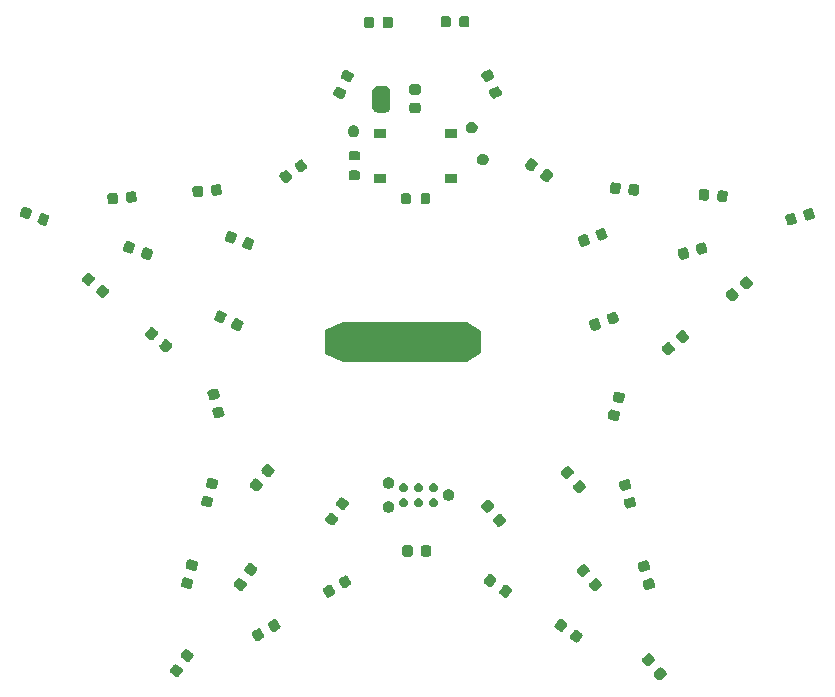
<source format=gbr>
%TF.GenerationSoftware,KiCad,Pcbnew,9.0.6*%
%TF.CreationDate,2025-11-13T15:57:48+01:00*%
%TF.ProjectId,advent_star,61647665-6e74-45f7-9374-61722e6b6963,rev?*%
%TF.SameCoordinates,Original*%
%TF.FileFunction,Soldermask,Bot*%
%TF.FilePolarity,Negative*%
%FSLAX46Y46*%
G04 Gerber Fmt 4.6, Leading zero omitted, Abs format (unit mm)*
G04 Created by KiCad (PCBNEW 9.0.6) date 2025-11-13 15:57:48*
%MOMM*%
%LPD*%
G01*
G04 APERTURE LIST*
G04 APERTURE END LIST*
G36*
X170754310Y-130809864D02*
G01*
X170770388Y-130811271D01*
X170786782Y-130819329D01*
X170812892Y-130826940D01*
X170829684Y-130840417D01*
X170844109Y-130847508D01*
X170875588Y-130877259D01*
X170879456Y-130880364D01*
X171160676Y-131215508D01*
X171163056Y-131219846D01*
X171186893Y-131256021D01*
X171191369Y-131271454D01*
X171201730Y-131290338D01*
X171204691Y-131317378D01*
X171209779Y-131334917D01*
X171208372Y-131350991D01*
X171211022Y-131375183D01*
X171204211Y-131398549D01*
X171202805Y-131414622D01*
X171194750Y-131431007D01*
X171187138Y-131457126D01*
X171173655Y-131473924D01*
X171166568Y-131488343D01*
X171136823Y-131519814D01*
X171133713Y-131523690D01*
X170741116Y-131853119D01*
X170736767Y-131855504D01*
X170700602Y-131879336D01*
X170685168Y-131883812D01*
X170666286Y-131894172D01*
X170639243Y-131897133D01*
X170621706Y-131902221D01*
X170605635Y-131900815D01*
X170581441Y-131903465D01*
X170558075Y-131896654D01*
X170542001Y-131895248D01*
X170525610Y-131887191D01*
X170499498Y-131879580D01*
X170482703Y-131866100D01*
X170468280Y-131859011D01*
X170436802Y-131829260D01*
X170432934Y-131826156D01*
X170151714Y-131491012D01*
X170149335Y-131486676D01*
X170125496Y-131450498D01*
X170121018Y-131435062D01*
X170110660Y-131416182D01*
X170107699Y-131389145D01*
X170102610Y-131371602D01*
X170104016Y-131355523D01*
X170101368Y-131331337D01*
X170108177Y-131307975D01*
X170109584Y-131291897D01*
X170117641Y-131275504D01*
X170125252Y-131249394D01*
X170138730Y-131232600D01*
X170145821Y-131218176D01*
X170175577Y-131186691D01*
X170178677Y-131182830D01*
X170571274Y-130853401D01*
X170575607Y-130851023D01*
X170611787Y-130827183D01*
X170627226Y-130822704D01*
X170646104Y-130812348D01*
X170673139Y-130809386D01*
X170690683Y-130804298D01*
X170706759Y-130805704D01*
X170730949Y-130803055D01*
X170754310Y-130809864D01*
G37*
G36*
X129634024Y-130554754D02*
G01*
X129661218Y-130555348D01*
X129680929Y-130564021D01*
X129696694Y-130567136D01*
X129734800Y-130587726D01*
X129739341Y-130589724D01*
X130159156Y-130883682D01*
X130162578Y-130887256D01*
X130194966Y-130916028D01*
X130203286Y-130929780D01*
X130218179Y-130945337D01*
X130228038Y-130970689D01*
X130237492Y-130986315D01*
X130240294Y-131002206D01*
X130249114Y-131024886D01*
X130248583Y-131049210D01*
X130251386Y-131065105D01*
X130247845Y-131083025D01*
X130247252Y-131110218D01*
X130238577Y-131129930D01*
X130235463Y-131145696D01*
X130214872Y-131183804D01*
X130212876Y-131188341D01*
X129961936Y-131546720D01*
X129958356Y-131550146D01*
X129929587Y-131582531D01*
X129915838Y-131590849D01*
X129900281Y-131605743D01*
X129874927Y-131615602D01*
X129859305Y-131625055D01*
X129843418Y-131627856D01*
X129820733Y-131636678D01*
X129796395Y-131636146D01*
X129780509Y-131638948D01*
X129762598Y-131635409D01*
X129735400Y-131634816D01*
X129715685Y-131626141D01*
X129699923Y-131623027D01*
X129661821Y-131602439D01*
X129657277Y-131600440D01*
X129237462Y-131306482D01*
X129234039Y-131302906D01*
X129201651Y-131274135D01*
X129193329Y-131260382D01*
X129178439Y-131244827D01*
X129168580Y-131219476D01*
X129159125Y-131203848D01*
X129156322Y-131187953D01*
X129147504Y-131165278D01*
X129148034Y-131140957D01*
X129145231Y-131125058D01*
X129148772Y-131107131D01*
X129149366Y-131079946D01*
X129158038Y-131060237D01*
X129161154Y-131044467D01*
X129181752Y-131006344D01*
X129183742Y-131001823D01*
X129185727Y-130998986D01*
X129185730Y-130998983D01*
X129432688Y-130646289D01*
X129432697Y-130646278D01*
X129434682Y-130643444D01*
X129438248Y-130640029D01*
X129467030Y-130607632D01*
X129480783Y-130599310D01*
X129496337Y-130584421D01*
X129521682Y-130574564D01*
X129537312Y-130565108D01*
X129553205Y-130562305D01*
X129575885Y-130553486D01*
X129600216Y-130554016D01*
X129616108Y-130551215D01*
X129634024Y-130554754D01*
G37*
G36*
X169741920Y-129603344D02*
G01*
X169757998Y-129604751D01*
X169774392Y-129612809D01*
X169800502Y-129620420D01*
X169817294Y-129633897D01*
X169831719Y-129640988D01*
X169863198Y-129670739D01*
X169867066Y-129673844D01*
X170148286Y-130008988D01*
X170150666Y-130013326D01*
X170174503Y-130049501D01*
X170178979Y-130064934D01*
X170189340Y-130083818D01*
X170192301Y-130110858D01*
X170197389Y-130128397D01*
X170195982Y-130144471D01*
X170198632Y-130168663D01*
X170191821Y-130192029D01*
X170190415Y-130208102D01*
X170182360Y-130224487D01*
X170174748Y-130250606D01*
X170161265Y-130267404D01*
X170154178Y-130281823D01*
X170124433Y-130313294D01*
X170121323Y-130317170D01*
X169728726Y-130646599D01*
X169724377Y-130648984D01*
X169688212Y-130672816D01*
X169672778Y-130677292D01*
X169653896Y-130687652D01*
X169626853Y-130690613D01*
X169609316Y-130695701D01*
X169593245Y-130694295D01*
X169569051Y-130696945D01*
X169545685Y-130690134D01*
X169529611Y-130688728D01*
X169513220Y-130680671D01*
X169487108Y-130673060D01*
X169470313Y-130659580D01*
X169455890Y-130652491D01*
X169424412Y-130622740D01*
X169420544Y-130619636D01*
X169139324Y-130284492D01*
X169136945Y-130280156D01*
X169113106Y-130243978D01*
X169108628Y-130228542D01*
X169098270Y-130209662D01*
X169095309Y-130182625D01*
X169090220Y-130165082D01*
X169091626Y-130149003D01*
X169088978Y-130124817D01*
X169095787Y-130101455D01*
X169097194Y-130085377D01*
X169105251Y-130068984D01*
X169112862Y-130042874D01*
X169126340Y-130026080D01*
X169133431Y-130011656D01*
X169163187Y-129980171D01*
X169166287Y-129976310D01*
X169558884Y-129646881D01*
X169563217Y-129644503D01*
X169599397Y-129620663D01*
X169614836Y-129616184D01*
X169633714Y-129605828D01*
X169660749Y-129602866D01*
X169678293Y-129597778D01*
X169694369Y-129599184D01*
X169718559Y-129596535D01*
X169741920Y-129603344D01*
G37*
G36*
X130537406Y-129264590D02*
G01*
X130564600Y-129265184D01*
X130584311Y-129273857D01*
X130600076Y-129276972D01*
X130638182Y-129297562D01*
X130642723Y-129299560D01*
X131062538Y-129593518D01*
X131065960Y-129597092D01*
X131098348Y-129625864D01*
X131106668Y-129639616D01*
X131121561Y-129655173D01*
X131131420Y-129680525D01*
X131140874Y-129696151D01*
X131143676Y-129712042D01*
X131152496Y-129734722D01*
X131151965Y-129759046D01*
X131154768Y-129774941D01*
X131151227Y-129792861D01*
X131150634Y-129820054D01*
X131141959Y-129839766D01*
X131138845Y-129855532D01*
X131118254Y-129893640D01*
X131116258Y-129898177D01*
X130865318Y-130256556D01*
X130861738Y-130259982D01*
X130832969Y-130292367D01*
X130819220Y-130300685D01*
X130803663Y-130315579D01*
X130778309Y-130325438D01*
X130762687Y-130334891D01*
X130746800Y-130337692D01*
X130724115Y-130346514D01*
X130699777Y-130345982D01*
X130683891Y-130348784D01*
X130665980Y-130345245D01*
X130638782Y-130344652D01*
X130619067Y-130335977D01*
X130603305Y-130332863D01*
X130565203Y-130312275D01*
X130560659Y-130310276D01*
X130140844Y-130016318D01*
X130137421Y-130012742D01*
X130105033Y-129983971D01*
X130096711Y-129970218D01*
X130081821Y-129954663D01*
X130071962Y-129929312D01*
X130062507Y-129913684D01*
X130059704Y-129897789D01*
X130050886Y-129875114D01*
X130051416Y-129850793D01*
X130048613Y-129834894D01*
X130052154Y-129816967D01*
X130052748Y-129789782D01*
X130061420Y-129770073D01*
X130064536Y-129754303D01*
X130085134Y-129716180D01*
X130087124Y-129711659D01*
X130089109Y-129708822D01*
X130089112Y-129708819D01*
X130336070Y-129356125D01*
X130336079Y-129356114D01*
X130338064Y-129353280D01*
X130341630Y-129349865D01*
X130370412Y-129317468D01*
X130384165Y-129309146D01*
X130399719Y-129294257D01*
X130425064Y-129284400D01*
X130440694Y-129274944D01*
X130456587Y-129272141D01*
X130479267Y-129263322D01*
X130503598Y-129263852D01*
X130519490Y-129261051D01*
X130537406Y-129264590D01*
G37*
G36*
X163533029Y-127602154D02*
G01*
X163560217Y-127602748D01*
X163579925Y-127611420D01*
X163595695Y-127614536D01*
X163633813Y-127635132D01*
X163638340Y-127637124D01*
X163641179Y-127639112D01*
X163993873Y-127886070D01*
X163993879Y-127886075D01*
X163996719Y-127888064D01*
X164000139Y-127891636D01*
X164032530Y-127920412D01*
X164040849Y-127934162D01*
X164055742Y-127949719D01*
X164065600Y-127975069D01*
X164075054Y-127990694D01*
X164077855Y-128006582D01*
X164086677Y-128029267D01*
X164086145Y-128053603D01*
X164088947Y-128069490D01*
X164085408Y-128087400D01*
X164084815Y-128114600D01*
X164076139Y-128134315D01*
X164073026Y-128150076D01*
X164052441Y-128188172D01*
X164050439Y-128192723D01*
X163756481Y-128612538D01*
X163752899Y-128615966D01*
X163724134Y-128648348D01*
X163710383Y-128656667D01*
X163694826Y-128671561D01*
X163669470Y-128681421D01*
X163653847Y-128690874D01*
X163637957Y-128693675D01*
X163615277Y-128702496D01*
X163590951Y-128701965D01*
X163575057Y-128704768D01*
X163557136Y-128701227D01*
X163529945Y-128700634D01*
X163510232Y-128691960D01*
X163494466Y-128688845D01*
X163456353Y-128668251D01*
X163451822Y-128666258D01*
X163187846Y-128481420D01*
X163096288Y-128417311D01*
X163096283Y-128417306D01*
X163093443Y-128415318D01*
X163090021Y-128411744D01*
X163057631Y-128382969D01*
X163049311Y-128369218D01*
X163034420Y-128353663D01*
X163024562Y-128328314D01*
X163015107Y-128312687D01*
X163012305Y-128296795D01*
X163003485Y-128274115D01*
X163004015Y-128249782D01*
X163001214Y-128233891D01*
X163004753Y-128215974D01*
X163005347Y-128188782D01*
X163014020Y-128169071D01*
X163017135Y-128153305D01*
X163037727Y-128115193D01*
X163039723Y-128110659D01*
X163254152Y-127804423D01*
X163331692Y-127693684D01*
X163331693Y-127693681D01*
X163333681Y-127690844D01*
X163337249Y-127687427D01*
X163366027Y-127655033D01*
X163379782Y-127646710D01*
X163395336Y-127631821D01*
X163420684Y-127621963D01*
X163436314Y-127612507D01*
X163452209Y-127609703D01*
X163474885Y-127600886D01*
X163499204Y-127601416D01*
X163515104Y-127598613D01*
X163533029Y-127602154D01*
G37*
G36*
X136711659Y-127499567D02*
G01*
X136735940Y-127501159D01*
X136757763Y-127511921D01*
X136773351Y-127516098D01*
X136788094Y-127526879D01*
X136812490Y-127538910D01*
X136826690Y-127555102D01*
X136839663Y-127564589D01*
X136865491Y-127599347D01*
X136868766Y-127603081D01*
X137125016Y-128046919D01*
X137126610Y-128051616D01*
X137143800Y-128091371D01*
X137145528Y-128107346D01*
X137152452Y-128127741D01*
X137150673Y-128154882D01*
X137152638Y-128173039D01*
X137148461Y-128188625D01*
X137146870Y-128212911D01*
X137136105Y-128234738D01*
X137131930Y-128250322D01*
X137121151Y-128265061D01*
X137109119Y-128289461D01*
X137092923Y-128303664D01*
X137083439Y-128316634D01*
X137048686Y-128342458D01*
X137044948Y-128345737D01*
X136666062Y-128564487D01*
X136661359Y-128566083D01*
X136621609Y-128583271D01*
X136605634Y-128584999D01*
X136585240Y-128591923D01*
X136558097Y-128590144D01*
X136539941Y-128592109D01*
X136524354Y-128587932D01*
X136500070Y-128586341D01*
X136478243Y-128575577D01*
X136462658Y-128571401D01*
X136447916Y-128560621D01*
X136423520Y-128548590D01*
X136409318Y-128532396D01*
X136396346Y-128522910D01*
X136370516Y-128488150D01*
X136367244Y-128484419D01*
X136110994Y-128040581D01*
X136109401Y-128035889D01*
X136092209Y-127996128D01*
X136090479Y-127980149D01*
X136083558Y-127959759D01*
X136085336Y-127932622D01*
X136083371Y-127914460D01*
X136087548Y-127898868D01*
X136089140Y-127874589D01*
X136099901Y-127852766D01*
X136104079Y-127837177D01*
X136114861Y-127822431D01*
X136126891Y-127798039D01*
X136143081Y-127783840D01*
X136152570Y-127770865D01*
X136187336Y-127745030D01*
X136191062Y-127741763D01*
X136569948Y-127523013D01*
X136574634Y-127521421D01*
X136614400Y-127504228D01*
X136630379Y-127502498D01*
X136650770Y-127495577D01*
X136677905Y-127497355D01*
X136696068Y-127495390D01*
X136711659Y-127499567D01*
G37*
G36*
X138075649Y-126712067D02*
G01*
X138099930Y-126713659D01*
X138121753Y-126724421D01*
X138137341Y-126728598D01*
X138152084Y-126739379D01*
X138176480Y-126751410D01*
X138190680Y-126767602D01*
X138203653Y-126777089D01*
X138229481Y-126811847D01*
X138232756Y-126815581D01*
X138489006Y-127259419D01*
X138490600Y-127264116D01*
X138507790Y-127303871D01*
X138509518Y-127319846D01*
X138516442Y-127340241D01*
X138514663Y-127367382D01*
X138516628Y-127385539D01*
X138512451Y-127401125D01*
X138510860Y-127425411D01*
X138500095Y-127447238D01*
X138495920Y-127462822D01*
X138485141Y-127477561D01*
X138473109Y-127501961D01*
X138456913Y-127516164D01*
X138447429Y-127529134D01*
X138412676Y-127554958D01*
X138408938Y-127558237D01*
X138030052Y-127776987D01*
X138025349Y-127778583D01*
X137985599Y-127795771D01*
X137969624Y-127797499D01*
X137949230Y-127804423D01*
X137922087Y-127802644D01*
X137903931Y-127804609D01*
X137888344Y-127800432D01*
X137864060Y-127798841D01*
X137842233Y-127788077D01*
X137826648Y-127783901D01*
X137811906Y-127773121D01*
X137787510Y-127761090D01*
X137773308Y-127744896D01*
X137760336Y-127735410D01*
X137734506Y-127700650D01*
X137731234Y-127696919D01*
X137474984Y-127253081D01*
X137473391Y-127248389D01*
X137456199Y-127208628D01*
X137454469Y-127192649D01*
X137447548Y-127172259D01*
X137449326Y-127145122D01*
X137447361Y-127126960D01*
X137451538Y-127111368D01*
X137453130Y-127087089D01*
X137463891Y-127065266D01*
X137468069Y-127049677D01*
X137478851Y-127034931D01*
X137490881Y-127010539D01*
X137507071Y-126996340D01*
X137516560Y-126983365D01*
X137551326Y-126957530D01*
X137555052Y-126954263D01*
X137933938Y-126735513D01*
X137938624Y-126733921D01*
X137978390Y-126716728D01*
X137994369Y-126714998D01*
X138014760Y-126708077D01*
X138041895Y-126709855D01*
X138060058Y-126707890D01*
X138075649Y-126712067D01*
G37*
G36*
X162242867Y-126698772D02*
G01*
X162270055Y-126699366D01*
X162289763Y-126708038D01*
X162305533Y-126711154D01*
X162343651Y-126731750D01*
X162348178Y-126733742D01*
X162351017Y-126735730D01*
X162703711Y-126982688D01*
X162703717Y-126982693D01*
X162706557Y-126984682D01*
X162709977Y-126988254D01*
X162742368Y-127017030D01*
X162750687Y-127030780D01*
X162765580Y-127046337D01*
X162775438Y-127071687D01*
X162784892Y-127087312D01*
X162787693Y-127103200D01*
X162796515Y-127125885D01*
X162795983Y-127150221D01*
X162798785Y-127166108D01*
X162795246Y-127184018D01*
X162794653Y-127211218D01*
X162785977Y-127230933D01*
X162782864Y-127246694D01*
X162762279Y-127284790D01*
X162760277Y-127289341D01*
X162466319Y-127709156D01*
X162462737Y-127712584D01*
X162433972Y-127744966D01*
X162420221Y-127753285D01*
X162404664Y-127768179D01*
X162379308Y-127778039D01*
X162363685Y-127787492D01*
X162347795Y-127790293D01*
X162325115Y-127799114D01*
X162300789Y-127798583D01*
X162284895Y-127801386D01*
X162266974Y-127797845D01*
X162239783Y-127797252D01*
X162220070Y-127788578D01*
X162204304Y-127785463D01*
X162166191Y-127764869D01*
X162161660Y-127762876D01*
X161984907Y-127639112D01*
X161806126Y-127513929D01*
X161806121Y-127513924D01*
X161803281Y-127511936D01*
X161799859Y-127508362D01*
X161767469Y-127479587D01*
X161759149Y-127465836D01*
X161744258Y-127450281D01*
X161734400Y-127424932D01*
X161724945Y-127409305D01*
X161722143Y-127393413D01*
X161713323Y-127370733D01*
X161713853Y-127346400D01*
X161711052Y-127330509D01*
X161714591Y-127312592D01*
X161715185Y-127285400D01*
X161723858Y-127265689D01*
X161726973Y-127249923D01*
X161747565Y-127211811D01*
X161749561Y-127207277D01*
X161906820Y-126982688D01*
X162041530Y-126790302D01*
X162041531Y-126790299D01*
X162043519Y-126787462D01*
X162047087Y-126784045D01*
X162075865Y-126751651D01*
X162089620Y-126743328D01*
X162105174Y-126728439D01*
X162130522Y-126718581D01*
X162146152Y-126709125D01*
X162162047Y-126706321D01*
X162184723Y-126697504D01*
X162209042Y-126698034D01*
X162224942Y-126695231D01*
X162242867Y-126698772D01*
G37*
G36*
X157533029Y-123802154D02*
G01*
X157560217Y-123802748D01*
X157579925Y-123811420D01*
X157595695Y-123814536D01*
X157633813Y-123835132D01*
X157638340Y-123837124D01*
X157650581Y-123845695D01*
X157993873Y-124086070D01*
X157993879Y-124086075D01*
X157996719Y-124088064D01*
X158000139Y-124091636D01*
X158032530Y-124120412D01*
X158040849Y-124134162D01*
X158055742Y-124149719D01*
X158065600Y-124175069D01*
X158075054Y-124190694D01*
X158077855Y-124206582D01*
X158086677Y-124229267D01*
X158086145Y-124253603D01*
X158088947Y-124269490D01*
X158085408Y-124287400D01*
X158084815Y-124314600D01*
X158076139Y-124334315D01*
X158073026Y-124350076D01*
X158052441Y-124388172D01*
X158050439Y-124392723D01*
X157756481Y-124812538D01*
X157752899Y-124815966D01*
X157724134Y-124848348D01*
X157710383Y-124856667D01*
X157694826Y-124871561D01*
X157669470Y-124881421D01*
X157653847Y-124890874D01*
X157637957Y-124893675D01*
X157615277Y-124902496D01*
X157590951Y-124901965D01*
X157575057Y-124904768D01*
X157557136Y-124901227D01*
X157529945Y-124900634D01*
X157510232Y-124891960D01*
X157494466Y-124888845D01*
X157456353Y-124868251D01*
X157451822Y-124866258D01*
X157330661Y-124781420D01*
X157096288Y-124617311D01*
X157096283Y-124617306D01*
X157093443Y-124615318D01*
X157090021Y-124611744D01*
X157057631Y-124582969D01*
X157049311Y-124569218D01*
X157034420Y-124553663D01*
X157024562Y-124528314D01*
X157015107Y-124512687D01*
X157012305Y-124496795D01*
X157003485Y-124474115D01*
X157004015Y-124449782D01*
X157001214Y-124433891D01*
X157004753Y-124415974D01*
X157005347Y-124388782D01*
X157014020Y-124369071D01*
X157017135Y-124353305D01*
X157037727Y-124315193D01*
X157039723Y-124310659D01*
X157229217Y-124040034D01*
X157331692Y-123893684D01*
X157331693Y-123893681D01*
X157333681Y-123890844D01*
X157337249Y-123887427D01*
X157366027Y-123855033D01*
X157379782Y-123846710D01*
X157395336Y-123831821D01*
X157420684Y-123821963D01*
X157436314Y-123812507D01*
X157452209Y-123809703D01*
X157474885Y-123800886D01*
X157499204Y-123801416D01*
X157515104Y-123798613D01*
X157533029Y-123802154D01*
G37*
G36*
X142711659Y-123799567D02*
G01*
X142735940Y-123801159D01*
X142757763Y-123811921D01*
X142773351Y-123816098D01*
X142788094Y-123826879D01*
X142812490Y-123838910D01*
X142826690Y-123855102D01*
X142839663Y-123864589D01*
X142865491Y-123899347D01*
X142868766Y-123903081D01*
X143125016Y-124346919D01*
X143126610Y-124351616D01*
X143143800Y-124391371D01*
X143145528Y-124407346D01*
X143152452Y-124427741D01*
X143150673Y-124454882D01*
X143152638Y-124473039D01*
X143148461Y-124488625D01*
X143146870Y-124512911D01*
X143136105Y-124534738D01*
X143131930Y-124550322D01*
X143121151Y-124565061D01*
X143109119Y-124589461D01*
X143092923Y-124603664D01*
X143083439Y-124616634D01*
X143048686Y-124642458D01*
X143044948Y-124645737D01*
X142666062Y-124864487D01*
X142661359Y-124866083D01*
X142621609Y-124883271D01*
X142605634Y-124884999D01*
X142585240Y-124891923D01*
X142558097Y-124890144D01*
X142539941Y-124892109D01*
X142524354Y-124887932D01*
X142500070Y-124886341D01*
X142478243Y-124875577D01*
X142462658Y-124871401D01*
X142447916Y-124860621D01*
X142423520Y-124848590D01*
X142409318Y-124832396D01*
X142396346Y-124822910D01*
X142370516Y-124788150D01*
X142367244Y-124784419D01*
X142110994Y-124340581D01*
X142109401Y-124335889D01*
X142092209Y-124296128D01*
X142090479Y-124280149D01*
X142083558Y-124259759D01*
X142085336Y-124232622D01*
X142083371Y-124214460D01*
X142087548Y-124198868D01*
X142089140Y-124174589D01*
X142099901Y-124152766D01*
X142104079Y-124137177D01*
X142114861Y-124122431D01*
X142126891Y-124098039D01*
X142143081Y-124083840D01*
X142152570Y-124070865D01*
X142187336Y-124045030D01*
X142191062Y-124041763D01*
X142569948Y-123823013D01*
X142574634Y-123821421D01*
X142614400Y-123804228D01*
X142630379Y-123802498D01*
X142650770Y-123795577D01*
X142677905Y-123797355D01*
X142696068Y-123795390D01*
X142711659Y-123799567D01*
G37*
G36*
X165254310Y-123259864D02*
G01*
X165270388Y-123261271D01*
X165286782Y-123269329D01*
X165312892Y-123276940D01*
X165329684Y-123290417D01*
X165344109Y-123297508D01*
X165375588Y-123327259D01*
X165379456Y-123330364D01*
X165660676Y-123665508D01*
X165663056Y-123669846D01*
X165686893Y-123706021D01*
X165691369Y-123721454D01*
X165701730Y-123740338D01*
X165704691Y-123767378D01*
X165709779Y-123784917D01*
X165708372Y-123800991D01*
X165711022Y-123825183D01*
X165704211Y-123848549D01*
X165702805Y-123864622D01*
X165694750Y-123881007D01*
X165687138Y-123907126D01*
X165673655Y-123923924D01*
X165666568Y-123938343D01*
X165636823Y-123969814D01*
X165633713Y-123973690D01*
X165241116Y-124303119D01*
X165236767Y-124305504D01*
X165200602Y-124329336D01*
X165185168Y-124333812D01*
X165166286Y-124344172D01*
X165139243Y-124347133D01*
X165121706Y-124352221D01*
X165105635Y-124350815D01*
X165081441Y-124353465D01*
X165058075Y-124346654D01*
X165042001Y-124345248D01*
X165025610Y-124337191D01*
X164999498Y-124329580D01*
X164982703Y-124316100D01*
X164968280Y-124309011D01*
X164936802Y-124279260D01*
X164932934Y-124276156D01*
X164651714Y-123941012D01*
X164649335Y-123936676D01*
X164625496Y-123900498D01*
X164621018Y-123885062D01*
X164610660Y-123866182D01*
X164607699Y-123839145D01*
X164602610Y-123821602D01*
X164604016Y-123805523D01*
X164601368Y-123781337D01*
X164608177Y-123757975D01*
X164609584Y-123741897D01*
X164617641Y-123725504D01*
X164625252Y-123699394D01*
X164638730Y-123682600D01*
X164645821Y-123668176D01*
X164675577Y-123636691D01*
X164678677Y-123632830D01*
X165071274Y-123303401D01*
X165075607Y-123301023D01*
X165111787Y-123277183D01*
X165127226Y-123272704D01*
X165146104Y-123262348D01*
X165173139Y-123259386D01*
X165190683Y-123254298D01*
X165206759Y-123255704D01*
X165230949Y-123253055D01*
X165254310Y-123259864D01*
G37*
G36*
X135034024Y-123254753D02*
G01*
X135061218Y-123255347D01*
X135080929Y-123264020D01*
X135096694Y-123267135D01*
X135134800Y-123287725D01*
X135139341Y-123289723D01*
X135559156Y-123583681D01*
X135562578Y-123587255D01*
X135594966Y-123616027D01*
X135603286Y-123629779D01*
X135618179Y-123645336D01*
X135628038Y-123670688D01*
X135637492Y-123686314D01*
X135640294Y-123702205D01*
X135649114Y-123724885D01*
X135648583Y-123749209D01*
X135651386Y-123765104D01*
X135647845Y-123783024D01*
X135647252Y-123810217D01*
X135638577Y-123829929D01*
X135635463Y-123845695D01*
X135614872Y-123883803D01*
X135612876Y-123888340D01*
X135361936Y-124246719D01*
X135358356Y-124250145D01*
X135329587Y-124282530D01*
X135315838Y-124290848D01*
X135300281Y-124305742D01*
X135274927Y-124315601D01*
X135259305Y-124325054D01*
X135243418Y-124327855D01*
X135220733Y-124336677D01*
X135196395Y-124336145D01*
X135180509Y-124338947D01*
X135162598Y-124335408D01*
X135135400Y-124334815D01*
X135115685Y-124326140D01*
X135099923Y-124323026D01*
X135061821Y-124302438D01*
X135057277Y-124300439D01*
X134637462Y-124006481D01*
X134634039Y-124002905D01*
X134601651Y-123974134D01*
X134593329Y-123960381D01*
X134578439Y-123944826D01*
X134568580Y-123919475D01*
X134559125Y-123903847D01*
X134556322Y-123887952D01*
X134547504Y-123865277D01*
X134548034Y-123840956D01*
X134545231Y-123825057D01*
X134548772Y-123807130D01*
X134549366Y-123779945D01*
X134558038Y-123760236D01*
X134561154Y-123744466D01*
X134581752Y-123706343D01*
X134583742Y-123701822D01*
X134585727Y-123698985D01*
X134585730Y-123698982D01*
X134832688Y-123346288D01*
X134832697Y-123346277D01*
X134834682Y-123343443D01*
X134838248Y-123340028D01*
X134867030Y-123307631D01*
X134880783Y-123299309D01*
X134896337Y-123284420D01*
X134921682Y-123274563D01*
X134937312Y-123265107D01*
X134953205Y-123262304D01*
X134975885Y-123253485D01*
X135000216Y-123254015D01*
X135016108Y-123251214D01*
X135034024Y-123254753D01*
G37*
G36*
X169901786Y-123267577D02*
G01*
X169923274Y-123266169D01*
X169949026Y-123274910D01*
X169967078Y-123277713D01*
X169981057Y-123285784D01*
X170004097Y-123293605D01*
X170022387Y-123309645D01*
X170036368Y-123317717D01*
X170047822Y-123331951D01*
X170068268Y-123349882D01*
X170077792Y-123369196D01*
X170087868Y-123381717D01*
X170103823Y-123421982D01*
X170106018Y-123426432D01*
X170211903Y-123821602D01*
X170213921Y-123829134D01*
X170219251Y-123849024D01*
X170219574Y-123853959D01*
X170225890Y-123896822D01*
X170223425Y-123912700D01*
X170224834Y-123934193D01*
X170216090Y-123959952D01*
X170213289Y-123977997D01*
X170205221Y-123991969D01*
X170197399Y-124015016D01*
X170181352Y-124033313D01*
X170173285Y-124047287D01*
X170159056Y-124058736D01*
X170141122Y-124079187D01*
X170121804Y-124088713D01*
X170109286Y-124098787D01*
X170069029Y-124114738D01*
X170064572Y-124116937D01*
X169569535Y-124249582D01*
X169564597Y-124249905D01*
X169521736Y-124256221D01*
X169505857Y-124253756D01*
X169484366Y-124255165D01*
X169458609Y-124246421D01*
X169440561Y-124243620D01*
X169426583Y-124235550D01*
X169403543Y-124227729D01*
X169385251Y-124211687D01*
X169371271Y-124203616D01*
X169359817Y-124189382D01*
X169339372Y-124171452D01*
X169329847Y-124152138D01*
X169319771Y-124139616D01*
X169303813Y-124099345D01*
X169301622Y-124094902D01*
X169226498Y-123814536D01*
X169189285Y-123675657D01*
X169189283Y-123675650D01*
X169188389Y-123672310D01*
X169188066Y-123667384D01*
X169181749Y-123624511D01*
X169184214Y-123608628D01*
X169182806Y-123587141D01*
X169191547Y-123561387D01*
X169194350Y-123543336D01*
X169202420Y-123529357D01*
X169210241Y-123506318D01*
X169226282Y-123488026D01*
X169234354Y-123474046D01*
X169248588Y-123462591D01*
X169266518Y-123442147D01*
X169285829Y-123432623D01*
X169298353Y-123422546D01*
X169338624Y-123406588D01*
X169343068Y-123404397D01*
X169621538Y-123329781D01*
X169834757Y-123272648D01*
X169834766Y-123272646D01*
X169838105Y-123271752D01*
X169843028Y-123271429D01*
X169885903Y-123265112D01*
X169901786Y-123267577D01*
G37*
G36*
X130456948Y-123171426D02*
G01*
X130461895Y-123171751D01*
X130956932Y-123304396D01*
X130961371Y-123306585D01*
X131001647Y-123322546D01*
X131014167Y-123332621D01*
X131033482Y-123342146D01*
X131051414Y-123362593D01*
X131065645Y-123374045D01*
X131073714Y-123388021D01*
X131089759Y-123406317D01*
X131097581Y-123429360D01*
X131105649Y-123443335D01*
X131108450Y-123461381D01*
X131117194Y-123487140D01*
X131115785Y-123508628D01*
X131118250Y-123524509D01*
X131111935Y-123567359D01*
X131111611Y-123572309D01*
X130998378Y-123994901D01*
X130996183Y-123999350D01*
X130980227Y-124039616D01*
X130970154Y-124052133D01*
X130960628Y-124071451D01*
X130940179Y-124089384D01*
X130928728Y-124103615D01*
X130914750Y-124111684D01*
X130896457Y-124127728D01*
X130873413Y-124135550D01*
X130859438Y-124143619D01*
X130841391Y-124146420D01*
X130815634Y-124155164D01*
X130794142Y-124153755D01*
X130778265Y-124156220D01*
X130735421Y-124149905D01*
X130730465Y-124149581D01*
X130235428Y-124016936D01*
X130230982Y-124014743D01*
X130190712Y-123998785D01*
X130178193Y-123988711D01*
X130158878Y-123979186D01*
X130140945Y-123958737D01*
X130126714Y-123947286D01*
X130118644Y-123933308D01*
X130102601Y-123915015D01*
X130094779Y-123891972D01*
X130086710Y-123877996D01*
X130083907Y-123859945D01*
X130075166Y-123834192D01*
X130076574Y-123812704D01*
X130074109Y-123796822D01*
X130080425Y-123753958D01*
X130080749Y-123749023D01*
X130133251Y-123553081D01*
X130193084Y-123329781D01*
X130193085Y-123329778D01*
X130193982Y-123326431D01*
X130196169Y-123321995D01*
X130212132Y-123281715D01*
X130222208Y-123269192D01*
X130231732Y-123249881D01*
X130252174Y-123231953D01*
X130263631Y-123217716D01*
X130277614Y-123209642D01*
X130295903Y-123193604D01*
X130318939Y-123185784D01*
X130332921Y-123177712D01*
X130350975Y-123174909D01*
X130376726Y-123166168D01*
X130398212Y-123167576D01*
X130414094Y-123165111D01*
X130456948Y-123171426D01*
G37*
G36*
X144075649Y-123012067D02*
G01*
X144099930Y-123013659D01*
X144121753Y-123024421D01*
X144137341Y-123028598D01*
X144152084Y-123039379D01*
X144176480Y-123051410D01*
X144190680Y-123067602D01*
X144203653Y-123077089D01*
X144229481Y-123111847D01*
X144232756Y-123115581D01*
X144489006Y-123559419D01*
X144490600Y-123564116D01*
X144507790Y-123603871D01*
X144509518Y-123619846D01*
X144516442Y-123640241D01*
X144514663Y-123667382D01*
X144516628Y-123685539D01*
X144512451Y-123701125D01*
X144510860Y-123725411D01*
X144500095Y-123747238D01*
X144495920Y-123762822D01*
X144485141Y-123777561D01*
X144473109Y-123801961D01*
X144456913Y-123816164D01*
X144447429Y-123829134D01*
X144412676Y-123854958D01*
X144408938Y-123858237D01*
X144030052Y-124076987D01*
X144025349Y-124078583D01*
X143985599Y-124095771D01*
X143969624Y-124097499D01*
X143949230Y-124104423D01*
X143922087Y-124102644D01*
X143903931Y-124104609D01*
X143888344Y-124100432D01*
X143864060Y-124098841D01*
X143842233Y-124088077D01*
X143826648Y-124083901D01*
X143811906Y-124073121D01*
X143787510Y-124061090D01*
X143773308Y-124044896D01*
X143760336Y-124035410D01*
X143734506Y-124000650D01*
X143731234Y-123996919D01*
X143474984Y-123553081D01*
X143473391Y-123548389D01*
X143456199Y-123508628D01*
X143454469Y-123492649D01*
X143447548Y-123472259D01*
X143449326Y-123445122D01*
X143447361Y-123426960D01*
X143451538Y-123411368D01*
X143453130Y-123387089D01*
X143463891Y-123365266D01*
X143468069Y-123349677D01*
X143478851Y-123334931D01*
X143490881Y-123310539D01*
X143507071Y-123296340D01*
X143516560Y-123283365D01*
X143551326Y-123257530D01*
X143555052Y-123254263D01*
X143933938Y-123035513D01*
X143938624Y-123033921D01*
X143978390Y-123016728D01*
X143994369Y-123014998D01*
X144014760Y-123008077D01*
X144041895Y-123009855D01*
X144060058Y-123007890D01*
X144075649Y-123012067D01*
G37*
G36*
X156242867Y-122898772D02*
G01*
X156270055Y-122899366D01*
X156289763Y-122908038D01*
X156305533Y-122911154D01*
X156343651Y-122931750D01*
X156348178Y-122933742D01*
X156351017Y-122935730D01*
X156703711Y-123182688D01*
X156703717Y-123182693D01*
X156706557Y-123184682D01*
X156709977Y-123188254D01*
X156742368Y-123217030D01*
X156750687Y-123230780D01*
X156765580Y-123246337D01*
X156775438Y-123271687D01*
X156784892Y-123287312D01*
X156787693Y-123303200D01*
X156796515Y-123325885D01*
X156795983Y-123350221D01*
X156798785Y-123366108D01*
X156795246Y-123384018D01*
X156794653Y-123411218D01*
X156785977Y-123430933D01*
X156782864Y-123446694D01*
X156762279Y-123484790D01*
X156760277Y-123489341D01*
X156466319Y-123909156D01*
X156462737Y-123912584D01*
X156433972Y-123944966D01*
X156420221Y-123953285D01*
X156404664Y-123968179D01*
X156379308Y-123978039D01*
X156363685Y-123987492D01*
X156347795Y-123990293D01*
X156325115Y-123999114D01*
X156300789Y-123998583D01*
X156284895Y-124001386D01*
X156266974Y-123997845D01*
X156239783Y-123997252D01*
X156220070Y-123988578D01*
X156204304Y-123985463D01*
X156166191Y-123964869D01*
X156161660Y-123962876D01*
X156007644Y-123855033D01*
X155806126Y-123713929D01*
X155806121Y-123713924D01*
X155803281Y-123711936D01*
X155799859Y-123708362D01*
X155767469Y-123679587D01*
X155759149Y-123665836D01*
X155744258Y-123650281D01*
X155734400Y-123624932D01*
X155724945Y-123609305D01*
X155722143Y-123593413D01*
X155713323Y-123570733D01*
X155713853Y-123546400D01*
X155711052Y-123530509D01*
X155714591Y-123512592D01*
X155715185Y-123485400D01*
X155723858Y-123465689D01*
X155726973Y-123449923D01*
X155747565Y-123411811D01*
X155749561Y-123407277D01*
X155910304Y-123177712D01*
X156041530Y-122990302D01*
X156041531Y-122990299D01*
X156043519Y-122987462D01*
X156047087Y-122984045D01*
X156075865Y-122951651D01*
X156089620Y-122943328D01*
X156105174Y-122928439D01*
X156130522Y-122918581D01*
X156146152Y-122909125D01*
X156162047Y-122906321D01*
X156184723Y-122897504D01*
X156209042Y-122898034D01*
X156224942Y-122895231D01*
X156242867Y-122898772D01*
G37*
G36*
X164241920Y-122053344D02*
G01*
X164257998Y-122054751D01*
X164274392Y-122062809D01*
X164300502Y-122070420D01*
X164317294Y-122083897D01*
X164331719Y-122090988D01*
X164363198Y-122120739D01*
X164367066Y-122123844D01*
X164648286Y-122458988D01*
X164650666Y-122463326D01*
X164674503Y-122499501D01*
X164678979Y-122514934D01*
X164689340Y-122533818D01*
X164692301Y-122560858D01*
X164697389Y-122578397D01*
X164695982Y-122594471D01*
X164698632Y-122618663D01*
X164691821Y-122642029D01*
X164690415Y-122658102D01*
X164682360Y-122674487D01*
X164674748Y-122700606D01*
X164661265Y-122717404D01*
X164654178Y-122731823D01*
X164624433Y-122763294D01*
X164621323Y-122767170D01*
X164228726Y-123096599D01*
X164224377Y-123098984D01*
X164188212Y-123122816D01*
X164172778Y-123127292D01*
X164153896Y-123137652D01*
X164126853Y-123140613D01*
X164109316Y-123145701D01*
X164093245Y-123144295D01*
X164069051Y-123146945D01*
X164045685Y-123140134D01*
X164029611Y-123138728D01*
X164013220Y-123130671D01*
X163987108Y-123123060D01*
X163970313Y-123109580D01*
X163955890Y-123102491D01*
X163924412Y-123072740D01*
X163920544Y-123069636D01*
X163639324Y-122734492D01*
X163636945Y-122730156D01*
X163613106Y-122693978D01*
X163608628Y-122678542D01*
X163598270Y-122659662D01*
X163595309Y-122632625D01*
X163590220Y-122615082D01*
X163591626Y-122599003D01*
X163588978Y-122574817D01*
X163595787Y-122551455D01*
X163597194Y-122535377D01*
X163605251Y-122518984D01*
X163612862Y-122492874D01*
X163626340Y-122476080D01*
X163633431Y-122461656D01*
X163663187Y-122430171D01*
X163666287Y-122426310D01*
X164058884Y-122096881D01*
X164063217Y-122094503D01*
X164099397Y-122070663D01*
X164114836Y-122066184D01*
X164133714Y-122055828D01*
X164160749Y-122052866D01*
X164178293Y-122047778D01*
X164194369Y-122049184D01*
X164218559Y-122046535D01*
X164241920Y-122053344D01*
G37*
G36*
X135937406Y-121964591D02*
G01*
X135964600Y-121965185D01*
X135984311Y-121973858D01*
X136000076Y-121976973D01*
X136038182Y-121997563D01*
X136042723Y-121999561D01*
X136462538Y-122293519D01*
X136465960Y-122297093D01*
X136498348Y-122325865D01*
X136506668Y-122339617D01*
X136521561Y-122355174D01*
X136531420Y-122380526D01*
X136540874Y-122396152D01*
X136543676Y-122412043D01*
X136552496Y-122434723D01*
X136551965Y-122459047D01*
X136554768Y-122474942D01*
X136551227Y-122492862D01*
X136550634Y-122520055D01*
X136541959Y-122539767D01*
X136538845Y-122555533D01*
X136518254Y-122593641D01*
X136516258Y-122598178D01*
X136420533Y-122734887D01*
X136285007Y-122928439D01*
X136265318Y-122956557D01*
X136261738Y-122959983D01*
X136232969Y-122992368D01*
X136219220Y-123000686D01*
X136203663Y-123015580D01*
X136178309Y-123025439D01*
X136162687Y-123034892D01*
X136146800Y-123037693D01*
X136124115Y-123046515D01*
X136099777Y-123045983D01*
X136083891Y-123048785D01*
X136065980Y-123045246D01*
X136038782Y-123044653D01*
X136019067Y-123035978D01*
X136003305Y-123032864D01*
X135965203Y-123012276D01*
X135960659Y-123010277D01*
X135540844Y-122716319D01*
X135537421Y-122712743D01*
X135505033Y-122683972D01*
X135496711Y-122670219D01*
X135481821Y-122654664D01*
X135471962Y-122629313D01*
X135462507Y-122613685D01*
X135459704Y-122597790D01*
X135450886Y-122575115D01*
X135451416Y-122550794D01*
X135448613Y-122534895D01*
X135452154Y-122516968D01*
X135452748Y-122489783D01*
X135461420Y-122470074D01*
X135464536Y-122454304D01*
X135485134Y-122416181D01*
X135487124Y-122411660D01*
X135489109Y-122408823D01*
X135489112Y-122408820D01*
X135736070Y-122056126D01*
X135736079Y-122056115D01*
X135738064Y-122053281D01*
X135741630Y-122049866D01*
X135770412Y-122017469D01*
X135784165Y-122009147D01*
X135799719Y-121994258D01*
X135825064Y-121984401D01*
X135840694Y-121974945D01*
X135856587Y-121972142D01*
X135879267Y-121963323D01*
X135903598Y-121963853D01*
X135919490Y-121961052D01*
X135937406Y-121964591D01*
G37*
G36*
X169494146Y-121746243D02*
G01*
X169515634Y-121744835D01*
X169541386Y-121753576D01*
X169559438Y-121756379D01*
X169573417Y-121764450D01*
X169596457Y-121772271D01*
X169614747Y-121788311D01*
X169628728Y-121796383D01*
X169640182Y-121810617D01*
X169660628Y-121828548D01*
X169670152Y-121847862D01*
X169680228Y-121860383D01*
X169696183Y-121900648D01*
X169698378Y-121905098D01*
X169811611Y-122327690D01*
X169811934Y-122332625D01*
X169818250Y-122375488D01*
X169815785Y-122391366D01*
X169817194Y-122412859D01*
X169808450Y-122438618D01*
X169805649Y-122456663D01*
X169797581Y-122470635D01*
X169789759Y-122493682D01*
X169773712Y-122511979D01*
X169765645Y-122525953D01*
X169751416Y-122537402D01*
X169733482Y-122557853D01*
X169714164Y-122567379D01*
X169701646Y-122577453D01*
X169661389Y-122593404D01*
X169656932Y-122595603D01*
X169161895Y-122728248D01*
X169156957Y-122728571D01*
X169114096Y-122734887D01*
X169098217Y-122732422D01*
X169076726Y-122733831D01*
X169050969Y-122725087D01*
X169032921Y-122722286D01*
X169018943Y-122714216D01*
X168995903Y-122706395D01*
X168977611Y-122690353D01*
X168963631Y-122682282D01*
X168952177Y-122668048D01*
X168931732Y-122650118D01*
X168922207Y-122630804D01*
X168912131Y-122618282D01*
X168896173Y-122578011D01*
X168893982Y-122573568D01*
X168814112Y-122275490D01*
X168781645Y-122154323D01*
X168781643Y-122154316D01*
X168780749Y-122150976D01*
X168780426Y-122146050D01*
X168774109Y-122103177D01*
X168776574Y-122087294D01*
X168775166Y-122065807D01*
X168783907Y-122040053D01*
X168786710Y-122022002D01*
X168794780Y-122008023D01*
X168802601Y-121984984D01*
X168818642Y-121966692D01*
X168826714Y-121952712D01*
X168840948Y-121941257D01*
X168858878Y-121920813D01*
X168878189Y-121911289D01*
X168890713Y-121901212D01*
X168930984Y-121885254D01*
X168935428Y-121883063D01*
X169226393Y-121805099D01*
X169427117Y-121751314D01*
X169427126Y-121751312D01*
X169430465Y-121750418D01*
X169435388Y-121750095D01*
X169478263Y-121743778D01*
X169494146Y-121746243D01*
G37*
G36*
X130864588Y-121650094D02*
G01*
X130869535Y-121650419D01*
X131364572Y-121783064D01*
X131369011Y-121785253D01*
X131409287Y-121801214D01*
X131421807Y-121811289D01*
X131441122Y-121820814D01*
X131459054Y-121841261D01*
X131473285Y-121852713D01*
X131481354Y-121866689D01*
X131497399Y-121884985D01*
X131505221Y-121908028D01*
X131513289Y-121922003D01*
X131516090Y-121940049D01*
X131524834Y-121965808D01*
X131523425Y-121987299D01*
X131525890Y-122003177D01*
X131519575Y-122046027D01*
X131519251Y-122050977D01*
X131406018Y-122473569D01*
X131403823Y-122478018D01*
X131387867Y-122518284D01*
X131377794Y-122530801D01*
X131368268Y-122550119D01*
X131347819Y-122568052D01*
X131336368Y-122582283D01*
X131322390Y-122590352D01*
X131304097Y-122606396D01*
X131281053Y-122614218D01*
X131267078Y-122622287D01*
X131249031Y-122625088D01*
X131223274Y-122633832D01*
X131201782Y-122632423D01*
X131185905Y-122634888D01*
X131143061Y-122628573D01*
X131138105Y-122628249D01*
X130643068Y-122495604D01*
X130638622Y-122493411D01*
X130598352Y-122477453D01*
X130585833Y-122467379D01*
X130566518Y-122457854D01*
X130548585Y-122437405D01*
X130534354Y-122425954D01*
X130526284Y-122411976D01*
X130510241Y-122393683D01*
X130502419Y-122370640D01*
X130494350Y-122356664D01*
X130491547Y-122338613D01*
X130482806Y-122312860D01*
X130484214Y-122291372D01*
X130481749Y-122275490D01*
X130488065Y-122232626D01*
X130488389Y-122227691D01*
X130536596Y-122047778D01*
X130600724Y-121808449D01*
X130600725Y-121808446D01*
X130601622Y-121805099D01*
X130603809Y-121800663D01*
X130619772Y-121760383D01*
X130629848Y-121747860D01*
X130639372Y-121728549D01*
X130659814Y-121710621D01*
X130671271Y-121696384D01*
X130685254Y-121688310D01*
X130703543Y-121672272D01*
X130726579Y-121664452D01*
X130740561Y-121656380D01*
X130758615Y-121653577D01*
X130784366Y-121644836D01*
X130805852Y-121646244D01*
X130821734Y-121643779D01*
X130864588Y-121650094D01*
G37*
G36*
X149486100Y-120475964D02*
G01*
X149529136Y-120480957D01*
X149543840Y-120487449D01*
X149564962Y-120491651D01*
X149587576Y-120506761D01*
X149604285Y-120514139D01*
X149615696Y-120525550D01*
X149635930Y-120539070D01*
X149649449Y-120559303D01*
X149660860Y-120570714D01*
X149668237Y-120587421D01*
X149683349Y-120610038D01*
X149687550Y-120631161D01*
X149694042Y-120645863D01*
X149699033Y-120688889D01*
X149700000Y-120693750D01*
X149700000Y-121206250D01*
X149699032Y-121211112D01*
X149694042Y-121254136D01*
X149687551Y-121268836D01*
X149683349Y-121289962D01*
X149668235Y-121312580D01*
X149660860Y-121329285D01*
X149649451Y-121340693D01*
X149635930Y-121360930D01*
X149615693Y-121374451D01*
X149604285Y-121385860D01*
X149587580Y-121393235D01*
X149564962Y-121408349D01*
X149543836Y-121412551D01*
X149529136Y-121419042D01*
X149486111Y-121424032D01*
X149481250Y-121425000D01*
X149043750Y-121425000D01*
X149038888Y-121424032D01*
X148995863Y-121419042D01*
X148981161Y-121412550D01*
X148960038Y-121408349D01*
X148937421Y-121393237D01*
X148920714Y-121385860D01*
X148909303Y-121374449D01*
X148889070Y-121360930D01*
X148875550Y-121340696D01*
X148864139Y-121329285D01*
X148856761Y-121312576D01*
X148841651Y-121289962D01*
X148837449Y-121268840D01*
X148830957Y-121254136D01*
X148825964Y-121211099D01*
X148825000Y-121206250D01*
X148825000Y-120693750D01*
X148825964Y-120688900D01*
X148830957Y-120645863D01*
X148837450Y-120631157D01*
X148841651Y-120610038D01*
X148856759Y-120587425D01*
X148864139Y-120570714D01*
X148875552Y-120559300D01*
X148889070Y-120539070D01*
X148909300Y-120525552D01*
X148920714Y-120514139D01*
X148937425Y-120506759D01*
X148960038Y-120491651D01*
X148981157Y-120487450D01*
X148995863Y-120480957D01*
X149038901Y-120475964D01*
X149043750Y-120475000D01*
X149481250Y-120475000D01*
X149486100Y-120475964D01*
G37*
G36*
X151061100Y-120475964D02*
G01*
X151104136Y-120480957D01*
X151118840Y-120487449D01*
X151139962Y-120491651D01*
X151162576Y-120506761D01*
X151179285Y-120514139D01*
X151190696Y-120525550D01*
X151210930Y-120539070D01*
X151224449Y-120559303D01*
X151235860Y-120570714D01*
X151243237Y-120587421D01*
X151258349Y-120610038D01*
X151262550Y-120631161D01*
X151269042Y-120645863D01*
X151274033Y-120688889D01*
X151275000Y-120693750D01*
X151275000Y-121206250D01*
X151274032Y-121211112D01*
X151269042Y-121254136D01*
X151262551Y-121268836D01*
X151258349Y-121289962D01*
X151243235Y-121312580D01*
X151235860Y-121329285D01*
X151224451Y-121340693D01*
X151210930Y-121360930D01*
X151190693Y-121374451D01*
X151179285Y-121385860D01*
X151162580Y-121393235D01*
X151139962Y-121408349D01*
X151118836Y-121412551D01*
X151104136Y-121419042D01*
X151061111Y-121424032D01*
X151056250Y-121425000D01*
X150618750Y-121425000D01*
X150613888Y-121424032D01*
X150570863Y-121419042D01*
X150556161Y-121412550D01*
X150535038Y-121408349D01*
X150512421Y-121393237D01*
X150495714Y-121385860D01*
X150484303Y-121374449D01*
X150464070Y-121360930D01*
X150450550Y-121340696D01*
X150439139Y-121329285D01*
X150431761Y-121312576D01*
X150416651Y-121289962D01*
X150412449Y-121268840D01*
X150405957Y-121254136D01*
X150400964Y-121211099D01*
X150400000Y-121206250D01*
X150400000Y-120693750D01*
X150400964Y-120688900D01*
X150405957Y-120645863D01*
X150412450Y-120631157D01*
X150416651Y-120610038D01*
X150431759Y-120587425D01*
X150439139Y-120570714D01*
X150450552Y-120559300D01*
X150464070Y-120539070D01*
X150484300Y-120525552D01*
X150495714Y-120514139D01*
X150512425Y-120506759D01*
X150535038Y-120491651D01*
X150556157Y-120487450D01*
X150570863Y-120480957D01*
X150613901Y-120475964D01*
X150618750Y-120475000D01*
X151056250Y-120475000D01*
X151061100Y-120475964D01*
G37*
G36*
X157154310Y-117809864D02*
G01*
X157170388Y-117811271D01*
X157186782Y-117819329D01*
X157212892Y-117826940D01*
X157229684Y-117840417D01*
X157244109Y-117847508D01*
X157275588Y-117877259D01*
X157279456Y-117880364D01*
X157560676Y-118215508D01*
X157563056Y-118219846D01*
X157586893Y-118256021D01*
X157591369Y-118271454D01*
X157601730Y-118290338D01*
X157604691Y-118317378D01*
X157609779Y-118334917D01*
X157608372Y-118350991D01*
X157611022Y-118375183D01*
X157604211Y-118398549D01*
X157602805Y-118414622D01*
X157594750Y-118431007D01*
X157587138Y-118457126D01*
X157573655Y-118473924D01*
X157566568Y-118488343D01*
X157536823Y-118519814D01*
X157533713Y-118523690D01*
X157141116Y-118853119D01*
X157136767Y-118855504D01*
X157100602Y-118879336D01*
X157085168Y-118883812D01*
X157066286Y-118894172D01*
X157039243Y-118897133D01*
X157021706Y-118902221D01*
X157005635Y-118900815D01*
X156981441Y-118903465D01*
X156958075Y-118896654D01*
X156942001Y-118895248D01*
X156925610Y-118887191D01*
X156899498Y-118879580D01*
X156882703Y-118866100D01*
X156868280Y-118859011D01*
X156836802Y-118829260D01*
X156832934Y-118826156D01*
X156551714Y-118491012D01*
X156549335Y-118486676D01*
X156525496Y-118450498D01*
X156521018Y-118435062D01*
X156510660Y-118416182D01*
X156507699Y-118389145D01*
X156502610Y-118371602D01*
X156504016Y-118355523D01*
X156501368Y-118331337D01*
X156508177Y-118307975D01*
X156509584Y-118291897D01*
X156517641Y-118275504D01*
X156525252Y-118249394D01*
X156538730Y-118232600D01*
X156545821Y-118218176D01*
X156575577Y-118186691D01*
X156578677Y-118182830D01*
X156971274Y-117853401D01*
X156975607Y-117851023D01*
X157011787Y-117827183D01*
X157027226Y-117822704D01*
X157046104Y-117812348D01*
X157073139Y-117809386D01*
X157090683Y-117804298D01*
X157106759Y-117805704D01*
X157130949Y-117803055D01*
X157154310Y-117809864D01*
G37*
G36*
X142784024Y-117704754D02*
G01*
X142811218Y-117705348D01*
X142830929Y-117714021D01*
X142846694Y-117717136D01*
X142884800Y-117737726D01*
X142889341Y-117739724D01*
X143309156Y-118033682D01*
X143312578Y-118037256D01*
X143344966Y-118066028D01*
X143353286Y-118079780D01*
X143368179Y-118095337D01*
X143378038Y-118120689D01*
X143387492Y-118136315D01*
X143390294Y-118152206D01*
X143399114Y-118174886D01*
X143398583Y-118199210D01*
X143401386Y-118215105D01*
X143397845Y-118233025D01*
X143397252Y-118260218D01*
X143388577Y-118279930D01*
X143385463Y-118295696D01*
X143364872Y-118333804D01*
X143362876Y-118338341D01*
X143111936Y-118696720D01*
X143108356Y-118700146D01*
X143079587Y-118732531D01*
X143065838Y-118740849D01*
X143050281Y-118755743D01*
X143024927Y-118765602D01*
X143009305Y-118775055D01*
X142993418Y-118777856D01*
X142970733Y-118786678D01*
X142946395Y-118786146D01*
X142930509Y-118788948D01*
X142912598Y-118785409D01*
X142885400Y-118784816D01*
X142865685Y-118776141D01*
X142849923Y-118773027D01*
X142811821Y-118752439D01*
X142807277Y-118750440D01*
X142387462Y-118456482D01*
X142384039Y-118452906D01*
X142351651Y-118424135D01*
X142343329Y-118410382D01*
X142328439Y-118394827D01*
X142318580Y-118369476D01*
X142309125Y-118353848D01*
X142306322Y-118337953D01*
X142297504Y-118315278D01*
X142298034Y-118290957D01*
X142295231Y-118275058D01*
X142298772Y-118257131D01*
X142299366Y-118229946D01*
X142308038Y-118210237D01*
X142311154Y-118194467D01*
X142331752Y-118156344D01*
X142333742Y-118151823D01*
X142335727Y-118148986D01*
X142335730Y-118148983D01*
X142582688Y-117796289D01*
X142582697Y-117796278D01*
X142584682Y-117793444D01*
X142588248Y-117790029D01*
X142617030Y-117757632D01*
X142630783Y-117749310D01*
X142646337Y-117734421D01*
X142671682Y-117724564D01*
X142687312Y-117715108D01*
X142703205Y-117712305D01*
X142725885Y-117703486D01*
X142750216Y-117704016D01*
X142766108Y-117701215D01*
X142784024Y-117704754D01*
G37*
G36*
X147836546Y-116768924D02*
G01*
X147948523Y-116833574D01*
X148039951Y-116925002D01*
X148104601Y-117036979D01*
X148138066Y-117161872D01*
X148138066Y-117291172D01*
X148104601Y-117416065D01*
X148039951Y-117528042D01*
X147948523Y-117619470D01*
X147836546Y-117684120D01*
X147711653Y-117717585D01*
X147582353Y-117717585D01*
X147457460Y-117684120D01*
X147345483Y-117619470D01*
X147254055Y-117528042D01*
X147189405Y-117416065D01*
X147155940Y-117291172D01*
X147155940Y-117161872D01*
X147189405Y-117036979D01*
X147254055Y-116925002D01*
X147345483Y-116833574D01*
X147457460Y-116768924D01*
X147582353Y-116735459D01*
X147711653Y-116735459D01*
X147836546Y-116768924D01*
G37*
G36*
X156141920Y-116603344D02*
G01*
X156157998Y-116604751D01*
X156174392Y-116612809D01*
X156200502Y-116620420D01*
X156217294Y-116633897D01*
X156231719Y-116640988D01*
X156263198Y-116670739D01*
X156267066Y-116673844D01*
X156548286Y-117008988D01*
X156550666Y-117013326D01*
X156574503Y-117049501D01*
X156578979Y-117064934D01*
X156589340Y-117083818D01*
X156592301Y-117110858D01*
X156597389Y-117128397D01*
X156595982Y-117144471D01*
X156598632Y-117168663D01*
X156591821Y-117192029D01*
X156590415Y-117208102D01*
X156582360Y-117224487D01*
X156574748Y-117250606D01*
X156561265Y-117267404D01*
X156554178Y-117281823D01*
X156524433Y-117313294D01*
X156521323Y-117317170D01*
X156128726Y-117646599D01*
X156124377Y-117648984D01*
X156088212Y-117672816D01*
X156072778Y-117677292D01*
X156053896Y-117687652D01*
X156026853Y-117690613D01*
X156009316Y-117695701D01*
X155993245Y-117694295D01*
X155969051Y-117696945D01*
X155945685Y-117690134D01*
X155929611Y-117688728D01*
X155913220Y-117680671D01*
X155887108Y-117673060D01*
X155870313Y-117659580D01*
X155855890Y-117652491D01*
X155824412Y-117622740D01*
X155820544Y-117619636D01*
X155539324Y-117284492D01*
X155536945Y-117280156D01*
X155513106Y-117243978D01*
X155508628Y-117228542D01*
X155498270Y-117209662D01*
X155495309Y-117182625D01*
X155490220Y-117165082D01*
X155491626Y-117149003D01*
X155488978Y-117124817D01*
X155495787Y-117101455D01*
X155497194Y-117085377D01*
X155505251Y-117068984D01*
X155512862Y-117042874D01*
X155526340Y-117026080D01*
X155533431Y-117011656D01*
X155563187Y-116980171D01*
X155566287Y-116976310D01*
X155958884Y-116646881D01*
X155963217Y-116644503D01*
X155999397Y-116620663D01*
X156014836Y-116616184D01*
X156033714Y-116605828D01*
X156060749Y-116602866D01*
X156078293Y-116597778D01*
X156094369Y-116599184D01*
X156118559Y-116596535D01*
X156141920Y-116603344D01*
G37*
G36*
X143687406Y-116414590D02*
G01*
X143714600Y-116415184D01*
X143734311Y-116423857D01*
X143750076Y-116426972D01*
X143788182Y-116447562D01*
X143792723Y-116449560D01*
X144212538Y-116743518D01*
X144215960Y-116747092D01*
X144248348Y-116775864D01*
X144256668Y-116789616D01*
X144271561Y-116805173D01*
X144281420Y-116830525D01*
X144290874Y-116846151D01*
X144293676Y-116862042D01*
X144302496Y-116884722D01*
X144301965Y-116909046D01*
X144304768Y-116924941D01*
X144301227Y-116942861D01*
X144300634Y-116970054D01*
X144291959Y-116989766D01*
X144288845Y-117005532D01*
X144268254Y-117043640D01*
X144266258Y-117048177D01*
X144015318Y-117406556D01*
X144011738Y-117409982D01*
X143982969Y-117442367D01*
X143969220Y-117450685D01*
X143953663Y-117465579D01*
X143928309Y-117475438D01*
X143912687Y-117484891D01*
X143896800Y-117487692D01*
X143874115Y-117496514D01*
X143849777Y-117495982D01*
X143833891Y-117498784D01*
X143815980Y-117495245D01*
X143788782Y-117494652D01*
X143769067Y-117485977D01*
X143753305Y-117482863D01*
X143715203Y-117462275D01*
X143710659Y-117460276D01*
X143290844Y-117166318D01*
X143287421Y-117162742D01*
X143255033Y-117133971D01*
X143246711Y-117120218D01*
X143231821Y-117104663D01*
X143221962Y-117079312D01*
X143212507Y-117063684D01*
X143209704Y-117047789D01*
X143200886Y-117025114D01*
X143201416Y-117000793D01*
X143198613Y-116984894D01*
X143202154Y-116966967D01*
X143202748Y-116939782D01*
X143211420Y-116920073D01*
X143214536Y-116904303D01*
X143235134Y-116866180D01*
X143237124Y-116861659D01*
X143239109Y-116858822D01*
X143239112Y-116858819D01*
X143486070Y-116506125D01*
X143486079Y-116506114D01*
X143488064Y-116503280D01*
X143491630Y-116499865D01*
X143520412Y-116467468D01*
X143534165Y-116459146D01*
X143549719Y-116444257D01*
X143575064Y-116434400D01*
X143590694Y-116424944D01*
X143606587Y-116422141D01*
X143629267Y-116413322D01*
X143653598Y-116413852D01*
X143669490Y-116411051D01*
X143687406Y-116414590D01*
G37*
G36*
X168301786Y-116367576D02*
G01*
X168323274Y-116366168D01*
X168349026Y-116374909D01*
X168367078Y-116377712D01*
X168381057Y-116385783D01*
X168404097Y-116393604D01*
X168422387Y-116409644D01*
X168436368Y-116417716D01*
X168447822Y-116431950D01*
X168468268Y-116449881D01*
X168477792Y-116469195D01*
X168487868Y-116481716D01*
X168503823Y-116521981D01*
X168506018Y-116526431D01*
X168619251Y-116949023D01*
X168619574Y-116953958D01*
X168625890Y-116996821D01*
X168623425Y-117012699D01*
X168624834Y-117034192D01*
X168616090Y-117059951D01*
X168613289Y-117077996D01*
X168605221Y-117091968D01*
X168597399Y-117115015D01*
X168581352Y-117133312D01*
X168573285Y-117147286D01*
X168559056Y-117158735D01*
X168541122Y-117179186D01*
X168521804Y-117188712D01*
X168509286Y-117198786D01*
X168469029Y-117214737D01*
X168464572Y-117216936D01*
X167969535Y-117349581D01*
X167964597Y-117349904D01*
X167921736Y-117356220D01*
X167905857Y-117353755D01*
X167884366Y-117355164D01*
X167858609Y-117346420D01*
X167840561Y-117343619D01*
X167826583Y-117335549D01*
X167803543Y-117327728D01*
X167785251Y-117311686D01*
X167771271Y-117303615D01*
X167759817Y-117289381D01*
X167739372Y-117271451D01*
X167729847Y-117252137D01*
X167719771Y-117239615D01*
X167703813Y-117199344D01*
X167701622Y-117194901D01*
X167629303Y-116925002D01*
X167589285Y-116775656D01*
X167589283Y-116775649D01*
X167588389Y-116772309D01*
X167588066Y-116767383D01*
X167581749Y-116724510D01*
X167584214Y-116708627D01*
X167582806Y-116687140D01*
X167591547Y-116661386D01*
X167594350Y-116643335D01*
X167602420Y-116629356D01*
X167610241Y-116606317D01*
X167626282Y-116588025D01*
X167634354Y-116574045D01*
X167648588Y-116562590D01*
X167666518Y-116542146D01*
X167685829Y-116532622D01*
X167698353Y-116522545D01*
X167738624Y-116506587D01*
X167743068Y-116504396D01*
X168021534Y-116429781D01*
X168234757Y-116372647D01*
X168234766Y-116372645D01*
X168238105Y-116371751D01*
X168243028Y-116371428D01*
X168285903Y-116365111D01*
X168301786Y-116367576D01*
G37*
G36*
X132156948Y-116271426D02*
G01*
X132161895Y-116271751D01*
X132614969Y-116393152D01*
X132640033Y-116399868D01*
X132656932Y-116404396D01*
X132661371Y-116406585D01*
X132701647Y-116422546D01*
X132714167Y-116432621D01*
X132733482Y-116442146D01*
X132751414Y-116462593D01*
X132765645Y-116474045D01*
X132773714Y-116488021D01*
X132789759Y-116506317D01*
X132797581Y-116529360D01*
X132805649Y-116543335D01*
X132808450Y-116561381D01*
X132817194Y-116587140D01*
X132815785Y-116608631D01*
X132818250Y-116624509D01*
X132811935Y-116667359D01*
X132811611Y-116672309D01*
X132698378Y-117094901D01*
X132696183Y-117099350D01*
X132680227Y-117139616D01*
X132670154Y-117152133D01*
X132660628Y-117171451D01*
X132640179Y-117189384D01*
X132628728Y-117203615D01*
X132614750Y-117211684D01*
X132596457Y-117227728D01*
X132573413Y-117235550D01*
X132559438Y-117243619D01*
X132541391Y-117246420D01*
X132515634Y-117255164D01*
X132494142Y-117253755D01*
X132478265Y-117256220D01*
X132435421Y-117249905D01*
X132430465Y-117249581D01*
X131935428Y-117116936D01*
X131930982Y-117114743D01*
X131890712Y-117098785D01*
X131878193Y-117088711D01*
X131858878Y-117079186D01*
X131840945Y-117058737D01*
X131826714Y-117047286D01*
X131818644Y-117033308D01*
X131802601Y-117015015D01*
X131794779Y-116991972D01*
X131786710Y-116977996D01*
X131783907Y-116959945D01*
X131775166Y-116934192D01*
X131776574Y-116912704D01*
X131774109Y-116896822D01*
X131780425Y-116853958D01*
X131780749Y-116849023D01*
X131846201Y-116604751D01*
X131893084Y-116429781D01*
X131893085Y-116429778D01*
X131893982Y-116426431D01*
X131896169Y-116421995D01*
X131912132Y-116381715D01*
X131922208Y-116369192D01*
X131931732Y-116349881D01*
X131952174Y-116331953D01*
X131963631Y-116317716D01*
X131977614Y-116309642D01*
X131995903Y-116293604D01*
X132018939Y-116285784D01*
X132032921Y-116277712D01*
X132050975Y-116274909D01*
X132076726Y-116266168D01*
X132098212Y-116267576D01*
X132114094Y-116265111D01*
X132156948Y-116271426D01*
G37*
G36*
X149067665Y-116481791D02*
G01*
X149156672Y-116533179D01*
X149229346Y-116605853D01*
X149280734Y-116694860D01*
X149307335Y-116794134D01*
X149307335Y-116896910D01*
X149280734Y-116996184D01*
X149229346Y-117085191D01*
X149156672Y-117157865D01*
X149067665Y-117209253D01*
X148968391Y-117235854D01*
X148865615Y-117235854D01*
X148766341Y-117209253D01*
X148677334Y-117157865D01*
X148604660Y-117085191D01*
X148553272Y-116996184D01*
X148526671Y-116896910D01*
X148526671Y-116794134D01*
X148553272Y-116694860D01*
X148604660Y-116605853D01*
X148677334Y-116533179D01*
X148766341Y-116481791D01*
X148865615Y-116455190D01*
X148968391Y-116455190D01*
X149067665Y-116481791D01*
G37*
G36*
X150337665Y-116481791D02*
G01*
X150426672Y-116533179D01*
X150499346Y-116605853D01*
X150550734Y-116694860D01*
X150577335Y-116794134D01*
X150577335Y-116896910D01*
X150550734Y-116996184D01*
X150499346Y-117085191D01*
X150426672Y-117157865D01*
X150337665Y-117209253D01*
X150238391Y-117235854D01*
X150135615Y-117235854D01*
X150036341Y-117209253D01*
X149947334Y-117157865D01*
X149874660Y-117085191D01*
X149823272Y-116996184D01*
X149796671Y-116896910D01*
X149796671Y-116794134D01*
X149823272Y-116694860D01*
X149874660Y-116605853D01*
X149947334Y-116533179D01*
X150036341Y-116481791D01*
X150135615Y-116455190D01*
X150238391Y-116455190D01*
X150337665Y-116481791D01*
G37*
G36*
X151607665Y-116481791D02*
G01*
X151696672Y-116533179D01*
X151769346Y-116605853D01*
X151820734Y-116694860D01*
X151847335Y-116794134D01*
X151847335Y-116896910D01*
X151820734Y-116996184D01*
X151769346Y-117085191D01*
X151696672Y-117157865D01*
X151607665Y-117209253D01*
X151508391Y-117235854D01*
X151405615Y-117235854D01*
X151306341Y-117209253D01*
X151217334Y-117157865D01*
X151144660Y-117085191D01*
X151093272Y-116996184D01*
X151066671Y-116896910D01*
X151066671Y-116794134D01*
X151093272Y-116694860D01*
X151144660Y-116605853D01*
X151217334Y-116533179D01*
X151306341Y-116481791D01*
X151405615Y-116455190D01*
X151508391Y-116455190D01*
X151607665Y-116481791D01*
G37*
G36*
X152916546Y-115752924D02*
G01*
X153028523Y-115817574D01*
X153119951Y-115909002D01*
X153184601Y-116020979D01*
X153218066Y-116145872D01*
X153218066Y-116275172D01*
X153184601Y-116400065D01*
X153119951Y-116512042D01*
X153028523Y-116603470D01*
X152916546Y-116668120D01*
X152791653Y-116701585D01*
X152662353Y-116701585D01*
X152537460Y-116668120D01*
X152425483Y-116603470D01*
X152334055Y-116512042D01*
X152269405Y-116400065D01*
X152235940Y-116275172D01*
X152235940Y-116145872D01*
X152269405Y-116020979D01*
X152334055Y-115909002D01*
X152425483Y-115817574D01*
X152537460Y-115752924D01*
X152662353Y-115719459D01*
X152791653Y-115719459D01*
X152916546Y-115752924D01*
G37*
G36*
X163904310Y-114959864D02*
G01*
X163920388Y-114961271D01*
X163936782Y-114969329D01*
X163962892Y-114976940D01*
X163979684Y-114990417D01*
X163994109Y-114997508D01*
X164025588Y-115027259D01*
X164029456Y-115030364D01*
X164310676Y-115365508D01*
X164313056Y-115369846D01*
X164336893Y-115406021D01*
X164341369Y-115421454D01*
X164351730Y-115440338D01*
X164354691Y-115467378D01*
X164359779Y-115484917D01*
X164358372Y-115500991D01*
X164361022Y-115525183D01*
X164354211Y-115548549D01*
X164352805Y-115564622D01*
X164344750Y-115581007D01*
X164337138Y-115607126D01*
X164323655Y-115623924D01*
X164316568Y-115638343D01*
X164286823Y-115669814D01*
X164283713Y-115673690D01*
X163891116Y-116003119D01*
X163886767Y-116005504D01*
X163850602Y-116029336D01*
X163835168Y-116033812D01*
X163816286Y-116044172D01*
X163789243Y-116047133D01*
X163771706Y-116052221D01*
X163755635Y-116050815D01*
X163731441Y-116053465D01*
X163708075Y-116046654D01*
X163692001Y-116045248D01*
X163675610Y-116037191D01*
X163649498Y-116029580D01*
X163632703Y-116016100D01*
X163618280Y-116009011D01*
X163586802Y-115979260D01*
X163582934Y-115976156D01*
X163301714Y-115641012D01*
X163299335Y-115636676D01*
X163275496Y-115600498D01*
X163271018Y-115585062D01*
X163260660Y-115566182D01*
X163257699Y-115539145D01*
X163252610Y-115521602D01*
X163254016Y-115505523D01*
X163251368Y-115481337D01*
X163258177Y-115457975D01*
X163259584Y-115441897D01*
X163267641Y-115425504D01*
X163275252Y-115399394D01*
X163288730Y-115382600D01*
X163295821Y-115368176D01*
X163325577Y-115336691D01*
X163328677Y-115332830D01*
X163721274Y-115003401D01*
X163725607Y-115001023D01*
X163761787Y-114977183D01*
X163777226Y-114972704D01*
X163796104Y-114962348D01*
X163823139Y-114959386D01*
X163840683Y-114954298D01*
X163856759Y-114955704D01*
X163880949Y-114953055D01*
X163904310Y-114959864D01*
G37*
G36*
X149067665Y-115211791D02*
G01*
X149156672Y-115263179D01*
X149229346Y-115335853D01*
X149280734Y-115424860D01*
X149307335Y-115524134D01*
X149307335Y-115626910D01*
X149280734Y-115726184D01*
X149229346Y-115815191D01*
X149156672Y-115887865D01*
X149067665Y-115939253D01*
X148968391Y-115965854D01*
X148865615Y-115965854D01*
X148766341Y-115939253D01*
X148677334Y-115887865D01*
X148604660Y-115815191D01*
X148553272Y-115726184D01*
X148526671Y-115626910D01*
X148526671Y-115524134D01*
X148553272Y-115424860D01*
X148604660Y-115335853D01*
X148677334Y-115263179D01*
X148766341Y-115211791D01*
X148865615Y-115185190D01*
X148968391Y-115185190D01*
X149067665Y-115211791D01*
G37*
G36*
X150337665Y-115211791D02*
G01*
X150426672Y-115263179D01*
X150499346Y-115335853D01*
X150550734Y-115424860D01*
X150577335Y-115524134D01*
X150577335Y-115626910D01*
X150550734Y-115726184D01*
X150499346Y-115815191D01*
X150426672Y-115887865D01*
X150337665Y-115939253D01*
X150238391Y-115965854D01*
X150135615Y-115965854D01*
X150036341Y-115939253D01*
X149947334Y-115887865D01*
X149874660Y-115815191D01*
X149823272Y-115726184D01*
X149796671Y-115626910D01*
X149796671Y-115524134D01*
X149823272Y-115424860D01*
X149874660Y-115335853D01*
X149947334Y-115263179D01*
X150036341Y-115211791D01*
X150135615Y-115185190D01*
X150238391Y-115185190D01*
X150337665Y-115211791D01*
G37*
G36*
X151607665Y-115211791D02*
G01*
X151696672Y-115263179D01*
X151769346Y-115335853D01*
X151820734Y-115424860D01*
X151847335Y-115524134D01*
X151847335Y-115626910D01*
X151820734Y-115726184D01*
X151769346Y-115815191D01*
X151696672Y-115887865D01*
X151607665Y-115939253D01*
X151508391Y-115965854D01*
X151405615Y-115965854D01*
X151306341Y-115939253D01*
X151217334Y-115887865D01*
X151144660Y-115815191D01*
X151093272Y-115726184D01*
X151066671Y-115626910D01*
X151066671Y-115524134D01*
X151093272Y-115424860D01*
X151144660Y-115335853D01*
X151217334Y-115263179D01*
X151306341Y-115211791D01*
X151405615Y-115185190D01*
X151508391Y-115185190D01*
X151607665Y-115211791D01*
G37*
G36*
X136393240Y-114805704D02*
G01*
X136409316Y-114804298D01*
X136426859Y-114809386D01*
X136453896Y-114812348D01*
X136472774Y-114822705D01*
X136488212Y-114827183D01*
X136524373Y-114851013D01*
X136528726Y-114853401D01*
X136742788Y-115033021D01*
X136918662Y-115180596D01*
X136918667Y-115180601D01*
X136921323Y-115182830D01*
X136924419Y-115186688D01*
X136954178Y-115218176D01*
X136961266Y-115232596D01*
X136974748Y-115249394D01*
X136982359Y-115275509D01*
X136990415Y-115291897D01*
X136991821Y-115307970D01*
X136998632Y-115331337D01*
X136995982Y-115355528D01*
X136997389Y-115371602D01*
X136992301Y-115389140D01*
X136989340Y-115416182D01*
X136978979Y-115435066D01*
X136974503Y-115450498D01*
X136950674Y-115486657D01*
X136948286Y-115491012D01*
X136667066Y-115826156D01*
X136663197Y-115829261D01*
X136631719Y-115859011D01*
X136617298Y-115866099D01*
X136600502Y-115879580D01*
X136574387Y-115887192D01*
X136557998Y-115895248D01*
X136541925Y-115896654D01*
X136518559Y-115903465D01*
X136494364Y-115900814D01*
X136478293Y-115902221D01*
X136460754Y-115897133D01*
X136433714Y-115894172D01*
X136414832Y-115883813D01*
X136399397Y-115879336D01*
X136363239Y-115855508D01*
X136358884Y-115853119D01*
X136057823Y-115600498D01*
X135968947Y-115525923D01*
X135968942Y-115525918D01*
X135966287Y-115523690D01*
X135963190Y-115519831D01*
X135933431Y-115488343D01*
X135926342Y-115473921D01*
X135912862Y-115457126D01*
X135905250Y-115431012D01*
X135897194Y-115414622D01*
X135895787Y-115398544D01*
X135888978Y-115375183D01*
X135891626Y-115350996D01*
X135890220Y-115334917D01*
X135895309Y-115317372D01*
X135898270Y-115290338D01*
X135908627Y-115271458D01*
X135913106Y-115256021D01*
X135936943Y-115219847D01*
X135939324Y-115215508D01*
X136199789Y-114905099D01*
X136218315Y-114883020D01*
X136218316Y-114883018D01*
X136220544Y-114880364D01*
X136224399Y-114877269D01*
X136255890Y-114847508D01*
X136270316Y-114840416D01*
X136287108Y-114826940D01*
X136313215Y-114819330D01*
X136329611Y-114811271D01*
X136345690Y-114809864D01*
X136369051Y-114803055D01*
X136393240Y-114805704D01*
G37*
G36*
X167894146Y-114846244D02*
G01*
X167915634Y-114844836D01*
X167941386Y-114853577D01*
X167959438Y-114856380D01*
X167973417Y-114864451D01*
X167996457Y-114872272D01*
X168014747Y-114888312D01*
X168028728Y-114896384D01*
X168040182Y-114910618D01*
X168060628Y-114928549D01*
X168070152Y-114947863D01*
X168080228Y-114960384D01*
X168096183Y-115000649D01*
X168098378Y-115005099D01*
X168211611Y-115427691D01*
X168211934Y-115432626D01*
X168218250Y-115475489D01*
X168215785Y-115491367D01*
X168217194Y-115512860D01*
X168208450Y-115538619D01*
X168205649Y-115556664D01*
X168197581Y-115570636D01*
X168189759Y-115593683D01*
X168173712Y-115611980D01*
X168165645Y-115625954D01*
X168151416Y-115637403D01*
X168133482Y-115657854D01*
X168114164Y-115667380D01*
X168101646Y-115677454D01*
X168061389Y-115693405D01*
X168056932Y-115695604D01*
X167561895Y-115828249D01*
X167556957Y-115828572D01*
X167514096Y-115834888D01*
X167498217Y-115832423D01*
X167476726Y-115833832D01*
X167450969Y-115825088D01*
X167432921Y-115822287D01*
X167418943Y-115814217D01*
X167395903Y-115806396D01*
X167377611Y-115790354D01*
X167363631Y-115782283D01*
X167352177Y-115768049D01*
X167331732Y-115750119D01*
X167322207Y-115730805D01*
X167312131Y-115718283D01*
X167296173Y-115678012D01*
X167293982Y-115673569D01*
X167203491Y-115335853D01*
X167181645Y-115254324D01*
X167181643Y-115254317D01*
X167180749Y-115250977D01*
X167180426Y-115246051D01*
X167174109Y-115203178D01*
X167176574Y-115187295D01*
X167175166Y-115165808D01*
X167183907Y-115140054D01*
X167186710Y-115122003D01*
X167194780Y-115108024D01*
X167202601Y-115084985D01*
X167218642Y-115066693D01*
X167226714Y-115052713D01*
X167240948Y-115041258D01*
X167258878Y-115020814D01*
X167278189Y-115011290D01*
X167290713Y-115001213D01*
X167330984Y-114985255D01*
X167335428Y-114983064D01*
X167613894Y-114908449D01*
X167827117Y-114851315D01*
X167827126Y-114851313D01*
X167830465Y-114850419D01*
X167835388Y-114850096D01*
X167878263Y-114843779D01*
X167894146Y-114846244D01*
G37*
G36*
X132564588Y-114750094D02*
G01*
X132569535Y-114750419D01*
X133022609Y-114871820D01*
X133054495Y-114880364D01*
X133064572Y-114883064D01*
X133069011Y-114885253D01*
X133109287Y-114901214D01*
X133121807Y-114911289D01*
X133141122Y-114920814D01*
X133159054Y-114941261D01*
X133173285Y-114952713D01*
X133181354Y-114966689D01*
X133197399Y-114984985D01*
X133205221Y-115008028D01*
X133213289Y-115022003D01*
X133216090Y-115040049D01*
X133224834Y-115065808D01*
X133223425Y-115087299D01*
X133225890Y-115103177D01*
X133219575Y-115146027D01*
X133219251Y-115150977D01*
X133106018Y-115573569D01*
X133103823Y-115578018D01*
X133087867Y-115618284D01*
X133077794Y-115630801D01*
X133068268Y-115650119D01*
X133047819Y-115668052D01*
X133036368Y-115682283D01*
X133022390Y-115690352D01*
X133004097Y-115706396D01*
X132981053Y-115714218D01*
X132967078Y-115722287D01*
X132949031Y-115725088D01*
X132923274Y-115733832D01*
X132901782Y-115732423D01*
X132885905Y-115734888D01*
X132843061Y-115728573D01*
X132838105Y-115728249D01*
X132343068Y-115595604D01*
X132338622Y-115593411D01*
X132298352Y-115577453D01*
X132285833Y-115567379D01*
X132266518Y-115557854D01*
X132248585Y-115537405D01*
X132234354Y-115525954D01*
X132226284Y-115511976D01*
X132210241Y-115493683D01*
X132202419Y-115470640D01*
X132194350Y-115456664D01*
X132191547Y-115438613D01*
X132182806Y-115412860D01*
X132184214Y-115391372D01*
X132181749Y-115375490D01*
X132188065Y-115332626D01*
X132188389Y-115327691D01*
X132268057Y-115030364D01*
X132300724Y-114908449D01*
X132300725Y-114908446D01*
X132301622Y-114905099D01*
X132303809Y-114900663D01*
X132319772Y-114860383D01*
X132329848Y-114847860D01*
X132339372Y-114828549D01*
X132359814Y-114810621D01*
X132371271Y-114796384D01*
X132385254Y-114788310D01*
X132403543Y-114772272D01*
X132426579Y-114764452D01*
X132440561Y-114756380D01*
X132458615Y-114753577D01*
X132484366Y-114744836D01*
X132505852Y-114746244D01*
X132521734Y-114743779D01*
X132564588Y-114750094D01*
G37*
G36*
X147836546Y-114736924D02*
G01*
X147948523Y-114801574D01*
X148039951Y-114893002D01*
X148104601Y-115004979D01*
X148138066Y-115129872D01*
X148138066Y-115259172D01*
X148104601Y-115384065D01*
X148039951Y-115496042D01*
X147948523Y-115587470D01*
X147836546Y-115652120D01*
X147711653Y-115685585D01*
X147582353Y-115685585D01*
X147457460Y-115652120D01*
X147345483Y-115587470D01*
X147254055Y-115496042D01*
X147189405Y-115384065D01*
X147155940Y-115259172D01*
X147155940Y-115129872D01*
X147189405Y-115004979D01*
X147254055Y-114893002D01*
X147345483Y-114801574D01*
X147457460Y-114736924D01*
X147582353Y-114703459D01*
X147711653Y-114703459D01*
X147836546Y-114736924D01*
G37*
G36*
X162891920Y-113753344D02*
G01*
X162907998Y-113754751D01*
X162924392Y-113762809D01*
X162950502Y-113770420D01*
X162967294Y-113783897D01*
X162981719Y-113790988D01*
X163013198Y-113820739D01*
X163017066Y-113823844D01*
X163298286Y-114158988D01*
X163300666Y-114163326D01*
X163324503Y-114199501D01*
X163328979Y-114214934D01*
X163339340Y-114233818D01*
X163342301Y-114260858D01*
X163347389Y-114278397D01*
X163345982Y-114294471D01*
X163348632Y-114318663D01*
X163341821Y-114342029D01*
X163340415Y-114358102D01*
X163332360Y-114374487D01*
X163324748Y-114400606D01*
X163311265Y-114417404D01*
X163304178Y-114431823D01*
X163274433Y-114463294D01*
X163271323Y-114467170D01*
X162878726Y-114796599D01*
X162874377Y-114798984D01*
X162838212Y-114822816D01*
X162822778Y-114827292D01*
X162803896Y-114837652D01*
X162776853Y-114840613D01*
X162759316Y-114845701D01*
X162743245Y-114844295D01*
X162719051Y-114846945D01*
X162695685Y-114840134D01*
X162679611Y-114838728D01*
X162663220Y-114830671D01*
X162637108Y-114823060D01*
X162620313Y-114809580D01*
X162605890Y-114802491D01*
X162574412Y-114772740D01*
X162570544Y-114769636D01*
X162289324Y-114434492D01*
X162286945Y-114430156D01*
X162263106Y-114393978D01*
X162258628Y-114378542D01*
X162248270Y-114359662D01*
X162245309Y-114332625D01*
X162240220Y-114315082D01*
X162241626Y-114299003D01*
X162238978Y-114274817D01*
X162245787Y-114251455D01*
X162247194Y-114235377D01*
X162255251Y-114218984D01*
X162262862Y-114192874D01*
X162276340Y-114176080D01*
X162283431Y-114161656D01*
X162313187Y-114130171D01*
X162316287Y-114126310D01*
X162708884Y-113796881D01*
X162713217Y-113794503D01*
X162749397Y-113770663D01*
X162764836Y-113766184D01*
X162783714Y-113755828D01*
X162810749Y-113752866D01*
X162828293Y-113747778D01*
X162844369Y-113749184D01*
X162868559Y-113746535D01*
X162891920Y-113753344D01*
G37*
G36*
X137405630Y-113599184D02*
G01*
X137421706Y-113597778D01*
X137439249Y-113602866D01*
X137466286Y-113605828D01*
X137485164Y-113616185D01*
X137500602Y-113620663D01*
X137536763Y-113644493D01*
X137541116Y-113646881D01*
X137755178Y-113826501D01*
X137931052Y-113974076D01*
X137931057Y-113974081D01*
X137933713Y-113976310D01*
X137936809Y-113980168D01*
X137966568Y-114011656D01*
X137973656Y-114026076D01*
X137987138Y-114042874D01*
X137994749Y-114068989D01*
X138002805Y-114085377D01*
X138004211Y-114101450D01*
X138011022Y-114124817D01*
X138008372Y-114149008D01*
X138009779Y-114165082D01*
X138004691Y-114182620D01*
X138001730Y-114209662D01*
X137991369Y-114228546D01*
X137986893Y-114243978D01*
X137963064Y-114280137D01*
X137960676Y-114284492D01*
X137679456Y-114619636D01*
X137675587Y-114622741D01*
X137644109Y-114652491D01*
X137629688Y-114659579D01*
X137612892Y-114673060D01*
X137586777Y-114680672D01*
X137570388Y-114688728D01*
X137554315Y-114690134D01*
X137530949Y-114696945D01*
X137506754Y-114694294D01*
X137490683Y-114695701D01*
X137473144Y-114690613D01*
X137446104Y-114687652D01*
X137427222Y-114677293D01*
X137411787Y-114672816D01*
X137375629Y-114648988D01*
X137371274Y-114646599D01*
X137070213Y-114393978D01*
X136981337Y-114319403D01*
X136981332Y-114319398D01*
X136978677Y-114317170D01*
X136975580Y-114313311D01*
X136945821Y-114281823D01*
X136938732Y-114267401D01*
X136925252Y-114250606D01*
X136917640Y-114224492D01*
X136909584Y-114208102D01*
X136908177Y-114192024D01*
X136901368Y-114168663D01*
X136904016Y-114144476D01*
X136902610Y-114128397D01*
X136907699Y-114110852D01*
X136910660Y-114083818D01*
X136921017Y-114064938D01*
X136925496Y-114049501D01*
X136949333Y-114013327D01*
X136951714Y-114008988D01*
X137232934Y-113673844D01*
X137236789Y-113670749D01*
X137268280Y-113640988D01*
X137282706Y-113633896D01*
X137299498Y-113620420D01*
X137325605Y-113612810D01*
X137342001Y-113604751D01*
X137358080Y-113603344D01*
X137381441Y-113596535D01*
X137405630Y-113599184D01*
G37*
G36*
X166606948Y-108971426D02*
G01*
X166611895Y-108971751D01*
X167106932Y-109104396D01*
X167111371Y-109106585D01*
X167151647Y-109122546D01*
X167164167Y-109132621D01*
X167183482Y-109142146D01*
X167201414Y-109162593D01*
X167215645Y-109174045D01*
X167223714Y-109188021D01*
X167239759Y-109206317D01*
X167247581Y-109229360D01*
X167255649Y-109243335D01*
X167258450Y-109261381D01*
X167267194Y-109287140D01*
X167265785Y-109308631D01*
X167268250Y-109324509D01*
X167261935Y-109367359D01*
X167261611Y-109372309D01*
X167148378Y-109794901D01*
X167146183Y-109799350D01*
X167130227Y-109839616D01*
X167120154Y-109852133D01*
X167110628Y-109871451D01*
X167090179Y-109889384D01*
X167078728Y-109903615D01*
X167064750Y-109911684D01*
X167046457Y-109927728D01*
X167023413Y-109935550D01*
X167009438Y-109943619D01*
X166991391Y-109946420D01*
X166965634Y-109955164D01*
X166944142Y-109953755D01*
X166928265Y-109956220D01*
X166885421Y-109949905D01*
X166880465Y-109949581D01*
X166385428Y-109816936D01*
X166380982Y-109814743D01*
X166340712Y-109798785D01*
X166328193Y-109788711D01*
X166308878Y-109779186D01*
X166290945Y-109758737D01*
X166276714Y-109747286D01*
X166268644Y-109733308D01*
X166252601Y-109715015D01*
X166244779Y-109691972D01*
X166236710Y-109677996D01*
X166233907Y-109659945D01*
X166225166Y-109634192D01*
X166226574Y-109612704D01*
X166224109Y-109596822D01*
X166230425Y-109553958D01*
X166230749Y-109549023D01*
X166278099Y-109372309D01*
X166343084Y-109129781D01*
X166343085Y-109129778D01*
X166343982Y-109126431D01*
X166346169Y-109121995D01*
X166362132Y-109081715D01*
X166372208Y-109069192D01*
X166381732Y-109049881D01*
X166402174Y-109031953D01*
X166413631Y-109017716D01*
X166427614Y-109009642D01*
X166445903Y-108993604D01*
X166468939Y-108985784D01*
X166482921Y-108977712D01*
X166500975Y-108974909D01*
X166526726Y-108966168D01*
X166548212Y-108967576D01*
X166564094Y-108965111D01*
X166606948Y-108971426D01*
G37*
G36*
X133451786Y-108717577D02*
G01*
X133473274Y-108716169D01*
X133499026Y-108724910D01*
X133517078Y-108727713D01*
X133531057Y-108735784D01*
X133554097Y-108743605D01*
X133572387Y-108759645D01*
X133586368Y-108767717D01*
X133597822Y-108781951D01*
X133618268Y-108799882D01*
X133627792Y-108819196D01*
X133637868Y-108831717D01*
X133653823Y-108871982D01*
X133656018Y-108876432D01*
X133769251Y-109299024D01*
X133769574Y-109303959D01*
X133775890Y-109346822D01*
X133773425Y-109362700D01*
X133774834Y-109384193D01*
X133766090Y-109409952D01*
X133763289Y-109427997D01*
X133755221Y-109441969D01*
X133747399Y-109465016D01*
X133731352Y-109483313D01*
X133723285Y-109497287D01*
X133709056Y-109508736D01*
X133691122Y-109529187D01*
X133671804Y-109538713D01*
X133659286Y-109548787D01*
X133619029Y-109564738D01*
X133614572Y-109566937D01*
X133119535Y-109699582D01*
X133114597Y-109699905D01*
X133071736Y-109706221D01*
X133055857Y-109703756D01*
X133034366Y-109705165D01*
X133008609Y-109696421D01*
X132990561Y-109693620D01*
X132976583Y-109685550D01*
X132953543Y-109677729D01*
X132935251Y-109661687D01*
X132921271Y-109653616D01*
X132909817Y-109639382D01*
X132889372Y-109621452D01*
X132879847Y-109602138D01*
X132869771Y-109589616D01*
X132853813Y-109549345D01*
X132851622Y-109544902D01*
X132770817Y-109243335D01*
X132739285Y-109125657D01*
X132739283Y-109125650D01*
X132738389Y-109122310D01*
X132738066Y-109117384D01*
X132731749Y-109074511D01*
X132734214Y-109058628D01*
X132732806Y-109037141D01*
X132741547Y-109011387D01*
X132744350Y-108993336D01*
X132752420Y-108979357D01*
X132760241Y-108956318D01*
X132776282Y-108938026D01*
X132784354Y-108924046D01*
X132798588Y-108912591D01*
X132816518Y-108892147D01*
X132835829Y-108882623D01*
X132848353Y-108872546D01*
X132888624Y-108856588D01*
X132893068Y-108854397D01*
X133160648Y-108782698D01*
X133384757Y-108722648D01*
X133384766Y-108722646D01*
X133388105Y-108721752D01*
X133393028Y-108721429D01*
X133435903Y-108715112D01*
X133451786Y-108717577D01*
G37*
G36*
X167014588Y-107450094D02*
G01*
X167019535Y-107450419D01*
X167514572Y-107583064D01*
X167519011Y-107585253D01*
X167559287Y-107601214D01*
X167571807Y-107611289D01*
X167591122Y-107620814D01*
X167609054Y-107641261D01*
X167623285Y-107652713D01*
X167631354Y-107666689D01*
X167647399Y-107684985D01*
X167655221Y-107708028D01*
X167663289Y-107722003D01*
X167666090Y-107740049D01*
X167674834Y-107765808D01*
X167673425Y-107787299D01*
X167675890Y-107803177D01*
X167669575Y-107846027D01*
X167669251Y-107850977D01*
X167556018Y-108273569D01*
X167553823Y-108278018D01*
X167537867Y-108318284D01*
X167527794Y-108330801D01*
X167518268Y-108350119D01*
X167497819Y-108368052D01*
X167486368Y-108382283D01*
X167472390Y-108390352D01*
X167454097Y-108406396D01*
X167431053Y-108414218D01*
X167417078Y-108422287D01*
X167399031Y-108425088D01*
X167373274Y-108433832D01*
X167351782Y-108432423D01*
X167335905Y-108434888D01*
X167293061Y-108428573D01*
X167288105Y-108428249D01*
X166793068Y-108295604D01*
X166788622Y-108293411D01*
X166748352Y-108277453D01*
X166735833Y-108267379D01*
X166716518Y-108257854D01*
X166698585Y-108237405D01*
X166684354Y-108225954D01*
X166676284Y-108211976D01*
X166660241Y-108193683D01*
X166652419Y-108170640D01*
X166644350Y-108156664D01*
X166641547Y-108138613D01*
X166632806Y-108112860D01*
X166634214Y-108091372D01*
X166631749Y-108075490D01*
X166638065Y-108032626D01*
X166638389Y-108027691D01*
X166675031Y-107890940D01*
X166750724Y-107608449D01*
X166750725Y-107608446D01*
X166751622Y-107605099D01*
X166753809Y-107600663D01*
X166769772Y-107560383D01*
X166779848Y-107547860D01*
X166789372Y-107528549D01*
X166809814Y-107510621D01*
X166821271Y-107496384D01*
X166835254Y-107488310D01*
X166853543Y-107472272D01*
X166876579Y-107464452D01*
X166890561Y-107456380D01*
X166908615Y-107453577D01*
X166934366Y-107444836D01*
X166955852Y-107446244D01*
X166971734Y-107443779D01*
X167014588Y-107450094D01*
G37*
G36*
X133044146Y-107196243D02*
G01*
X133065634Y-107194835D01*
X133091386Y-107203576D01*
X133109438Y-107206379D01*
X133123417Y-107214450D01*
X133146457Y-107222271D01*
X133164747Y-107238311D01*
X133178728Y-107246383D01*
X133190182Y-107260617D01*
X133210628Y-107278548D01*
X133220152Y-107297862D01*
X133230228Y-107310383D01*
X133246183Y-107350648D01*
X133248378Y-107355098D01*
X133361611Y-107777690D01*
X133361934Y-107782625D01*
X133368250Y-107825488D01*
X133365785Y-107841366D01*
X133367194Y-107862859D01*
X133358450Y-107888618D01*
X133355649Y-107906663D01*
X133347581Y-107920635D01*
X133339759Y-107943682D01*
X133323712Y-107961979D01*
X133315645Y-107975953D01*
X133301416Y-107987402D01*
X133283482Y-108007853D01*
X133264164Y-108017379D01*
X133251646Y-108027453D01*
X133211389Y-108043404D01*
X133206932Y-108045603D01*
X132711895Y-108178248D01*
X132706957Y-108178571D01*
X132664096Y-108184887D01*
X132648217Y-108182422D01*
X132626726Y-108183831D01*
X132600969Y-108175087D01*
X132582921Y-108172286D01*
X132568943Y-108164216D01*
X132545903Y-108156395D01*
X132527611Y-108140353D01*
X132513631Y-108132282D01*
X132502177Y-108118048D01*
X132481732Y-108100118D01*
X132472207Y-108080804D01*
X132462131Y-108068282D01*
X132446173Y-108028011D01*
X132443982Y-108023568D01*
X132353259Y-107684985D01*
X132331645Y-107604323D01*
X132331643Y-107604316D01*
X132330749Y-107600976D01*
X132330426Y-107596050D01*
X132324109Y-107553177D01*
X132326574Y-107537294D01*
X132325166Y-107515807D01*
X132333907Y-107490053D01*
X132336710Y-107472002D01*
X132344780Y-107458023D01*
X132352601Y-107434984D01*
X132368642Y-107416692D01*
X132376714Y-107402712D01*
X132390948Y-107391257D01*
X132408878Y-107370813D01*
X132428189Y-107361289D01*
X132440713Y-107351212D01*
X132480984Y-107335254D01*
X132485428Y-107333063D01*
X132753008Y-107261364D01*
X132977117Y-107201314D01*
X132977126Y-107201312D01*
X132980465Y-107200418D01*
X132985388Y-107200095D01*
X133028263Y-107193778D01*
X133044146Y-107196243D01*
G37*
G36*
X154302774Y-101545840D02*
G01*
X154310164Y-101550766D01*
X154310165Y-101550767D01*
X155492843Y-102339219D01*
X155502774Y-102345840D01*
X155504903Y-102349019D01*
X155505000Y-102350000D01*
X155505000Y-104150000D01*
X155503536Y-104153536D01*
X155502774Y-104154160D01*
X154302774Y-104954160D01*
X154300000Y-104955000D01*
X154291117Y-104955000D01*
X143806576Y-104955000D01*
X143800000Y-104955000D01*
X143797886Y-104954531D01*
X142297886Y-104254531D01*
X142295301Y-104251709D01*
X142295000Y-104250000D01*
X142295000Y-102250000D01*
X142296464Y-102246464D01*
X142297886Y-102245469D01*
X142302762Y-102243193D01*
X142302763Y-102243192D01*
X143791926Y-101548250D01*
X143791927Y-101548249D01*
X143797886Y-101545469D01*
X143800000Y-101545000D01*
X154300000Y-101545000D01*
X154302774Y-101545840D01*
G37*
G36*
X171392024Y-103258177D02*
G01*
X171408102Y-103259584D01*
X171424492Y-103267640D01*
X171450606Y-103275252D01*
X171467401Y-103288732D01*
X171481823Y-103295821D01*
X171513301Y-103325572D01*
X171517170Y-103328677D01*
X171846599Y-103721274D01*
X171848981Y-103725616D01*
X171872816Y-103761787D01*
X171877293Y-103777222D01*
X171887652Y-103796104D01*
X171890613Y-103823144D01*
X171895701Y-103840683D01*
X171894294Y-103856754D01*
X171896945Y-103880949D01*
X171890134Y-103904315D01*
X171888728Y-103920388D01*
X171880672Y-103936777D01*
X171873060Y-103962892D01*
X171859579Y-103979688D01*
X171852491Y-103994109D01*
X171822745Y-104025581D01*
X171819636Y-104029456D01*
X171484492Y-104310676D01*
X171480147Y-104313059D01*
X171443978Y-104336893D01*
X171428546Y-104341369D01*
X171409662Y-104351730D01*
X171382620Y-104354691D01*
X171365082Y-104359779D01*
X171349008Y-104358372D01*
X171324817Y-104361022D01*
X171301450Y-104354211D01*
X171285377Y-104352805D01*
X171268989Y-104344749D01*
X171242874Y-104337138D01*
X171226076Y-104323656D01*
X171211656Y-104316568D01*
X171180178Y-104286817D01*
X171176310Y-104283713D01*
X170846881Y-103891116D01*
X170844500Y-103886776D01*
X170820663Y-103850602D01*
X170816185Y-103835164D01*
X170805828Y-103816286D01*
X170802866Y-103789249D01*
X170797778Y-103771706D01*
X170799184Y-103755630D01*
X170796535Y-103731441D01*
X170803344Y-103708080D01*
X170804751Y-103692001D01*
X170812810Y-103675605D01*
X170820420Y-103649498D01*
X170833896Y-103632706D01*
X170840988Y-103618280D01*
X170870745Y-103586795D01*
X170873844Y-103582934D01*
X171041801Y-103442001D01*
X171206333Y-103303941D01*
X171206337Y-103303938D01*
X171208988Y-103301714D01*
X171213317Y-103299338D01*
X171249501Y-103275496D01*
X171264938Y-103271017D01*
X171283818Y-103260660D01*
X171310852Y-103257699D01*
X171328397Y-103252610D01*
X171344476Y-103254016D01*
X171368663Y-103251368D01*
X171392024Y-103258177D01*
G37*
G36*
X128805523Y-103004016D02*
G01*
X128821602Y-103002610D01*
X128839145Y-103007699D01*
X128866182Y-103010660D01*
X128885062Y-103021018D01*
X128900498Y-103025496D01*
X128936666Y-103049330D01*
X128941012Y-103051714D01*
X129276156Y-103332934D01*
X129279255Y-103336796D01*
X129309011Y-103368280D01*
X129316100Y-103382703D01*
X129329580Y-103399498D01*
X129337191Y-103425610D01*
X129345248Y-103442001D01*
X129346654Y-103458075D01*
X129353465Y-103481441D01*
X129350815Y-103505635D01*
X129352221Y-103521706D01*
X129347133Y-103539243D01*
X129344172Y-103566286D01*
X129333812Y-103585168D01*
X129329336Y-103600602D01*
X129305511Y-103636754D01*
X129303119Y-103641116D01*
X128973690Y-104033713D01*
X128969824Y-104036815D01*
X128938343Y-104066568D01*
X128923924Y-104073655D01*
X128907126Y-104087138D01*
X128881007Y-104094750D01*
X128864622Y-104102805D01*
X128848549Y-104104211D01*
X128825183Y-104111022D01*
X128800991Y-104108372D01*
X128784917Y-104109779D01*
X128767378Y-104104691D01*
X128740338Y-104101730D01*
X128721454Y-104091369D01*
X128706021Y-104086893D01*
X128669856Y-104063061D01*
X128665508Y-104060676D01*
X128330364Y-103779456D01*
X128327264Y-103775594D01*
X128297508Y-103744109D01*
X128290417Y-103729684D01*
X128276940Y-103712892D01*
X128269329Y-103686782D01*
X128261271Y-103670388D01*
X128259864Y-103654310D01*
X128253055Y-103630949D01*
X128255704Y-103606759D01*
X128254298Y-103590683D01*
X128259386Y-103573139D01*
X128262348Y-103546104D01*
X128272704Y-103527226D01*
X128277183Y-103511787D01*
X128301016Y-103475620D01*
X128303401Y-103471274D01*
X128445679Y-103301714D01*
X128630596Y-103081337D01*
X128630605Y-103081327D01*
X128632830Y-103078677D01*
X128636681Y-103075585D01*
X128668176Y-103045821D01*
X128682600Y-103038730D01*
X128699394Y-103025252D01*
X128725504Y-103017641D01*
X128741897Y-103009584D01*
X128757975Y-103008177D01*
X128781337Y-103001368D01*
X128805523Y-103004016D01*
G37*
G36*
X172598544Y-102245787D02*
G01*
X172614622Y-102247194D01*
X172631012Y-102255250D01*
X172657126Y-102262862D01*
X172673921Y-102276342D01*
X172688343Y-102283431D01*
X172719821Y-102313182D01*
X172723690Y-102316287D01*
X173053119Y-102708884D01*
X173055501Y-102713226D01*
X173079336Y-102749397D01*
X173083813Y-102764832D01*
X173094172Y-102783714D01*
X173097133Y-102810754D01*
X173102221Y-102828293D01*
X173100814Y-102844364D01*
X173103465Y-102868559D01*
X173096654Y-102891925D01*
X173095248Y-102907998D01*
X173087192Y-102924387D01*
X173079580Y-102950502D01*
X173066099Y-102967298D01*
X173059011Y-102981719D01*
X173029265Y-103013191D01*
X173026156Y-103017066D01*
X172691012Y-103298286D01*
X172686667Y-103300669D01*
X172650498Y-103324503D01*
X172635066Y-103328979D01*
X172616182Y-103339340D01*
X172589140Y-103342301D01*
X172571602Y-103347389D01*
X172555528Y-103345982D01*
X172531337Y-103348632D01*
X172507970Y-103341821D01*
X172491897Y-103340415D01*
X172475509Y-103332359D01*
X172449394Y-103324748D01*
X172432596Y-103311266D01*
X172418176Y-103304178D01*
X172386698Y-103274427D01*
X172382830Y-103271323D01*
X172053401Y-102878726D01*
X172051020Y-102874386D01*
X172027183Y-102838212D01*
X172022705Y-102822774D01*
X172012348Y-102803896D01*
X172009386Y-102776859D01*
X172004298Y-102759316D01*
X172005704Y-102743240D01*
X172003055Y-102719051D01*
X172009864Y-102695690D01*
X172011271Y-102679611D01*
X172019330Y-102663215D01*
X172026940Y-102637108D01*
X172040416Y-102620316D01*
X172047508Y-102605890D01*
X172077265Y-102574405D01*
X172080364Y-102570544D01*
X172248321Y-102429611D01*
X172412853Y-102291551D01*
X172412857Y-102291548D01*
X172415508Y-102289324D01*
X172419837Y-102286948D01*
X172456021Y-102263106D01*
X172471458Y-102258627D01*
X172490338Y-102248270D01*
X172517372Y-102245309D01*
X172534917Y-102240220D01*
X172550996Y-102241626D01*
X172575183Y-102238978D01*
X172598544Y-102245787D01*
G37*
G36*
X127599003Y-101991626D02*
G01*
X127615082Y-101990220D01*
X127632625Y-101995309D01*
X127659662Y-101998270D01*
X127678542Y-102008628D01*
X127693978Y-102013106D01*
X127730146Y-102036940D01*
X127734492Y-102039324D01*
X128069636Y-102320544D01*
X128072735Y-102324406D01*
X128102491Y-102355890D01*
X128109580Y-102370313D01*
X128123060Y-102387108D01*
X128130671Y-102413220D01*
X128138728Y-102429611D01*
X128140134Y-102445685D01*
X128146945Y-102469051D01*
X128144295Y-102493245D01*
X128145701Y-102509316D01*
X128140613Y-102526853D01*
X128137652Y-102553896D01*
X128127292Y-102572778D01*
X128122816Y-102588212D01*
X128098991Y-102624364D01*
X128096599Y-102628726D01*
X127767170Y-103021323D01*
X127763304Y-103024425D01*
X127731823Y-103054178D01*
X127717404Y-103061265D01*
X127700606Y-103074748D01*
X127674487Y-103082360D01*
X127658102Y-103090415D01*
X127642029Y-103091821D01*
X127618663Y-103098632D01*
X127594471Y-103095982D01*
X127578397Y-103097389D01*
X127560858Y-103092301D01*
X127533818Y-103089340D01*
X127514934Y-103078979D01*
X127499501Y-103074503D01*
X127463336Y-103050671D01*
X127458988Y-103048286D01*
X127123844Y-102767066D01*
X127120744Y-102763204D01*
X127090988Y-102731719D01*
X127083897Y-102717294D01*
X127070420Y-102700502D01*
X127062809Y-102674392D01*
X127054751Y-102657998D01*
X127053344Y-102641920D01*
X127046535Y-102618559D01*
X127049184Y-102594369D01*
X127047778Y-102578293D01*
X127052866Y-102560749D01*
X127055828Y-102533714D01*
X127066184Y-102514836D01*
X127070663Y-102499397D01*
X127094496Y-102463230D01*
X127096881Y-102458884D01*
X127256397Y-102268781D01*
X127424076Y-102068947D01*
X127424085Y-102068937D01*
X127426310Y-102066287D01*
X127430161Y-102063195D01*
X127461656Y-102033431D01*
X127476080Y-102026340D01*
X127492874Y-102012862D01*
X127518984Y-102005251D01*
X127535377Y-101997194D01*
X127551455Y-101995787D01*
X127574817Y-101988978D01*
X127599003Y-101991626D01*
G37*
G36*
X134804212Y-101244698D02*
G01*
X134820283Y-101245028D01*
X134861386Y-101258688D01*
X134866206Y-101259868D01*
X135262716Y-101444764D01*
X135266706Y-101447690D01*
X135303600Y-101470402D01*
X135314183Y-101482501D01*
X135331547Y-101495233D01*
X135345653Y-101518479D01*
X135357682Y-101532231D01*
X135363202Y-101547398D01*
X135375826Y-101568201D01*
X135379528Y-101592254D01*
X135385047Y-101607418D01*
X135384672Y-101625675D01*
X135388810Y-101652560D01*
X135383690Y-101673480D01*
X135383361Y-101689544D01*
X135369704Y-101730637D01*
X135368523Y-101735466D01*
X135151931Y-102199949D01*
X135148992Y-102203956D01*
X135126290Y-102240834D01*
X135114198Y-102251410D01*
X135101462Y-102268781D01*
X135078206Y-102282892D01*
X135064462Y-102294915D01*
X135049299Y-102300433D01*
X135028493Y-102313059D01*
X135004437Y-102316761D01*
X134989275Y-102322280D01*
X134971016Y-102321905D01*
X134944134Y-102326043D01*
X134923217Y-102320924D01*
X134907150Y-102320595D01*
X134866055Y-102306937D01*
X134861228Y-102305756D01*
X134464718Y-102120860D01*
X134460723Y-102117931D01*
X134423833Y-102095221D01*
X134413250Y-102083122D01*
X134395887Y-102070391D01*
X134381780Y-102047144D01*
X134369751Y-102033392D01*
X134364230Y-102018223D01*
X134351608Y-101997423D01*
X134347906Y-101973372D01*
X134342386Y-101958205D01*
X134342760Y-101939942D01*
X134338624Y-101913064D01*
X134343742Y-101892148D01*
X134344072Y-101876079D01*
X134357733Y-101834971D01*
X134358911Y-101830158D01*
X134575503Y-101365675D01*
X134578431Y-101361681D01*
X134601143Y-101324789D01*
X134613239Y-101314208D01*
X134625972Y-101296843D01*
X134649220Y-101282735D01*
X134662971Y-101270708D01*
X134678140Y-101265187D01*
X134698941Y-101252565D01*
X134722990Y-101248863D01*
X134738158Y-101243343D01*
X134756422Y-101243717D01*
X134783300Y-101239581D01*
X134804212Y-101244698D01*
G37*
G36*
X165313860Y-101241648D02*
G01*
X165332091Y-101242867D01*
X165346722Y-101249690D01*
X165370356Y-101255473D01*
X165389978Y-101269860D01*
X165404605Y-101276681D01*
X165417251Y-101289857D01*
X165439188Y-101305942D01*
X165450362Y-101324356D01*
X165461488Y-101335949D01*
X165480894Y-101374673D01*
X165483466Y-101378911D01*
X165658751Y-101860503D01*
X165659504Y-101865398D01*
X165669531Y-101907543D01*
X165668459Y-101923575D01*
X165671736Y-101944862D01*
X165665270Y-101971283D01*
X165664053Y-101989503D01*
X165657234Y-102004125D01*
X165651449Y-102027768D01*
X165637055Y-102047398D01*
X165630238Y-102062018D01*
X165617066Y-102074659D01*
X165600979Y-102096600D01*
X165582561Y-102107775D01*
X165570971Y-102118900D01*
X165532252Y-102138303D01*
X165528010Y-102140878D01*
X165116895Y-102290512D01*
X165111997Y-102291265D01*
X165069855Y-102301292D01*
X165053819Y-102300220D01*
X165032536Y-102303496D01*
X165006120Y-102297032D01*
X164987894Y-102295814D01*
X164973265Y-102288992D01*
X164949630Y-102283209D01*
X164930005Y-102268820D01*
X164915380Y-102262000D01*
X164902734Y-102248824D01*
X164880798Y-102232740D01*
X164869623Y-102214325D01*
X164858497Y-102202732D01*
X164839088Y-102164003D01*
X164836520Y-102159771D01*
X164667014Y-101694058D01*
X164662420Y-101681435D01*
X164662419Y-101681434D01*
X164661235Y-101678179D01*
X164660482Y-101673292D01*
X164650454Y-101631138D01*
X164651525Y-101615101D01*
X164648250Y-101593820D01*
X164654713Y-101567404D01*
X164655932Y-101549178D01*
X164662753Y-101534549D01*
X164668537Y-101510914D01*
X164682926Y-101491289D01*
X164689747Y-101476663D01*
X164702924Y-101464016D01*
X164719007Y-101442082D01*
X164737418Y-101430909D01*
X164749014Y-101419781D01*
X164787747Y-101400369D01*
X164791976Y-101397804D01*
X164974749Y-101331279D01*
X165199834Y-101249355D01*
X165199837Y-101249354D01*
X165203091Y-101248170D01*
X165207973Y-101247418D01*
X165250130Y-101237389D01*
X165266171Y-101238461D01*
X165287450Y-101235186D01*
X165313860Y-101241648D01*
G37*
G36*
X166793874Y-100702966D02*
G01*
X166812105Y-100704185D01*
X166826736Y-100711008D01*
X166850370Y-100716791D01*
X166869992Y-100731178D01*
X166884619Y-100737999D01*
X166897265Y-100751175D01*
X166919202Y-100767260D01*
X166930376Y-100785674D01*
X166941502Y-100797267D01*
X166960908Y-100835991D01*
X166963480Y-100840229D01*
X167138765Y-101321821D01*
X167139518Y-101326716D01*
X167149545Y-101368861D01*
X167148473Y-101384893D01*
X167151750Y-101406180D01*
X167145284Y-101432601D01*
X167144067Y-101450821D01*
X167137248Y-101465443D01*
X167131463Y-101489086D01*
X167117069Y-101508716D01*
X167110252Y-101523336D01*
X167097080Y-101535977D01*
X167080993Y-101557918D01*
X167062575Y-101569093D01*
X167050985Y-101580218D01*
X167012266Y-101599621D01*
X167008024Y-101602196D01*
X166596909Y-101751830D01*
X166592011Y-101752583D01*
X166549869Y-101762610D01*
X166533833Y-101761538D01*
X166512550Y-101764814D01*
X166486134Y-101758350D01*
X166467908Y-101757132D01*
X166453279Y-101750310D01*
X166429644Y-101744527D01*
X166410019Y-101730138D01*
X166395394Y-101723318D01*
X166382748Y-101710142D01*
X166360812Y-101694058D01*
X166349637Y-101675643D01*
X166338511Y-101664050D01*
X166319102Y-101625321D01*
X166316534Y-101621089D01*
X166141249Y-101139497D01*
X166140496Y-101134610D01*
X166130468Y-101092456D01*
X166131539Y-101076419D01*
X166128264Y-101055138D01*
X166134727Y-101028722D01*
X166135946Y-101010496D01*
X166142767Y-100995867D01*
X166148551Y-100972232D01*
X166162940Y-100952607D01*
X166169761Y-100937981D01*
X166182938Y-100925334D01*
X166199021Y-100903400D01*
X166217432Y-100892227D01*
X166229028Y-100881099D01*
X166267761Y-100861687D01*
X166271990Y-100859122D01*
X166524378Y-100767260D01*
X166679848Y-100710673D01*
X166679851Y-100710672D01*
X166683105Y-100709488D01*
X166687987Y-100708736D01*
X166730144Y-100698707D01*
X166746185Y-100699779D01*
X166767464Y-100696504D01*
X166793874Y-100702966D01*
G37*
G36*
X133376778Y-100579074D02*
G01*
X133392849Y-100579404D01*
X133433952Y-100593064D01*
X133438772Y-100594244D01*
X133835282Y-100779140D01*
X133839272Y-100782066D01*
X133876166Y-100804778D01*
X133886749Y-100816877D01*
X133904113Y-100829609D01*
X133918219Y-100852855D01*
X133930248Y-100866607D01*
X133935768Y-100881774D01*
X133948392Y-100902577D01*
X133952094Y-100926630D01*
X133957613Y-100941794D01*
X133957238Y-100960051D01*
X133961376Y-100986936D01*
X133956256Y-101007856D01*
X133955927Y-101023920D01*
X133942270Y-101065013D01*
X133941089Y-101069842D01*
X133724497Y-101534325D01*
X133721558Y-101538332D01*
X133698856Y-101575210D01*
X133686764Y-101585786D01*
X133674028Y-101603157D01*
X133650772Y-101617268D01*
X133637028Y-101629291D01*
X133621865Y-101634809D01*
X133601059Y-101647435D01*
X133577003Y-101651137D01*
X133561841Y-101656656D01*
X133543582Y-101656281D01*
X133516700Y-101660419D01*
X133495783Y-101655300D01*
X133479716Y-101654971D01*
X133438621Y-101641313D01*
X133433794Y-101640132D01*
X133037284Y-101455236D01*
X133033289Y-101452307D01*
X132996399Y-101429597D01*
X132985816Y-101417498D01*
X132968453Y-101404767D01*
X132954346Y-101381520D01*
X132942317Y-101367768D01*
X132936796Y-101352599D01*
X132924174Y-101331799D01*
X132920472Y-101307748D01*
X132914952Y-101292581D01*
X132915326Y-101274318D01*
X132911190Y-101247440D01*
X132916308Y-101226524D01*
X132916638Y-101210455D01*
X132930299Y-101169347D01*
X132931477Y-101164534D01*
X133148069Y-100700051D01*
X133150997Y-100696057D01*
X133173709Y-100659165D01*
X133185805Y-100648584D01*
X133198538Y-100631219D01*
X133221786Y-100617111D01*
X133235537Y-100605084D01*
X133250706Y-100599563D01*
X133271507Y-100586941D01*
X133295556Y-100583239D01*
X133310724Y-100577719D01*
X133328988Y-100578093D01*
X133355866Y-100573957D01*
X133376778Y-100579074D01*
G37*
G36*
X176792024Y-98708177D02*
G01*
X176808102Y-98709584D01*
X176824492Y-98717640D01*
X176850606Y-98725252D01*
X176867401Y-98738732D01*
X176881823Y-98745821D01*
X176913301Y-98775572D01*
X176917170Y-98778677D01*
X177246599Y-99171274D01*
X177248981Y-99175616D01*
X177272816Y-99211787D01*
X177277293Y-99227222D01*
X177287652Y-99246104D01*
X177290613Y-99273144D01*
X177295701Y-99290683D01*
X177294294Y-99306754D01*
X177296945Y-99330949D01*
X177290134Y-99354315D01*
X177288728Y-99370388D01*
X177280672Y-99386777D01*
X177273060Y-99412892D01*
X177259579Y-99429688D01*
X177252491Y-99444109D01*
X177222745Y-99475581D01*
X177219636Y-99479456D01*
X176884492Y-99760676D01*
X176880147Y-99763059D01*
X176843978Y-99786893D01*
X176828546Y-99791369D01*
X176809662Y-99801730D01*
X176782620Y-99804691D01*
X176765082Y-99809779D01*
X176749008Y-99808372D01*
X176724817Y-99811022D01*
X176701450Y-99804211D01*
X176685377Y-99802805D01*
X176668989Y-99794749D01*
X176642874Y-99787138D01*
X176626076Y-99773656D01*
X176611656Y-99766568D01*
X176580178Y-99736817D01*
X176576310Y-99733713D01*
X176246881Y-99341116D01*
X176244500Y-99336776D01*
X176220663Y-99300602D01*
X176216185Y-99285164D01*
X176205828Y-99266286D01*
X176202866Y-99239249D01*
X176197778Y-99221706D01*
X176199184Y-99205630D01*
X176196535Y-99181441D01*
X176203344Y-99158080D01*
X176204751Y-99142001D01*
X176212810Y-99125605D01*
X176220420Y-99099498D01*
X176233896Y-99082706D01*
X176240988Y-99068280D01*
X176270745Y-99036795D01*
X176273844Y-99032934D01*
X176466502Y-98871274D01*
X176606333Y-98753941D01*
X176606337Y-98753938D01*
X176608988Y-98751714D01*
X176613317Y-98749338D01*
X176649501Y-98725496D01*
X176664938Y-98721017D01*
X176683818Y-98710660D01*
X176710852Y-98707699D01*
X176728397Y-98702610D01*
X176744476Y-98704016D01*
X176768663Y-98701368D01*
X176792024Y-98708177D01*
G37*
G36*
X123455523Y-98404016D02*
G01*
X123471602Y-98402610D01*
X123489145Y-98407699D01*
X123516182Y-98410660D01*
X123535062Y-98421018D01*
X123550498Y-98425496D01*
X123586666Y-98449330D01*
X123591012Y-98451714D01*
X123926156Y-98732934D01*
X123929255Y-98736796D01*
X123959011Y-98768280D01*
X123966100Y-98782703D01*
X123979580Y-98799498D01*
X123987191Y-98825610D01*
X123995248Y-98842001D01*
X123996654Y-98858075D01*
X124003465Y-98881441D01*
X124000815Y-98905635D01*
X124002221Y-98921706D01*
X123997133Y-98939243D01*
X123994172Y-98966286D01*
X123983812Y-98985168D01*
X123979336Y-99000602D01*
X123955511Y-99036754D01*
X123953119Y-99041116D01*
X123623690Y-99433713D01*
X123619824Y-99436815D01*
X123588343Y-99466568D01*
X123573924Y-99473655D01*
X123557126Y-99487138D01*
X123531007Y-99494750D01*
X123514622Y-99502805D01*
X123498549Y-99504211D01*
X123475183Y-99511022D01*
X123450991Y-99508372D01*
X123434917Y-99509779D01*
X123417378Y-99504691D01*
X123390338Y-99501730D01*
X123371454Y-99491369D01*
X123356021Y-99486893D01*
X123319856Y-99463061D01*
X123315508Y-99460676D01*
X122980364Y-99179456D01*
X122977264Y-99175594D01*
X122947508Y-99144109D01*
X122940417Y-99129684D01*
X122926940Y-99112892D01*
X122919329Y-99086782D01*
X122911271Y-99070388D01*
X122909864Y-99054310D01*
X122903055Y-99030949D01*
X122905704Y-99006759D01*
X122904298Y-98990683D01*
X122909386Y-98973139D01*
X122912348Y-98946104D01*
X122922704Y-98927226D01*
X122927183Y-98911787D01*
X122951016Y-98875620D01*
X122953401Y-98871274D01*
X123095969Y-98701368D01*
X123280596Y-98481337D01*
X123280605Y-98481327D01*
X123282830Y-98478677D01*
X123286681Y-98475585D01*
X123318176Y-98445821D01*
X123332600Y-98438730D01*
X123349394Y-98425252D01*
X123375504Y-98417641D01*
X123391897Y-98409584D01*
X123407975Y-98408177D01*
X123431337Y-98401368D01*
X123455523Y-98404016D01*
G37*
G36*
X177998544Y-97695787D02*
G01*
X178014622Y-97697194D01*
X178031012Y-97705250D01*
X178057126Y-97712862D01*
X178073921Y-97726342D01*
X178088343Y-97733431D01*
X178119821Y-97763182D01*
X178123690Y-97766287D01*
X178453119Y-98158884D01*
X178455501Y-98163226D01*
X178479336Y-98199397D01*
X178483813Y-98214832D01*
X178494172Y-98233714D01*
X178497133Y-98260754D01*
X178502221Y-98278293D01*
X178500814Y-98294364D01*
X178503465Y-98318559D01*
X178496654Y-98341925D01*
X178495248Y-98357998D01*
X178487192Y-98374387D01*
X178479580Y-98400502D01*
X178466099Y-98417298D01*
X178459011Y-98431719D01*
X178429265Y-98463191D01*
X178426156Y-98467066D01*
X178091012Y-98748286D01*
X178086667Y-98750669D01*
X178050498Y-98774503D01*
X178035066Y-98778979D01*
X178016182Y-98789340D01*
X177989140Y-98792301D01*
X177971602Y-98797389D01*
X177955528Y-98795982D01*
X177931337Y-98798632D01*
X177907970Y-98791821D01*
X177891897Y-98790415D01*
X177875509Y-98782359D01*
X177849394Y-98774748D01*
X177832596Y-98761266D01*
X177818176Y-98754178D01*
X177786698Y-98724427D01*
X177782830Y-98721323D01*
X177453401Y-98328726D01*
X177451020Y-98324386D01*
X177427183Y-98288212D01*
X177422705Y-98272774D01*
X177412348Y-98253896D01*
X177409386Y-98226859D01*
X177404298Y-98209316D01*
X177405704Y-98193240D01*
X177403055Y-98169051D01*
X177409864Y-98145690D01*
X177411271Y-98129611D01*
X177419330Y-98113215D01*
X177426940Y-98087108D01*
X177440416Y-98070316D01*
X177447508Y-98055890D01*
X177477265Y-98024405D01*
X177480364Y-98020544D01*
X177673022Y-97858884D01*
X177812853Y-97741551D01*
X177812857Y-97741548D01*
X177815508Y-97739324D01*
X177819837Y-97736948D01*
X177856021Y-97713106D01*
X177871458Y-97708627D01*
X177890338Y-97698270D01*
X177917372Y-97695309D01*
X177934917Y-97690220D01*
X177950996Y-97691626D01*
X177975183Y-97688978D01*
X177998544Y-97695787D01*
G37*
G36*
X122249003Y-97391626D02*
G01*
X122265082Y-97390220D01*
X122282625Y-97395309D01*
X122309662Y-97398270D01*
X122328542Y-97408628D01*
X122343978Y-97413106D01*
X122380146Y-97436940D01*
X122384492Y-97439324D01*
X122719636Y-97720544D01*
X122722735Y-97724406D01*
X122752491Y-97755890D01*
X122759580Y-97770313D01*
X122773060Y-97787108D01*
X122780671Y-97813220D01*
X122788728Y-97829611D01*
X122790134Y-97845685D01*
X122796945Y-97869051D01*
X122794295Y-97893245D01*
X122795701Y-97909316D01*
X122790613Y-97926853D01*
X122787652Y-97953896D01*
X122777292Y-97972778D01*
X122772816Y-97988212D01*
X122748991Y-98024364D01*
X122746599Y-98028726D01*
X122417170Y-98421323D01*
X122413304Y-98424425D01*
X122381823Y-98454178D01*
X122367404Y-98461265D01*
X122350606Y-98474748D01*
X122324487Y-98482360D01*
X122308102Y-98490415D01*
X122292029Y-98491821D01*
X122268663Y-98498632D01*
X122244471Y-98495982D01*
X122228397Y-98497389D01*
X122210858Y-98492301D01*
X122183818Y-98489340D01*
X122164934Y-98478979D01*
X122149501Y-98474503D01*
X122113336Y-98450671D01*
X122108988Y-98448286D01*
X121773844Y-98167066D01*
X121770744Y-98163204D01*
X121740988Y-98131719D01*
X121733897Y-98117294D01*
X121720420Y-98100502D01*
X121712809Y-98074392D01*
X121704751Y-98057998D01*
X121703344Y-98041920D01*
X121696535Y-98018559D01*
X121699184Y-97994369D01*
X121697778Y-97978293D01*
X121702866Y-97960749D01*
X121705828Y-97933714D01*
X121716184Y-97914836D01*
X121720663Y-97899397D01*
X121744496Y-97863230D01*
X121746881Y-97858884D01*
X121889449Y-97688978D01*
X122074076Y-97468947D01*
X122074085Y-97468937D01*
X122076310Y-97466287D01*
X122080161Y-97463195D01*
X122111656Y-97433431D01*
X122126080Y-97426340D01*
X122142874Y-97412862D01*
X122168984Y-97405251D01*
X122185377Y-97397194D01*
X122201455Y-97395787D01*
X122224817Y-97388978D01*
X122249003Y-97391626D01*
G37*
G36*
X127083829Y-95238461D02*
G01*
X127099870Y-95237389D01*
X127142012Y-95247416D01*
X127146910Y-95248170D01*
X127481005Y-95369771D01*
X127554767Y-95396618D01*
X127554768Y-95396618D01*
X127558025Y-95397804D01*
X127562253Y-95400369D01*
X127600987Y-95419781D01*
X127612581Y-95430909D01*
X127630994Y-95442082D01*
X127647078Y-95464018D01*
X127660253Y-95476663D01*
X127667071Y-95491285D01*
X127681464Y-95510914D01*
X127687248Y-95534554D01*
X127694068Y-95549178D01*
X127695285Y-95567399D01*
X127701751Y-95593820D01*
X127698474Y-95615106D01*
X127699546Y-95631137D01*
X127689521Y-95673272D01*
X127688766Y-95678179D01*
X127513481Y-96159771D01*
X127510910Y-96164007D01*
X127491504Y-96202732D01*
X127480377Y-96214324D01*
X127469203Y-96232740D01*
X127447263Y-96248826D01*
X127434620Y-96262000D01*
X127419996Y-96268818D01*
X127400371Y-96283209D01*
X127376733Y-96288993D01*
X127362106Y-96295814D01*
X127343880Y-96297032D01*
X127317465Y-96303496D01*
X127296181Y-96300220D01*
X127280145Y-96301292D01*
X127238012Y-96291267D01*
X127233106Y-96290512D01*
X126821991Y-96140878D01*
X126817758Y-96138309D01*
X126779028Y-96118900D01*
X126767434Y-96107772D01*
X126749022Y-96096600D01*
X126732937Y-96074663D01*
X126719762Y-96062018D01*
X126712942Y-96047394D01*
X126698552Y-96027768D01*
X126692767Y-96004129D01*
X126685947Y-95989503D01*
X126684728Y-95971277D01*
X126678265Y-95944862D01*
X126681540Y-95923580D01*
X126680469Y-95907544D01*
X126690497Y-95865394D01*
X126691250Y-95860503D01*
X126866535Y-95378911D01*
X126869097Y-95374688D01*
X126888511Y-95335949D01*
X126899642Y-95324351D01*
X126910813Y-95305942D01*
X126932745Y-95289860D01*
X126945395Y-95276681D01*
X126960024Y-95269859D01*
X126979645Y-95255473D01*
X127003275Y-95249690D01*
X127017909Y-95242867D01*
X127036141Y-95241648D01*
X127062551Y-95235186D01*
X127083829Y-95238461D01*
G37*
G36*
X172791371Y-95234214D02*
G01*
X172812859Y-95232806D01*
X172838612Y-95241548D01*
X172856663Y-95244350D01*
X172870639Y-95252419D01*
X172893682Y-95260241D01*
X172911975Y-95276284D01*
X172925953Y-95284354D01*
X172937405Y-95298585D01*
X172957853Y-95316518D01*
X172967377Y-95335832D01*
X172977453Y-95348353D01*
X172993406Y-95388614D01*
X172995603Y-95393068D01*
X173128248Y-95888105D01*
X173128571Y-95893040D01*
X173134887Y-95935903D01*
X173132422Y-95951781D01*
X173133831Y-95973274D01*
X173125087Y-95999031D01*
X173122286Y-96017078D01*
X173114217Y-96031053D01*
X173106395Y-96054097D01*
X173090351Y-96072390D01*
X173082282Y-96086368D01*
X173068051Y-96097819D01*
X173050118Y-96118268D01*
X173030801Y-96127793D01*
X173018282Y-96137868D01*
X172978022Y-96153821D01*
X172973568Y-96156018D01*
X172550976Y-96269251D01*
X172546038Y-96269574D01*
X172503177Y-96275890D01*
X172487298Y-96273425D01*
X172465807Y-96274834D01*
X172440048Y-96266090D01*
X172422002Y-96263289D01*
X172408027Y-96255221D01*
X172384984Y-96247399D01*
X172366688Y-96231354D01*
X172352712Y-96223285D01*
X172341260Y-96209053D01*
X172320813Y-96191122D01*
X172311288Y-96171808D01*
X172301212Y-96159286D01*
X172285256Y-96119019D01*
X172283063Y-96114572D01*
X172185817Y-95751646D01*
X172151314Y-95622882D01*
X172151312Y-95622875D01*
X172150418Y-95619535D01*
X172150095Y-95614609D01*
X172143778Y-95571736D01*
X172146243Y-95555853D01*
X172144835Y-95534366D01*
X172153576Y-95508614D01*
X172156379Y-95490561D01*
X172164451Y-95476579D01*
X172172271Y-95453543D01*
X172188309Y-95435254D01*
X172196383Y-95421271D01*
X172210620Y-95409814D01*
X172228548Y-95389372D01*
X172247858Y-95379848D01*
X172260383Y-95369771D01*
X172300658Y-95353811D01*
X172305098Y-95351622D01*
X172509326Y-95296899D01*
X172724342Y-95239285D01*
X172724351Y-95239283D01*
X172727690Y-95238389D01*
X172732613Y-95238066D01*
X172775488Y-95231749D01*
X172791371Y-95234214D01*
G37*
G36*
X174312705Y-94826574D02*
G01*
X174334193Y-94825166D01*
X174359946Y-94833908D01*
X174377997Y-94836710D01*
X174391973Y-94844779D01*
X174415016Y-94852601D01*
X174433309Y-94868644D01*
X174447287Y-94876714D01*
X174458739Y-94890945D01*
X174479187Y-94908878D01*
X174488711Y-94928192D01*
X174498787Y-94940713D01*
X174514740Y-94980974D01*
X174516937Y-94985428D01*
X174649582Y-95480465D01*
X174649905Y-95485400D01*
X174656221Y-95528263D01*
X174653756Y-95544141D01*
X174655165Y-95565634D01*
X174646421Y-95591391D01*
X174643620Y-95609438D01*
X174635551Y-95623413D01*
X174627729Y-95646457D01*
X174611685Y-95664750D01*
X174603616Y-95678728D01*
X174589385Y-95690179D01*
X174571452Y-95710628D01*
X174552135Y-95720153D01*
X174539616Y-95730228D01*
X174499356Y-95746181D01*
X174494902Y-95748378D01*
X174072310Y-95861611D01*
X174067372Y-95861934D01*
X174024511Y-95868250D01*
X174008632Y-95865785D01*
X173987141Y-95867194D01*
X173961382Y-95858450D01*
X173943336Y-95855649D01*
X173929361Y-95847581D01*
X173906318Y-95839759D01*
X173888022Y-95823714D01*
X173874046Y-95815645D01*
X173862594Y-95801413D01*
X173842147Y-95783482D01*
X173832622Y-95764168D01*
X173822546Y-95751646D01*
X173806590Y-95711379D01*
X173804397Y-95706932D01*
X173704992Y-95335949D01*
X173672648Y-95215242D01*
X173672646Y-95215235D01*
X173671752Y-95211895D01*
X173671429Y-95206969D01*
X173665112Y-95164096D01*
X173667577Y-95148213D01*
X173666169Y-95126726D01*
X173674910Y-95100974D01*
X173677713Y-95082921D01*
X173685785Y-95068939D01*
X173693605Y-95045903D01*
X173709643Y-95027614D01*
X173717717Y-95013631D01*
X173731954Y-95002174D01*
X173749882Y-94981732D01*
X173769192Y-94972208D01*
X173781717Y-94962131D01*
X173821992Y-94946171D01*
X173826432Y-94943982D01*
X174030660Y-94889259D01*
X174245676Y-94831645D01*
X174245685Y-94831643D01*
X174249024Y-94830749D01*
X174253947Y-94830426D01*
X174296822Y-94824109D01*
X174312705Y-94826574D01*
G37*
G36*
X125603813Y-94699779D02*
G01*
X125619854Y-94698707D01*
X125661996Y-94708734D01*
X125666894Y-94709488D01*
X126026101Y-94840229D01*
X126074751Y-94857936D01*
X126074752Y-94857936D01*
X126078009Y-94859122D01*
X126082237Y-94861687D01*
X126120971Y-94881099D01*
X126132565Y-94892227D01*
X126150978Y-94903400D01*
X126167062Y-94925336D01*
X126180237Y-94937981D01*
X126187055Y-94952603D01*
X126201448Y-94972232D01*
X126207232Y-94995872D01*
X126214052Y-95010496D01*
X126215269Y-95028717D01*
X126221735Y-95055138D01*
X126218458Y-95076424D01*
X126219530Y-95092455D01*
X126209505Y-95134590D01*
X126208750Y-95139497D01*
X126033465Y-95621089D01*
X126030894Y-95625325D01*
X126011488Y-95664050D01*
X126000361Y-95675642D01*
X125989187Y-95694058D01*
X125967247Y-95710144D01*
X125954604Y-95723318D01*
X125939980Y-95730136D01*
X125920355Y-95744527D01*
X125896717Y-95750311D01*
X125882090Y-95757132D01*
X125863864Y-95758350D01*
X125837449Y-95764814D01*
X125816165Y-95761538D01*
X125800129Y-95762610D01*
X125757996Y-95752585D01*
X125753090Y-95751830D01*
X125341975Y-95602196D01*
X125337742Y-95599627D01*
X125299012Y-95580218D01*
X125287418Y-95569090D01*
X125269006Y-95557918D01*
X125252921Y-95535981D01*
X125239746Y-95523336D01*
X125232926Y-95508712D01*
X125218536Y-95489086D01*
X125212751Y-95465447D01*
X125205931Y-95450821D01*
X125204712Y-95432595D01*
X125198249Y-95406180D01*
X125201524Y-95384898D01*
X125200453Y-95368862D01*
X125210481Y-95326712D01*
X125211234Y-95321821D01*
X125386519Y-94840229D01*
X125389081Y-94836006D01*
X125408495Y-94797267D01*
X125419626Y-94785669D01*
X125430797Y-94767260D01*
X125452729Y-94751178D01*
X125465379Y-94737999D01*
X125480008Y-94731177D01*
X125499629Y-94716791D01*
X125523259Y-94711008D01*
X125537893Y-94704185D01*
X125556125Y-94702966D01*
X125582535Y-94696504D01*
X125603813Y-94699779D01*
G37*
G36*
X135683829Y-94388461D02*
G01*
X135699870Y-94387389D01*
X135742012Y-94397416D01*
X135746910Y-94398170D01*
X136084626Y-94521089D01*
X136154767Y-94546618D01*
X136154768Y-94546618D01*
X136158025Y-94547804D01*
X136162253Y-94550369D01*
X136200987Y-94569781D01*
X136212581Y-94580909D01*
X136230994Y-94592082D01*
X136247078Y-94614018D01*
X136260253Y-94626663D01*
X136267071Y-94641285D01*
X136281464Y-94660914D01*
X136287248Y-94684554D01*
X136294068Y-94699178D01*
X136295285Y-94717399D01*
X136301751Y-94743820D01*
X136298474Y-94765106D01*
X136299546Y-94781137D01*
X136289521Y-94823272D01*
X136288766Y-94828179D01*
X136113481Y-95309771D01*
X136110910Y-95314007D01*
X136091504Y-95352732D01*
X136080377Y-95364324D01*
X136069203Y-95382740D01*
X136047263Y-95398826D01*
X136034620Y-95412000D01*
X136019996Y-95418818D01*
X136000371Y-95433209D01*
X135976733Y-95438993D01*
X135962106Y-95445814D01*
X135943880Y-95447032D01*
X135917465Y-95453496D01*
X135896181Y-95450220D01*
X135880145Y-95451292D01*
X135838012Y-95441267D01*
X135833106Y-95440512D01*
X135421991Y-95290878D01*
X135417758Y-95288309D01*
X135379028Y-95268900D01*
X135367434Y-95257772D01*
X135349022Y-95246600D01*
X135332937Y-95224663D01*
X135319762Y-95212018D01*
X135312942Y-95197394D01*
X135298552Y-95177768D01*
X135292767Y-95154129D01*
X135285947Y-95139503D01*
X135284728Y-95121277D01*
X135278265Y-95094862D01*
X135281540Y-95073580D01*
X135280469Y-95057544D01*
X135290497Y-95015394D01*
X135291250Y-95010503D01*
X135466535Y-94528911D01*
X135469097Y-94524688D01*
X135488511Y-94485949D01*
X135499642Y-94474351D01*
X135510813Y-94455942D01*
X135532745Y-94439860D01*
X135545395Y-94426681D01*
X135560024Y-94419859D01*
X135579645Y-94405473D01*
X135603275Y-94399690D01*
X135617909Y-94392867D01*
X135636141Y-94391648D01*
X135662551Y-94385186D01*
X135683829Y-94388461D01*
G37*
G36*
X164363860Y-94141648D02*
G01*
X164382091Y-94142867D01*
X164396722Y-94149690D01*
X164420356Y-94155473D01*
X164439978Y-94169860D01*
X164454605Y-94176681D01*
X164467251Y-94189857D01*
X164489188Y-94205942D01*
X164500362Y-94224356D01*
X164511488Y-94235949D01*
X164530894Y-94274673D01*
X164533466Y-94278911D01*
X164708751Y-94760503D01*
X164709504Y-94765398D01*
X164719531Y-94807543D01*
X164718459Y-94823575D01*
X164721736Y-94844862D01*
X164715270Y-94871283D01*
X164714053Y-94889503D01*
X164707234Y-94904125D01*
X164701449Y-94927768D01*
X164687055Y-94947398D01*
X164680238Y-94962018D01*
X164667066Y-94974659D01*
X164650979Y-94996600D01*
X164632561Y-95007775D01*
X164620971Y-95018900D01*
X164582252Y-95038303D01*
X164578010Y-95040878D01*
X164166895Y-95190512D01*
X164161997Y-95191265D01*
X164119855Y-95201292D01*
X164103819Y-95200220D01*
X164082536Y-95203496D01*
X164056120Y-95197032D01*
X164037894Y-95195814D01*
X164023265Y-95188992D01*
X163999630Y-95183209D01*
X163980005Y-95168820D01*
X163965380Y-95162000D01*
X163952734Y-95148824D01*
X163930798Y-95132740D01*
X163919623Y-95114325D01*
X163908497Y-95102732D01*
X163889088Y-95064003D01*
X163886520Y-95059771D01*
X163711235Y-94578179D01*
X163710482Y-94573292D01*
X163700454Y-94531138D01*
X163701525Y-94515101D01*
X163698250Y-94493820D01*
X163704713Y-94467404D01*
X163705932Y-94449178D01*
X163712753Y-94434549D01*
X163718537Y-94410914D01*
X163732926Y-94391289D01*
X163739747Y-94376663D01*
X163752924Y-94364016D01*
X163769007Y-94342082D01*
X163787418Y-94330909D01*
X163799014Y-94319781D01*
X163837747Y-94300369D01*
X163841976Y-94297804D01*
X164050737Y-94221821D01*
X164249834Y-94149355D01*
X164249837Y-94149354D01*
X164253091Y-94148170D01*
X164257973Y-94147418D01*
X164300130Y-94137389D01*
X164316171Y-94138461D01*
X164337450Y-94135186D01*
X164363860Y-94141648D01*
G37*
G36*
X134203813Y-93849779D02*
G01*
X134219854Y-93848707D01*
X134261996Y-93858734D01*
X134266894Y-93859488D01*
X134626101Y-93990229D01*
X134674751Y-94007936D01*
X134674752Y-94007936D01*
X134678009Y-94009122D01*
X134682237Y-94011687D01*
X134720971Y-94031099D01*
X134732565Y-94042227D01*
X134750978Y-94053400D01*
X134767062Y-94075336D01*
X134780237Y-94087981D01*
X134787055Y-94102603D01*
X134801448Y-94122232D01*
X134807232Y-94145872D01*
X134814052Y-94160496D01*
X134815269Y-94178717D01*
X134821735Y-94205138D01*
X134818458Y-94226424D01*
X134819530Y-94242455D01*
X134809505Y-94284590D01*
X134808750Y-94289497D01*
X134633465Y-94771089D01*
X134630894Y-94775325D01*
X134611488Y-94814050D01*
X134600361Y-94825642D01*
X134589187Y-94844058D01*
X134567247Y-94860144D01*
X134554604Y-94873318D01*
X134539980Y-94880136D01*
X134520355Y-94894527D01*
X134496717Y-94900311D01*
X134482090Y-94907132D01*
X134463864Y-94908350D01*
X134437449Y-94914814D01*
X134416165Y-94911538D01*
X134400129Y-94912610D01*
X134357996Y-94902585D01*
X134353090Y-94901830D01*
X133941975Y-94752196D01*
X133937742Y-94749627D01*
X133899012Y-94730218D01*
X133887418Y-94719090D01*
X133869006Y-94707918D01*
X133852921Y-94685981D01*
X133839746Y-94673336D01*
X133832926Y-94658712D01*
X133818536Y-94639086D01*
X133812751Y-94615447D01*
X133805931Y-94600821D01*
X133804712Y-94582595D01*
X133798249Y-94556180D01*
X133801524Y-94534898D01*
X133800453Y-94518862D01*
X133810481Y-94476712D01*
X133811234Y-94471821D01*
X133986519Y-93990229D01*
X133989081Y-93986006D01*
X134008495Y-93947267D01*
X134019626Y-93935669D01*
X134030797Y-93917260D01*
X134052729Y-93901178D01*
X134065379Y-93887999D01*
X134080008Y-93881177D01*
X134099629Y-93866791D01*
X134123259Y-93861008D01*
X134137893Y-93854185D01*
X134156125Y-93852966D01*
X134182535Y-93846504D01*
X134203813Y-93849779D01*
G37*
G36*
X165843874Y-93602966D02*
G01*
X165862105Y-93604185D01*
X165876736Y-93611008D01*
X165900370Y-93616791D01*
X165919992Y-93631178D01*
X165934619Y-93637999D01*
X165947265Y-93651175D01*
X165969202Y-93667260D01*
X165980376Y-93685674D01*
X165991502Y-93697267D01*
X166010908Y-93735991D01*
X166013480Y-93740229D01*
X166188765Y-94221821D01*
X166189518Y-94226716D01*
X166199545Y-94268861D01*
X166198473Y-94284893D01*
X166201750Y-94306180D01*
X166195284Y-94332601D01*
X166194067Y-94350821D01*
X166187248Y-94365443D01*
X166181463Y-94389086D01*
X166167069Y-94408716D01*
X166160252Y-94423336D01*
X166147080Y-94435977D01*
X166130993Y-94457918D01*
X166112575Y-94469093D01*
X166100985Y-94480218D01*
X166062266Y-94499621D01*
X166058024Y-94502196D01*
X165646909Y-94651830D01*
X165642011Y-94652583D01*
X165599869Y-94662610D01*
X165583833Y-94661538D01*
X165562550Y-94664814D01*
X165536134Y-94658350D01*
X165517908Y-94657132D01*
X165503279Y-94650310D01*
X165479644Y-94644527D01*
X165460019Y-94630138D01*
X165445394Y-94623318D01*
X165432748Y-94610142D01*
X165410812Y-94594058D01*
X165399637Y-94575643D01*
X165388511Y-94564050D01*
X165369102Y-94525321D01*
X165366534Y-94521089D01*
X165191249Y-94039497D01*
X165190496Y-94034610D01*
X165180468Y-93992456D01*
X165181539Y-93976419D01*
X165178264Y-93955138D01*
X165184727Y-93928722D01*
X165185946Y-93910496D01*
X165192767Y-93895867D01*
X165198551Y-93872232D01*
X165212940Y-93852607D01*
X165219761Y-93837981D01*
X165232938Y-93825334D01*
X165249021Y-93803400D01*
X165267432Y-93792227D01*
X165279028Y-93781099D01*
X165317761Y-93761687D01*
X165321990Y-93759122D01*
X165574378Y-93667260D01*
X165729848Y-93610673D01*
X165729851Y-93610672D01*
X165733105Y-93609488D01*
X165737987Y-93608736D01*
X165780144Y-93598707D01*
X165796185Y-93599779D01*
X165817464Y-93596504D01*
X165843874Y-93602966D01*
G37*
G36*
X118333829Y-92338461D02*
G01*
X118349870Y-92337389D01*
X118392012Y-92347416D01*
X118396910Y-92348170D01*
X118731005Y-92469771D01*
X118804767Y-92496618D01*
X118804768Y-92496618D01*
X118808025Y-92497804D01*
X118812253Y-92500369D01*
X118850987Y-92519781D01*
X118862581Y-92530909D01*
X118880994Y-92542082D01*
X118897078Y-92564018D01*
X118910253Y-92576663D01*
X118917071Y-92591285D01*
X118931464Y-92610914D01*
X118937248Y-92634554D01*
X118944068Y-92649178D01*
X118945285Y-92667399D01*
X118951751Y-92693820D01*
X118948474Y-92715106D01*
X118949546Y-92731137D01*
X118939521Y-92773272D01*
X118938766Y-92778179D01*
X118763481Y-93259771D01*
X118760910Y-93264007D01*
X118741504Y-93302732D01*
X118730377Y-93314324D01*
X118719203Y-93332740D01*
X118697263Y-93348826D01*
X118684620Y-93362000D01*
X118669996Y-93368818D01*
X118650371Y-93383209D01*
X118626733Y-93388993D01*
X118612106Y-93395814D01*
X118593880Y-93397032D01*
X118567465Y-93403496D01*
X118546181Y-93400220D01*
X118530145Y-93401292D01*
X118488012Y-93391267D01*
X118483106Y-93390512D01*
X118071991Y-93240878D01*
X118067758Y-93238309D01*
X118029028Y-93218900D01*
X118017434Y-93207772D01*
X117999022Y-93196600D01*
X117982937Y-93174663D01*
X117969762Y-93162018D01*
X117962942Y-93147394D01*
X117948552Y-93127768D01*
X117942767Y-93104129D01*
X117935947Y-93089503D01*
X117934728Y-93071277D01*
X117928265Y-93044862D01*
X117931540Y-93023580D01*
X117930469Y-93007544D01*
X117940497Y-92965394D01*
X117941250Y-92960503D01*
X118116535Y-92478911D01*
X118119097Y-92474688D01*
X118138511Y-92435949D01*
X118149642Y-92424351D01*
X118160813Y-92405942D01*
X118182745Y-92389860D01*
X118195395Y-92376681D01*
X118210024Y-92369859D01*
X118229645Y-92355473D01*
X118253275Y-92349690D01*
X118267909Y-92342867D01*
X118286141Y-92341648D01*
X118312551Y-92335186D01*
X118333829Y-92338461D01*
G37*
G36*
X181891371Y-92334214D02*
G01*
X181912859Y-92332806D01*
X181938612Y-92341548D01*
X181956663Y-92344350D01*
X181970639Y-92352419D01*
X181993682Y-92360241D01*
X182011975Y-92376284D01*
X182025953Y-92384354D01*
X182037405Y-92398585D01*
X182057853Y-92416518D01*
X182067377Y-92435832D01*
X182077453Y-92448353D01*
X182093406Y-92488614D01*
X182095603Y-92493068D01*
X182228248Y-92988105D01*
X182228571Y-92993040D01*
X182234887Y-93035903D01*
X182232422Y-93051781D01*
X182233831Y-93073274D01*
X182225087Y-93099031D01*
X182222286Y-93117078D01*
X182214217Y-93131053D01*
X182206395Y-93154097D01*
X182190351Y-93172390D01*
X182182282Y-93186368D01*
X182168051Y-93197819D01*
X182150118Y-93218268D01*
X182130801Y-93227793D01*
X182118282Y-93237868D01*
X182078022Y-93253821D01*
X182073568Y-93256018D01*
X181650976Y-93369251D01*
X181646038Y-93369574D01*
X181603177Y-93375890D01*
X181587298Y-93373425D01*
X181565807Y-93374834D01*
X181540048Y-93366090D01*
X181522002Y-93363289D01*
X181508027Y-93355221D01*
X181484984Y-93347399D01*
X181466688Y-93331354D01*
X181452712Y-93323285D01*
X181441260Y-93309053D01*
X181420813Y-93291122D01*
X181411288Y-93271808D01*
X181401212Y-93259286D01*
X181385256Y-93219019D01*
X181383063Y-93214572D01*
X181285817Y-92851646D01*
X181251314Y-92722882D01*
X181251312Y-92722875D01*
X181250418Y-92719535D01*
X181250095Y-92714609D01*
X181243778Y-92671736D01*
X181246243Y-92655853D01*
X181244835Y-92634366D01*
X181253576Y-92608614D01*
X181256379Y-92590561D01*
X181264451Y-92576579D01*
X181272271Y-92553543D01*
X181288309Y-92535254D01*
X181296383Y-92521271D01*
X181310620Y-92509814D01*
X181328548Y-92489372D01*
X181347858Y-92479848D01*
X181360383Y-92469771D01*
X181400658Y-92453811D01*
X181405098Y-92451622D01*
X181609326Y-92396899D01*
X181824342Y-92339285D01*
X181824351Y-92339283D01*
X181827690Y-92338389D01*
X181832613Y-92338066D01*
X181875488Y-92331749D01*
X181891371Y-92334214D01*
G37*
G36*
X183412705Y-91926574D02*
G01*
X183434193Y-91925166D01*
X183459946Y-91933908D01*
X183477997Y-91936710D01*
X183491973Y-91944779D01*
X183515016Y-91952601D01*
X183533309Y-91968644D01*
X183547287Y-91976714D01*
X183558739Y-91990945D01*
X183579187Y-92008878D01*
X183588711Y-92028192D01*
X183598787Y-92040713D01*
X183614740Y-92080974D01*
X183616937Y-92085428D01*
X183749582Y-92580465D01*
X183749905Y-92585400D01*
X183756221Y-92628263D01*
X183753756Y-92644141D01*
X183755165Y-92665634D01*
X183746421Y-92691391D01*
X183743620Y-92709438D01*
X183735551Y-92723413D01*
X183727729Y-92746457D01*
X183711685Y-92764750D01*
X183703616Y-92778728D01*
X183689385Y-92790179D01*
X183671452Y-92810628D01*
X183652135Y-92820153D01*
X183639616Y-92830228D01*
X183599356Y-92846181D01*
X183594902Y-92848378D01*
X183172310Y-92961611D01*
X183167372Y-92961934D01*
X183124511Y-92968250D01*
X183108632Y-92965785D01*
X183087141Y-92967194D01*
X183061382Y-92958450D01*
X183043336Y-92955649D01*
X183029361Y-92947581D01*
X183006318Y-92939759D01*
X182988022Y-92923714D01*
X182974046Y-92915645D01*
X182962594Y-92901413D01*
X182942147Y-92883482D01*
X182932622Y-92864168D01*
X182922546Y-92851646D01*
X182906590Y-92811379D01*
X182904397Y-92806932D01*
X182804992Y-92435949D01*
X182772648Y-92315242D01*
X182772646Y-92315235D01*
X182771752Y-92311895D01*
X182771429Y-92306969D01*
X182765112Y-92264096D01*
X182767577Y-92248213D01*
X182766169Y-92226726D01*
X182774910Y-92200974D01*
X182777713Y-92182921D01*
X182785785Y-92168939D01*
X182793605Y-92145903D01*
X182809643Y-92127614D01*
X182817717Y-92113631D01*
X182831954Y-92102174D01*
X182849882Y-92081732D01*
X182869192Y-92072208D01*
X182881717Y-92062131D01*
X182921992Y-92046171D01*
X182926432Y-92043982D01*
X183130660Y-91989259D01*
X183345676Y-91931645D01*
X183345685Y-91931643D01*
X183349024Y-91930749D01*
X183353947Y-91930426D01*
X183396822Y-91924109D01*
X183412705Y-91926574D01*
G37*
G36*
X116853813Y-91799779D02*
G01*
X116869854Y-91798707D01*
X116911996Y-91808734D01*
X116916894Y-91809488D01*
X117276101Y-91940229D01*
X117324751Y-91957936D01*
X117324752Y-91957936D01*
X117328009Y-91959122D01*
X117332237Y-91961687D01*
X117370971Y-91981099D01*
X117382565Y-91992227D01*
X117400978Y-92003400D01*
X117417062Y-92025336D01*
X117430237Y-92037981D01*
X117437055Y-92052603D01*
X117451448Y-92072232D01*
X117457232Y-92095872D01*
X117464052Y-92110496D01*
X117465269Y-92128717D01*
X117471735Y-92155138D01*
X117468458Y-92176424D01*
X117469530Y-92192455D01*
X117459505Y-92234590D01*
X117458750Y-92239497D01*
X117283465Y-92721089D01*
X117280894Y-92725325D01*
X117261488Y-92764050D01*
X117250361Y-92775642D01*
X117239187Y-92794058D01*
X117217247Y-92810144D01*
X117204604Y-92823318D01*
X117189980Y-92830136D01*
X117170355Y-92844527D01*
X117146717Y-92850311D01*
X117132090Y-92857132D01*
X117113864Y-92858350D01*
X117087449Y-92864814D01*
X117066165Y-92861538D01*
X117050129Y-92862610D01*
X117007996Y-92852585D01*
X117003090Y-92851830D01*
X116591975Y-92702196D01*
X116587742Y-92699627D01*
X116549012Y-92680218D01*
X116537418Y-92669090D01*
X116519006Y-92657918D01*
X116502921Y-92635981D01*
X116489746Y-92623336D01*
X116482926Y-92608712D01*
X116468536Y-92589086D01*
X116462751Y-92565447D01*
X116455931Y-92550821D01*
X116454712Y-92532595D01*
X116448249Y-92506180D01*
X116451524Y-92484898D01*
X116450453Y-92468862D01*
X116460481Y-92426712D01*
X116461234Y-92421821D01*
X116636519Y-91940229D01*
X116639081Y-91936006D01*
X116658495Y-91897267D01*
X116669626Y-91885669D01*
X116680797Y-91867260D01*
X116702729Y-91851178D01*
X116715379Y-91837999D01*
X116730008Y-91831177D01*
X116749629Y-91816791D01*
X116773259Y-91811008D01*
X116787893Y-91804185D01*
X116806125Y-91802966D01*
X116832535Y-91796504D01*
X116853813Y-91799779D01*
G37*
G36*
X124496930Y-90626915D02*
G01*
X124540241Y-90628138D01*
X124555457Y-90633324D01*
X124576860Y-90635669D01*
X124600699Y-90648747D01*
X124617994Y-90654643D01*
X124630360Y-90665019D01*
X124651691Y-90676722D01*
X124666921Y-90695698D01*
X124679285Y-90706073D01*
X124688091Y-90722075D01*
X124705115Y-90743287D01*
X124711141Y-90763963D01*
X124718888Y-90778040D01*
X124727605Y-90820449D01*
X124728999Y-90825229D01*
X124773666Y-91335779D01*
X124773126Y-91340705D01*
X124771904Y-91384004D01*
X124766718Y-91399214D01*
X124764374Y-91420624D01*
X124751290Y-91444472D01*
X124745398Y-91461758D01*
X124735026Y-91474118D01*
X124723321Y-91495455D01*
X124704341Y-91510687D01*
X124693970Y-91523048D01*
X124677970Y-91531852D01*
X124656756Y-91548879D01*
X124636078Y-91554905D01*
X124622002Y-91562652D01*
X124579584Y-91571371D01*
X124574814Y-91572762D01*
X124138978Y-91610893D01*
X124134051Y-91610353D01*
X124090752Y-91609131D01*
X124075539Y-91603945D01*
X124054134Y-91601601D01*
X124030291Y-91588520D01*
X124012999Y-91582626D01*
X124000634Y-91572250D01*
X123979303Y-91560548D01*
X123964072Y-91541571D01*
X123951708Y-91531196D01*
X123942901Y-91515192D01*
X123925879Y-91493983D01*
X123919852Y-91473308D01*
X123912105Y-91459229D01*
X123903385Y-91416811D01*
X123901995Y-91412041D01*
X123857328Y-90901491D01*
X123857866Y-90896576D01*
X123859089Y-90853265D01*
X123864275Y-90838049D01*
X123866620Y-90816646D01*
X123879699Y-90792804D01*
X123885595Y-90775511D01*
X123895971Y-90763145D01*
X123907673Y-90741815D01*
X123926646Y-90726586D01*
X123937023Y-90714221D01*
X123953029Y-90705412D01*
X123974238Y-90688391D01*
X123994909Y-90682366D01*
X124008991Y-90674617D01*
X124051423Y-90665894D01*
X124056180Y-90664508D01*
X124449799Y-90630070D01*
X124488563Y-90626679D01*
X124492016Y-90626377D01*
X124496930Y-90626915D01*
G37*
G36*
X149401537Y-90640224D02*
G01*
X149466421Y-90683579D01*
X149509776Y-90748463D01*
X149525000Y-90825000D01*
X149525000Y-91375000D01*
X149509776Y-91451537D01*
X149466421Y-91516421D01*
X149401537Y-91559776D01*
X149325000Y-91575000D01*
X148925000Y-91575000D01*
X148848463Y-91559776D01*
X148783579Y-91516421D01*
X148740224Y-91451537D01*
X148725000Y-91375000D01*
X148725000Y-90825000D01*
X148740224Y-90748463D01*
X148783579Y-90683579D01*
X148848463Y-90640224D01*
X148925000Y-90625000D01*
X149325000Y-90625000D01*
X149401537Y-90640224D01*
G37*
G36*
X151051537Y-90640224D02*
G01*
X151116421Y-90683579D01*
X151159776Y-90748463D01*
X151175000Y-90825000D01*
X151175000Y-91375000D01*
X151159776Y-91451537D01*
X151116421Y-91516421D01*
X151051537Y-91559776D01*
X150975000Y-91575000D01*
X150575000Y-91575000D01*
X150498463Y-91559776D01*
X150433579Y-91516421D01*
X150390224Y-91451537D01*
X150375000Y-91375000D01*
X150375000Y-90825000D01*
X150390224Y-90748463D01*
X150433579Y-90683579D01*
X150498463Y-90640224D01*
X150575000Y-90625000D01*
X150975000Y-90625000D01*
X151051537Y-90640224D01*
G37*
G36*
X126065936Y-90489645D02*
G01*
X126109247Y-90490868D01*
X126124463Y-90496054D01*
X126145866Y-90498399D01*
X126169705Y-90511477D01*
X126187000Y-90517373D01*
X126199366Y-90527749D01*
X126220697Y-90539452D01*
X126235927Y-90558428D01*
X126248291Y-90568803D01*
X126257097Y-90584805D01*
X126274121Y-90606017D01*
X126280147Y-90626693D01*
X126287894Y-90640770D01*
X126296611Y-90683179D01*
X126298005Y-90687959D01*
X126342672Y-91198509D01*
X126342132Y-91203435D01*
X126340910Y-91246734D01*
X126335724Y-91261944D01*
X126333380Y-91283354D01*
X126320296Y-91307202D01*
X126314404Y-91324488D01*
X126304032Y-91336848D01*
X126292327Y-91358185D01*
X126273347Y-91373417D01*
X126262976Y-91385778D01*
X126246976Y-91394582D01*
X126225762Y-91411609D01*
X126205084Y-91417635D01*
X126191008Y-91425382D01*
X126148590Y-91434101D01*
X126143820Y-91435492D01*
X125707984Y-91473623D01*
X125703057Y-91473083D01*
X125659758Y-91471861D01*
X125644545Y-91466675D01*
X125623140Y-91464331D01*
X125599297Y-91451250D01*
X125582005Y-91445356D01*
X125569640Y-91434980D01*
X125548309Y-91423278D01*
X125533078Y-91404301D01*
X125520714Y-91393926D01*
X125511907Y-91377922D01*
X125494885Y-91356713D01*
X125488858Y-91336038D01*
X125481111Y-91321959D01*
X125472391Y-91279541D01*
X125471001Y-91274771D01*
X125426334Y-90764221D01*
X125426872Y-90759306D01*
X125428095Y-90715995D01*
X125433281Y-90700779D01*
X125435626Y-90679376D01*
X125448705Y-90655534D01*
X125454601Y-90638241D01*
X125464977Y-90625875D01*
X125476679Y-90604545D01*
X125495652Y-90589316D01*
X125506029Y-90576951D01*
X125522035Y-90568142D01*
X125543244Y-90551121D01*
X125563915Y-90545096D01*
X125577997Y-90537347D01*
X125620429Y-90528624D01*
X125625186Y-90527238D01*
X126018805Y-90492800D01*
X126057569Y-90489409D01*
X126061022Y-90489107D01*
X126065936Y-90489645D01*
G37*
G36*
X175879231Y-90424832D02*
G01*
X176183471Y-90446106D01*
X176183479Y-90446107D01*
X176186932Y-90446349D01*
X176191697Y-90447648D01*
X176234290Y-90455633D01*
X176248505Y-90463135D01*
X176269279Y-90468799D01*
X176290779Y-90485446D01*
X176306937Y-90493974D01*
X176317527Y-90506157D01*
X176336766Y-90521053D01*
X176348838Y-90542176D01*
X176359430Y-90554360D01*
X176365626Y-90571548D01*
X176379119Y-90595156D01*
X176381836Y-90616515D01*
X176387287Y-90631636D01*
X176389264Y-90674908D01*
X176389890Y-90679826D01*
X176354140Y-91191077D01*
X176352837Y-91195854D01*
X176344855Y-91238435D01*
X176337354Y-91252646D01*
X176331690Y-91273424D01*
X176315039Y-91294928D01*
X176306514Y-91311082D01*
X176294333Y-91321669D01*
X176279436Y-91340911D01*
X176258309Y-91352985D01*
X176246128Y-91363575D01*
X176228942Y-91369770D01*
X176205333Y-91383264D01*
X176183973Y-91385981D01*
X176168853Y-91391432D01*
X176125582Y-91393409D01*
X176120664Y-91394035D01*
X175705173Y-91364981D01*
X175687690Y-91363759D01*
X175687689Y-91363758D01*
X175684230Y-91363517D01*
X175679454Y-91362215D01*
X175636871Y-91354232D01*
X175622658Y-91346730D01*
X175601883Y-91341067D01*
X175580380Y-91324417D01*
X175564224Y-91315891D01*
X175553633Y-91303708D01*
X175534396Y-91288813D01*
X175522323Y-91267690D01*
X175511731Y-91255505D01*
X175505534Y-91238314D01*
X175492043Y-91214710D01*
X175489326Y-91193353D01*
X175483874Y-91178229D01*
X175481896Y-91134946D01*
X175481272Y-91130040D01*
X175497012Y-90904943D01*
X175516779Y-90622249D01*
X175516780Y-90622240D01*
X175517022Y-90618789D01*
X175518320Y-90614025D01*
X175526306Y-90571430D01*
X175533809Y-90557213D01*
X175539472Y-90536442D01*
X175556118Y-90514943D01*
X175564647Y-90498783D01*
X175576832Y-90488190D01*
X175591726Y-90468955D01*
X175612846Y-90456883D01*
X175625033Y-90446290D01*
X175642226Y-90440091D01*
X175665829Y-90426602D01*
X175687182Y-90423885D01*
X175702308Y-90418433D01*
X175745592Y-90416455D01*
X175750498Y-90415831D01*
X175879231Y-90424832D01*
G37*
G36*
X174308069Y-90314966D02*
G01*
X174612309Y-90336240D01*
X174612317Y-90336241D01*
X174615770Y-90336483D01*
X174620535Y-90337782D01*
X174663128Y-90345767D01*
X174677343Y-90353269D01*
X174698117Y-90358933D01*
X174719617Y-90375580D01*
X174735775Y-90384108D01*
X174746365Y-90396291D01*
X174765604Y-90411187D01*
X174777676Y-90432310D01*
X174788268Y-90444494D01*
X174794464Y-90461682D01*
X174807957Y-90485290D01*
X174810674Y-90506649D01*
X174816125Y-90521770D01*
X174818102Y-90565042D01*
X174818728Y-90569960D01*
X174782978Y-91081211D01*
X174781675Y-91085988D01*
X174773693Y-91128569D01*
X174766192Y-91142780D01*
X174760528Y-91163558D01*
X174743877Y-91185062D01*
X174735352Y-91201216D01*
X174723171Y-91211803D01*
X174708274Y-91231045D01*
X174687147Y-91243119D01*
X174674966Y-91253709D01*
X174657780Y-91259904D01*
X174634171Y-91273398D01*
X174612811Y-91276115D01*
X174597691Y-91281566D01*
X174554420Y-91283543D01*
X174549502Y-91284169D01*
X174134011Y-91255115D01*
X174116528Y-91253893D01*
X174116527Y-91253892D01*
X174113068Y-91253651D01*
X174108292Y-91252349D01*
X174065709Y-91244366D01*
X174051496Y-91236864D01*
X174030721Y-91231201D01*
X174009218Y-91214551D01*
X173993062Y-91206025D01*
X173982471Y-91193842D01*
X173963234Y-91178947D01*
X173951161Y-91157824D01*
X173940569Y-91145639D01*
X173934372Y-91128448D01*
X173920881Y-91104844D01*
X173918164Y-91083487D01*
X173912712Y-91068363D01*
X173910734Y-91025080D01*
X173910110Y-91020174D01*
X173920481Y-90871861D01*
X173945617Y-90512383D01*
X173945618Y-90512374D01*
X173945860Y-90508923D01*
X173947158Y-90504159D01*
X173955144Y-90461564D01*
X173962647Y-90447347D01*
X173968310Y-90426576D01*
X173984956Y-90405077D01*
X173993485Y-90388917D01*
X174005670Y-90378324D01*
X174020564Y-90359089D01*
X174041684Y-90347017D01*
X174053871Y-90336424D01*
X174071064Y-90330225D01*
X174094667Y-90316736D01*
X174116020Y-90314019D01*
X174131146Y-90308567D01*
X174174430Y-90306589D01*
X174179336Y-90305965D01*
X174308069Y-90314966D01*
G37*
G36*
X131696930Y-90026915D02*
G01*
X131740241Y-90028138D01*
X131755457Y-90033324D01*
X131776860Y-90035669D01*
X131800699Y-90048747D01*
X131817994Y-90054643D01*
X131830360Y-90065019D01*
X131851691Y-90076722D01*
X131866921Y-90095698D01*
X131879285Y-90106073D01*
X131888091Y-90122075D01*
X131905115Y-90143287D01*
X131911141Y-90163963D01*
X131918888Y-90178040D01*
X131927605Y-90220449D01*
X131928999Y-90225229D01*
X131968382Y-90675382D01*
X131972602Y-90723623D01*
X131973666Y-90735779D01*
X131973127Y-90740695D01*
X131971904Y-90784004D01*
X131966718Y-90799214D01*
X131964374Y-90820624D01*
X131951290Y-90844472D01*
X131945398Y-90861758D01*
X131935026Y-90874118D01*
X131923321Y-90895455D01*
X131904341Y-90910687D01*
X131893970Y-90923048D01*
X131877970Y-90931852D01*
X131856756Y-90948879D01*
X131836078Y-90954905D01*
X131822002Y-90962652D01*
X131779584Y-90971371D01*
X131774814Y-90972762D01*
X131338978Y-91010893D01*
X131334051Y-91010353D01*
X131290752Y-91009131D01*
X131275539Y-91003945D01*
X131254134Y-91001601D01*
X131230291Y-90988520D01*
X131212999Y-90982626D01*
X131200634Y-90972250D01*
X131179303Y-90960548D01*
X131164072Y-90941571D01*
X131151708Y-90931196D01*
X131142901Y-90915192D01*
X131125879Y-90893983D01*
X131119852Y-90873308D01*
X131112105Y-90859229D01*
X131103385Y-90816811D01*
X131101995Y-90812041D01*
X131057328Y-90301491D01*
X131057866Y-90296576D01*
X131059089Y-90253265D01*
X131064275Y-90238049D01*
X131066620Y-90216646D01*
X131079699Y-90192804D01*
X131085595Y-90175511D01*
X131095971Y-90163145D01*
X131107673Y-90141815D01*
X131126646Y-90126586D01*
X131137023Y-90114221D01*
X131153029Y-90105412D01*
X131174238Y-90088391D01*
X131194909Y-90082366D01*
X131208991Y-90074617D01*
X131251423Y-90065894D01*
X131256180Y-90064508D01*
X131649799Y-90030070D01*
X131688563Y-90026679D01*
X131692016Y-90026377D01*
X131696930Y-90026915D01*
G37*
G36*
X133265936Y-89889645D02*
G01*
X133309247Y-89890868D01*
X133324463Y-89896054D01*
X133345866Y-89898399D01*
X133369705Y-89911477D01*
X133387000Y-89917373D01*
X133399366Y-89927749D01*
X133420697Y-89939452D01*
X133435927Y-89958428D01*
X133448291Y-89968803D01*
X133457097Y-89984805D01*
X133474121Y-90006017D01*
X133480147Y-90026693D01*
X133487894Y-90040770D01*
X133496611Y-90083179D01*
X133498005Y-90087959D01*
X133542672Y-90598509D01*
X133542132Y-90603435D01*
X133540910Y-90646734D01*
X133535724Y-90661944D01*
X133533380Y-90683354D01*
X133520296Y-90707202D01*
X133514404Y-90724488D01*
X133504032Y-90736848D01*
X133492327Y-90758185D01*
X133473347Y-90773417D01*
X133462976Y-90785778D01*
X133446976Y-90794582D01*
X133425762Y-90811609D01*
X133405084Y-90817635D01*
X133391008Y-90825382D01*
X133348590Y-90834101D01*
X133343820Y-90835492D01*
X132907984Y-90873623D01*
X132903057Y-90873083D01*
X132859758Y-90871861D01*
X132844545Y-90866675D01*
X132823140Y-90864331D01*
X132799297Y-90851250D01*
X132782005Y-90845356D01*
X132769640Y-90834980D01*
X132748309Y-90823278D01*
X132733078Y-90804301D01*
X132720714Y-90793926D01*
X132711907Y-90777922D01*
X132694885Y-90756713D01*
X132688858Y-90736038D01*
X132681111Y-90721959D01*
X132672391Y-90679541D01*
X132671001Y-90674771D01*
X132626334Y-90164221D01*
X132626872Y-90159306D01*
X132628095Y-90115995D01*
X132633281Y-90100779D01*
X132635626Y-90079376D01*
X132648705Y-90055534D01*
X132654601Y-90038241D01*
X132664977Y-90025875D01*
X132676679Y-90004545D01*
X132695652Y-89989316D01*
X132706029Y-89976951D01*
X132722035Y-89968142D01*
X132743244Y-89951121D01*
X132763915Y-89945096D01*
X132777997Y-89937347D01*
X132820429Y-89928624D01*
X132825186Y-89927238D01*
X133218805Y-89892800D01*
X133257569Y-89889409D01*
X133261022Y-89889107D01*
X133265936Y-89889645D01*
G37*
G36*
X168496764Y-89897267D02*
G01*
X168690366Y-89914205D01*
X168690372Y-89914206D01*
X168693820Y-89914508D01*
X168698561Y-89915890D01*
X168741008Y-89924617D01*
X168755088Y-89932365D01*
X168775762Y-89938391D01*
X168796972Y-89955414D01*
X168812976Y-89964221D01*
X168823350Y-89976584D01*
X168842327Y-89991815D01*
X168854030Y-90013148D01*
X168864404Y-90025511D01*
X168870297Y-90042799D01*
X168883380Y-90066646D01*
X168885724Y-90088052D01*
X168890910Y-90103264D01*
X168892131Y-90146554D01*
X168892672Y-90151491D01*
X168848005Y-90662041D01*
X168846616Y-90666805D01*
X168837894Y-90709229D01*
X168830148Y-90723304D01*
X168824121Y-90743983D01*
X168807095Y-90765196D01*
X168798291Y-90781196D01*
X168785929Y-90791568D01*
X168770697Y-90810548D01*
X168749363Y-90822251D01*
X168737000Y-90832626D01*
X168719709Y-90838520D01*
X168695866Y-90851601D01*
X168674460Y-90853945D01*
X168659248Y-90859131D01*
X168615959Y-90860352D01*
X168611022Y-90860893D01*
X168175186Y-90822762D01*
X168170434Y-90821377D01*
X168127997Y-90812652D01*
X168113919Y-90804905D01*
X168093244Y-90798879D01*
X168072031Y-90781854D01*
X168056029Y-90773048D01*
X168045655Y-90760685D01*
X168026679Y-90745455D01*
X168014975Y-90724121D01*
X168004601Y-90711758D01*
X167998706Y-90694467D01*
X167985626Y-90670624D01*
X167983281Y-90649220D01*
X167978095Y-90634005D01*
X167976873Y-90590703D01*
X167976334Y-90585779D01*
X168021001Y-90075229D01*
X168022385Y-90070478D01*
X168031111Y-90028040D01*
X168038859Y-90013959D01*
X168044885Y-89993287D01*
X168061905Y-89972079D01*
X168070714Y-89956073D01*
X168083081Y-89945695D01*
X168098309Y-89926722D01*
X168119636Y-89915021D01*
X168132005Y-89904643D01*
X168149302Y-89898746D01*
X168173140Y-89885669D01*
X168194540Y-89883325D01*
X168209757Y-89878138D01*
X168253059Y-89876916D01*
X168257984Y-89876377D01*
X168496764Y-89897267D01*
G37*
G36*
X166927758Y-89759997D02*
G01*
X167121360Y-89776935D01*
X167121366Y-89776936D01*
X167124814Y-89777238D01*
X167129555Y-89778620D01*
X167172002Y-89787347D01*
X167186082Y-89795095D01*
X167206756Y-89801121D01*
X167227966Y-89818144D01*
X167243970Y-89826951D01*
X167254344Y-89839314D01*
X167273321Y-89854545D01*
X167285024Y-89875878D01*
X167295398Y-89888241D01*
X167301291Y-89905529D01*
X167314374Y-89929376D01*
X167316718Y-89950782D01*
X167321904Y-89965994D01*
X167323125Y-90009284D01*
X167323666Y-90014221D01*
X167278999Y-90524771D01*
X167277610Y-90529535D01*
X167268888Y-90571959D01*
X167261142Y-90586034D01*
X167255115Y-90606713D01*
X167238089Y-90627926D01*
X167229285Y-90643926D01*
X167216923Y-90654298D01*
X167201691Y-90673278D01*
X167180357Y-90684981D01*
X167167994Y-90695356D01*
X167150703Y-90701250D01*
X167126860Y-90714331D01*
X167105454Y-90716675D01*
X167090242Y-90721861D01*
X167046953Y-90723082D01*
X167042016Y-90723623D01*
X166606180Y-90685492D01*
X166601428Y-90684107D01*
X166558991Y-90675382D01*
X166544913Y-90667635D01*
X166524238Y-90661609D01*
X166503025Y-90644584D01*
X166487023Y-90635778D01*
X166476649Y-90623415D01*
X166457673Y-90608185D01*
X166445969Y-90586851D01*
X166435595Y-90574488D01*
X166429700Y-90557197D01*
X166416620Y-90533354D01*
X166414275Y-90511950D01*
X166409089Y-90496735D01*
X166407867Y-90453433D01*
X166407328Y-90448509D01*
X166451995Y-89937959D01*
X166453379Y-89933208D01*
X166462105Y-89890770D01*
X166469853Y-89876689D01*
X166475879Y-89856017D01*
X166492899Y-89834809D01*
X166501708Y-89818803D01*
X166514075Y-89808425D01*
X166529303Y-89789452D01*
X166550630Y-89777751D01*
X166562999Y-89767373D01*
X166580296Y-89761476D01*
X166604134Y-89748399D01*
X166625534Y-89746055D01*
X166640751Y-89740868D01*
X166684053Y-89739646D01*
X166688978Y-89739107D01*
X166927758Y-89759997D01*
G37*
G36*
X139000793Y-88701416D02*
G01*
X139025114Y-88700886D01*
X139047789Y-88709704D01*
X139063684Y-88712507D01*
X139079311Y-88721962D01*
X139104663Y-88731821D01*
X139120219Y-88746713D01*
X139133968Y-88755032D01*
X139162732Y-88787411D01*
X139166318Y-88790844D01*
X139460276Y-89210659D01*
X139462273Y-89215199D01*
X139482863Y-89253306D01*
X139485976Y-89269066D01*
X139494652Y-89288782D01*
X139495245Y-89315980D01*
X139498784Y-89333891D01*
X139495982Y-89349777D01*
X139496514Y-89374115D01*
X139487692Y-89396800D01*
X139484891Y-89412687D01*
X139475438Y-89428309D01*
X139465579Y-89453663D01*
X139450683Y-89469222D01*
X139442367Y-89482968D01*
X139409993Y-89511726D01*
X139406556Y-89515318D01*
X139048177Y-89766258D01*
X139043631Y-89768258D01*
X139005529Y-89788845D01*
X138989768Y-89791958D01*
X138970054Y-89800634D01*
X138942860Y-89801227D01*
X138924941Y-89804768D01*
X138909046Y-89801965D01*
X138884722Y-89802496D01*
X138862042Y-89793676D01*
X138846151Y-89790874D01*
X138830526Y-89781420D01*
X138805173Y-89771561D01*
X138789615Y-89756667D01*
X138775867Y-89748349D01*
X138747102Y-89715969D01*
X138743518Y-89712538D01*
X138449560Y-89292723D01*
X138447564Y-89288187D01*
X138426972Y-89250075D01*
X138423857Y-89234311D01*
X138415184Y-89214600D01*
X138414590Y-89187405D01*
X138411051Y-89169490D01*
X138413852Y-89153598D01*
X138413322Y-89129267D01*
X138422141Y-89106587D01*
X138424944Y-89090694D01*
X138434400Y-89075065D01*
X138444257Y-89049719D01*
X138459147Y-89034164D01*
X138467468Y-89020413D01*
X138499854Y-88991642D01*
X138503280Y-88988064D01*
X138506126Y-88986071D01*
X138858813Y-88739116D01*
X138858817Y-88739113D01*
X138861659Y-88737124D01*
X138866189Y-88735130D01*
X138904306Y-88714536D01*
X138920072Y-88711420D01*
X138939782Y-88702748D01*
X138966968Y-88702154D01*
X138984894Y-88698613D01*
X139000793Y-88701416D01*
G37*
G36*
X147450000Y-89750000D02*
G01*
X146450000Y-89750000D01*
X146450000Y-89000000D01*
X147450000Y-89000000D01*
X147450000Y-89750000D01*
G37*
G36*
X153450000Y-89750000D02*
G01*
X152450000Y-89750000D01*
X152450000Y-89000000D01*
X153450000Y-89000000D01*
X153450000Y-89750000D01*
G37*
G36*
X161033031Y-88602155D02*
G01*
X161060219Y-88602749D01*
X161079927Y-88611421D01*
X161095697Y-88614537D01*
X161133815Y-88635133D01*
X161138342Y-88637125D01*
X161141181Y-88639113D01*
X161493875Y-88886071D01*
X161493881Y-88886076D01*
X161496721Y-88888065D01*
X161500141Y-88891637D01*
X161532532Y-88920413D01*
X161540851Y-88934163D01*
X161555744Y-88949720D01*
X161565602Y-88975070D01*
X161575056Y-88990695D01*
X161577857Y-89006583D01*
X161586679Y-89029268D01*
X161586147Y-89053604D01*
X161588949Y-89069491D01*
X161585410Y-89087401D01*
X161584817Y-89114601D01*
X161576141Y-89134316D01*
X161573028Y-89150077D01*
X161552443Y-89188173D01*
X161550441Y-89192724D01*
X161256483Y-89612539D01*
X161252901Y-89615967D01*
X161224136Y-89648349D01*
X161210385Y-89656668D01*
X161194828Y-89671562D01*
X161169472Y-89681422D01*
X161153849Y-89690875D01*
X161137959Y-89693676D01*
X161115279Y-89702497D01*
X161090953Y-89701966D01*
X161075059Y-89704769D01*
X161057138Y-89701228D01*
X161029947Y-89700635D01*
X161010234Y-89691961D01*
X160994468Y-89688846D01*
X160956355Y-89668252D01*
X160951824Y-89666259D01*
X160839547Y-89587642D01*
X160596290Y-89417312D01*
X160596285Y-89417307D01*
X160593445Y-89415319D01*
X160590023Y-89411745D01*
X160557633Y-89382970D01*
X160549313Y-89369219D01*
X160534422Y-89353664D01*
X160524564Y-89328315D01*
X160515109Y-89312688D01*
X160512307Y-89296796D01*
X160503487Y-89274116D01*
X160504017Y-89249783D01*
X160501216Y-89233892D01*
X160504755Y-89215975D01*
X160505349Y-89188783D01*
X160514022Y-89169072D01*
X160517137Y-89153306D01*
X160537729Y-89115194D01*
X160539725Y-89110660D01*
X160723002Y-88848913D01*
X160831694Y-88693685D01*
X160831695Y-88693682D01*
X160833683Y-88690845D01*
X160837251Y-88687428D01*
X160866029Y-88655034D01*
X160879784Y-88646711D01*
X160895338Y-88631822D01*
X160920686Y-88621964D01*
X160936316Y-88612508D01*
X160952211Y-88609704D01*
X160974887Y-88600887D01*
X160999206Y-88601417D01*
X161015106Y-88598614D01*
X161033031Y-88602155D01*
G37*
G36*
X145101537Y-88740224D02*
G01*
X145166421Y-88783579D01*
X145209776Y-88848463D01*
X145225000Y-88925000D01*
X145225000Y-89325000D01*
X145209776Y-89401537D01*
X145166421Y-89466421D01*
X145101537Y-89509776D01*
X145025000Y-89525000D01*
X144475000Y-89525000D01*
X144398463Y-89509776D01*
X144333579Y-89466421D01*
X144290224Y-89401537D01*
X144275000Y-89325000D01*
X144275000Y-88925000D01*
X144290224Y-88848463D01*
X144333579Y-88783579D01*
X144398463Y-88740224D01*
X144475000Y-88725000D01*
X145025000Y-88725000D01*
X145101537Y-88740224D01*
G37*
G36*
X140290957Y-87798034D02*
G01*
X140315278Y-87797504D01*
X140337953Y-87806322D01*
X140353848Y-87809125D01*
X140369475Y-87818580D01*
X140394827Y-87828439D01*
X140410383Y-87843331D01*
X140424132Y-87851650D01*
X140452896Y-87884029D01*
X140456482Y-87887462D01*
X140750440Y-88307277D01*
X140752437Y-88311817D01*
X140773027Y-88349924D01*
X140776140Y-88365684D01*
X140784816Y-88385400D01*
X140785409Y-88412598D01*
X140788948Y-88430509D01*
X140786146Y-88446395D01*
X140786678Y-88470733D01*
X140777856Y-88493418D01*
X140775055Y-88509305D01*
X140765602Y-88524927D01*
X140755743Y-88550281D01*
X140740847Y-88565840D01*
X140732531Y-88579586D01*
X140700157Y-88608344D01*
X140696720Y-88611936D01*
X140338341Y-88862876D01*
X140333795Y-88864876D01*
X140295693Y-88885463D01*
X140279932Y-88888576D01*
X140260218Y-88897252D01*
X140233024Y-88897845D01*
X140215105Y-88901386D01*
X140199210Y-88898583D01*
X140174886Y-88899114D01*
X140152206Y-88890294D01*
X140136315Y-88887492D01*
X140120690Y-88878038D01*
X140095337Y-88868179D01*
X140079779Y-88853285D01*
X140066031Y-88844967D01*
X140037266Y-88812587D01*
X140033682Y-88809156D01*
X139739724Y-88389341D01*
X139737728Y-88384805D01*
X139717136Y-88346693D01*
X139714021Y-88330929D01*
X139705348Y-88311218D01*
X139704754Y-88284023D01*
X139701215Y-88266108D01*
X139704016Y-88250216D01*
X139703486Y-88225885D01*
X139712305Y-88203205D01*
X139715108Y-88187312D01*
X139724564Y-88171683D01*
X139734421Y-88146337D01*
X139749311Y-88130782D01*
X139757632Y-88117031D01*
X139790018Y-88088260D01*
X139793444Y-88084682D01*
X139796290Y-88082689D01*
X140148977Y-87835734D01*
X140148981Y-87835731D01*
X140151823Y-87833742D01*
X140156353Y-87831748D01*
X140194470Y-87811154D01*
X140210236Y-87808038D01*
X140229946Y-87799366D01*
X140257132Y-87798772D01*
X140275058Y-87795231D01*
X140290957Y-87798034D01*
G37*
G36*
X159742865Y-87698771D02*
G01*
X159770053Y-87699365D01*
X159789761Y-87708037D01*
X159805531Y-87711153D01*
X159843649Y-87731749D01*
X159848176Y-87733741D01*
X159851015Y-87735729D01*
X160203709Y-87982687D01*
X160203715Y-87982692D01*
X160206555Y-87984681D01*
X160209975Y-87988253D01*
X160242366Y-88017029D01*
X160250685Y-88030779D01*
X160265578Y-88046336D01*
X160275436Y-88071686D01*
X160284890Y-88087311D01*
X160287691Y-88103199D01*
X160296513Y-88125884D01*
X160295981Y-88150220D01*
X160298783Y-88166107D01*
X160295244Y-88184017D01*
X160294651Y-88211217D01*
X160285975Y-88230932D01*
X160282862Y-88246693D01*
X160262277Y-88284789D01*
X160260275Y-88289340D01*
X159966317Y-88709155D01*
X159962735Y-88712583D01*
X159933970Y-88744965D01*
X159920219Y-88753284D01*
X159904662Y-88768178D01*
X159879306Y-88778038D01*
X159863683Y-88787491D01*
X159847793Y-88790292D01*
X159825113Y-88799113D01*
X159800787Y-88798582D01*
X159784893Y-88801385D01*
X159766972Y-88797844D01*
X159739781Y-88797251D01*
X159720068Y-88788577D01*
X159704302Y-88785462D01*
X159666189Y-88764868D01*
X159661658Y-88762875D01*
X159507645Y-88655034D01*
X159306124Y-88513928D01*
X159306119Y-88513923D01*
X159303279Y-88511935D01*
X159299857Y-88508361D01*
X159267467Y-88479586D01*
X159259147Y-88465835D01*
X159244256Y-88450280D01*
X159234398Y-88424931D01*
X159224943Y-88409304D01*
X159222141Y-88393412D01*
X159213321Y-88370732D01*
X159213851Y-88346399D01*
X159211050Y-88330508D01*
X159214589Y-88312591D01*
X159215183Y-88285399D01*
X159223856Y-88265688D01*
X159226971Y-88249922D01*
X159247563Y-88211810D01*
X159249559Y-88207276D01*
X159406818Y-87982687D01*
X159541528Y-87790301D01*
X159541529Y-87790298D01*
X159543517Y-87787461D01*
X159547085Y-87784044D01*
X159575863Y-87751650D01*
X159589618Y-87743327D01*
X159605172Y-87728438D01*
X159630520Y-87718580D01*
X159646150Y-87709124D01*
X159662045Y-87706320D01*
X159684721Y-87697503D01*
X159709040Y-87698033D01*
X159724940Y-87695230D01*
X159742865Y-87698771D01*
G37*
G36*
X155841342Y-87338060D02*
G01*
X155954381Y-87403323D01*
X156046677Y-87495619D01*
X156111940Y-87608658D01*
X156145722Y-87734737D01*
X156145722Y-87865263D01*
X156111940Y-87991342D01*
X156046677Y-88104381D01*
X155954381Y-88196677D01*
X155841342Y-88261940D01*
X155715263Y-88295722D01*
X155584737Y-88295722D01*
X155458658Y-88261940D01*
X155345619Y-88196677D01*
X155253323Y-88104381D01*
X155188060Y-87991342D01*
X155154278Y-87865263D01*
X155154278Y-87734737D01*
X155188060Y-87608658D01*
X155253323Y-87495619D01*
X155345619Y-87403323D01*
X155458658Y-87338060D01*
X155584737Y-87304278D01*
X155715263Y-87304278D01*
X155841342Y-87338060D01*
G37*
G36*
X145101537Y-87090224D02*
G01*
X145166421Y-87133579D01*
X145209776Y-87198463D01*
X145225000Y-87275000D01*
X145225000Y-87675000D01*
X145209776Y-87751537D01*
X145166421Y-87816421D01*
X145101537Y-87859776D01*
X145025000Y-87875000D01*
X144475000Y-87875000D01*
X144398463Y-87859776D01*
X144333579Y-87816421D01*
X144290224Y-87751537D01*
X144275000Y-87675000D01*
X144275000Y-87275000D01*
X144290224Y-87198463D01*
X144333579Y-87133579D01*
X144398463Y-87090224D01*
X144475000Y-87075000D01*
X145025000Y-87075000D01*
X145101537Y-87090224D01*
G37*
G36*
X147450000Y-86000000D02*
G01*
X146450000Y-86000000D01*
X146450000Y-85250000D01*
X147450000Y-85250000D01*
X147450000Y-86000000D01*
G37*
G36*
X153450000Y-86000000D02*
G01*
X152450000Y-86000000D01*
X152450000Y-85250000D01*
X153450000Y-85250000D01*
X153450000Y-86000000D01*
G37*
G36*
X144891342Y-84938060D02*
G01*
X145004381Y-85003323D01*
X145096677Y-85095619D01*
X145161940Y-85208658D01*
X145195722Y-85334737D01*
X145195722Y-85465263D01*
X145161940Y-85591342D01*
X145096677Y-85704381D01*
X145004381Y-85796677D01*
X144891342Y-85861940D01*
X144765263Y-85895722D01*
X144634737Y-85895722D01*
X144508658Y-85861940D01*
X144395619Y-85796677D01*
X144303323Y-85704381D01*
X144238060Y-85591342D01*
X144204278Y-85465263D01*
X144204278Y-85334737D01*
X144238060Y-85208658D01*
X144303323Y-85095619D01*
X144395619Y-85003323D01*
X144508658Y-84938060D01*
X144634737Y-84904278D01*
X144765263Y-84904278D01*
X144891342Y-84938060D01*
G37*
G36*
X154891342Y-84638060D02*
G01*
X155004381Y-84703323D01*
X155096677Y-84795619D01*
X155161940Y-84908658D01*
X155195722Y-85034737D01*
X155195722Y-85165263D01*
X155161940Y-85291342D01*
X155096677Y-85404381D01*
X155004381Y-85496677D01*
X154891342Y-85561940D01*
X154765263Y-85595722D01*
X154634737Y-85595722D01*
X154508658Y-85561940D01*
X154395619Y-85496677D01*
X154303323Y-85404381D01*
X154238060Y-85291342D01*
X154204278Y-85165263D01*
X154204278Y-85034737D01*
X154238060Y-84908658D01*
X154303323Y-84795619D01*
X154395619Y-84703323D01*
X154508658Y-84638060D01*
X154634737Y-84604278D01*
X154765263Y-84604278D01*
X154891342Y-84638060D01*
G37*
G36*
X150161100Y-83000964D02*
G01*
X150204136Y-83005957D01*
X150218840Y-83012449D01*
X150239962Y-83016651D01*
X150262576Y-83031761D01*
X150279285Y-83039139D01*
X150290696Y-83050550D01*
X150310930Y-83064070D01*
X150324449Y-83084303D01*
X150335860Y-83095714D01*
X150343237Y-83112421D01*
X150358349Y-83135038D01*
X150362550Y-83156161D01*
X150369042Y-83170863D01*
X150374033Y-83213889D01*
X150375000Y-83218750D01*
X150375000Y-83656250D01*
X150374032Y-83661112D01*
X150369042Y-83704136D01*
X150362551Y-83718836D01*
X150358349Y-83739962D01*
X150343235Y-83762580D01*
X150335860Y-83779285D01*
X150324451Y-83790693D01*
X150310930Y-83810930D01*
X150290693Y-83824451D01*
X150279285Y-83835860D01*
X150262580Y-83843235D01*
X150239962Y-83858349D01*
X150218836Y-83862551D01*
X150204136Y-83869042D01*
X150161111Y-83874032D01*
X150156250Y-83875000D01*
X149643750Y-83875000D01*
X149638888Y-83874032D01*
X149595863Y-83869042D01*
X149581161Y-83862550D01*
X149560038Y-83858349D01*
X149537421Y-83843237D01*
X149520714Y-83835860D01*
X149509303Y-83824449D01*
X149489070Y-83810930D01*
X149475550Y-83790696D01*
X149464139Y-83779285D01*
X149456761Y-83762576D01*
X149441651Y-83739962D01*
X149437449Y-83718840D01*
X149430957Y-83704136D01*
X149425964Y-83661099D01*
X149425000Y-83656250D01*
X149425000Y-83218750D01*
X149425964Y-83213900D01*
X149430957Y-83170863D01*
X149437450Y-83156157D01*
X149441651Y-83135038D01*
X149456759Y-83112425D01*
X149464139Y-83095714D01*
X149475552Y-83084300D01*
X149489070Y-83064070D01*
X149509300Y-83050552D01*
X149520714Y-83039139D01*
X149537425Y-83031759D01*
X149560038Y-83016651D01*
X149581157Y-83012450D01*
X149595863Y-83005957D01*
X149638901Y-83000964D01*
X149643750Y-83000000D01*
X150156250Y-83000000D01*
X150161100Y-83000964D01*
G37*
G36*
X147303536Y-81546464D02*
G01*
X147304701Y-81549278D01*
X147361327Y-81549278D01*
X147365263Y-81549278D01*
X147366557Y-81549448D01*
X147492636Y-81583230D01*
X147493842Y-81583730D01*
X147497244Y-81585694D01*
X147497246Y-81585695D01*
X147603473Y-81647025D01*
X147603475Y-81647026D01*
X147606881Y-81648993D01*
X147607917Y-81649787D01*
X147700213Y-81742083D01*
X147701007Y-81743119D01*
X147766270Y-81856158D01*
X147766770Y-81857364D01*
X147800552Y-81983443D01*
X147800722Y-81984737D01*
X147800722Y-82045298D01*
X147803536Y-82046464D01*
X147805000Y-82050000D01*
X147805000Y-82550000D01*
X147803536Y-82553536D01*
X147800251Y-82554895D01*
X147800000Y-82556160D01*
X147800000Y-82843838D01*
X147800251Y-82845104D01*
X147803536Y-82846464D01*
X147805000Y-82850000D01*
X147805000Y-83350000D01*
X147803536Y-83353536D01*
X147800722Y-83354701D01*
X147800722Y-83415263D01*
X147800552Y-83416557D01*
X147766770Y-83542636D01*
X147766270Y-83543842D01*
X147701007Y-83656881D01*
X147700213Y-83657917D01*
X147607917Y-83750213D01*
X147606881Y-83751007D01*
X147493842Y-83816270D01*
X147492636Y-83816770D01*
X147366557Y-83850552D01*
X147365263Y-83850722D01*
X147304701Y-83850722D01*
X147303536Y-83853536D01*
X147300000Y-83855000D01*
X147288066Y-83855000D01*
X146811934Y-83855000D01*
X146800000Y-83855000D01*
X146796464Y-83853536D01*
X146795299Y-83850722D01*
X146738673Y-83850722D01*
X146734737Y-83850722D01*
X146733443Y-83850552D01*
X146607364Y-83816770D01*
X146606158Y-83816270D01*
X146493119Y-83751007D01*
X146492083Y-83750213D01*
X146399787Y-83657917D01*
X146398993Y-83656881D01*
X146396627Y-83652784D01*
X146335695Y-83547246D01*
X146335694Y-83547244D01*
X146333730Y-83543842D01*
X146333230Y-83542636D01*
X146299448Y-83416557D01*
X146299278Y-83415263D01*
X146299278Y-83354701D01*
X146296464Y-83353536D01*
X146295000Y-83350000D01*
X146295000Y-82850000D01*
X146296464Y-82846464D01*
X146299748Y-82845104D01*
X146300000Y-82843838D01*
X146300000Y-82556160D01*
X146299748Y-82554895D01*
X146296464Y-82553536D01*
X146295000Y-82550000D01*
X146295000Y-82050000D01*
X146296464Y-82046464D01*
X146299278Y-82045298D01*
X146299278Y-81984737D01*
X146299448Y-81983443D01*
X146333230Y-81857364D01*
X146333730Y-81856158D01*
X146335692Y-81852758D01*
X146335695Y-81852753D01*
X146397025Y-81746526D01*
X146397028Y-81746520D01*
X146398993Y-81743119D01*
X146399787Y-81742083D01*
X146492083Y-81649787D01*
X146493119Y-81648993D01*
X146496520Y-81647028D01*
X146496526Y-81647025D01*
X146602753Y-81585695D01*
X146602758Y-81585692D01*
X146606158Y-81583730D01*
X146607364Y-81583230D01*
X146733443Y-81549448D01*
X146734737Y-81549278D01*
X146795299Y-81549278D01*
X146796464Y-81546464D01*
X146800000Y-81545000D01*
X147300000Y-81545000D01*
X147303536Y-81546464D01*
G37*
G36*
X143407853Y-81643742D02*
G01*
X143423921Y-81644072D01*
X143465025Y-81657732D01*
X143469843Y-81658911D01*
X143934326Y-81875503D01*
X143938325Y-81878435D01*
X143975211Y-81901143D01*
X143985790Y-81913237D01*
X144003158Y-81925972D01*
X144017267Y-81949223D01*
X144029292Y-81962971D01*
X144034811Y-81978136D01*
X144047436Y-81998941D01*
X144051138Y-82022994D01*
X144056657Y-82038158D01*
X144056282Y-82056417D01*
X144060420Y-82083300D01*
X144055301Y-82104217D01*
X144054972Y-82120283D01*
X144041315Y-82161375D01*
X144040133Y-82166206D01*
X143855237Y-82562716D01*
X143852304Y-82566715D01*
X143829598Y-82603600D01*
X143817501Y-82614181D01*
X143804768Y-82631547D01*
X143781517Y-82645655D01*
X143767769Y-82657682D01*
X143752604Y-82663201D01*
X143731800Y-82675826D01*
X143707744Y-82679528D01*
X143692582Y-82685047D01*
X143674324Y-82684672D01*
X143647441Y-82688810D01*
X143626520Y-82683690D01*
X143610456Y-82683361D01*
X143569360Y-82669703D01*
X143564535Y-82668523D01*
X143100052Y-82451931D01*
X143096049Y-82448996D01*
X143059166Y-82426290D01*
X143048587Y-82414196D01*
X143031220Y-82401462D01*
X143017110Y-82378210D01*
X143005085Y-82364462D01*
X142999564Y-82349295D01*
X142986942Y-82328493D01*
X142983240Y-82304442D01*
X142977720Y-82289275D01*
X142978094Y-82271010D01*
X142973958Y-82244134D01*
X142979075Y-82223221D01*
X142979405Y-82207150D01*
X142993066Y-82166043D01*
X142994245Y-82161228D01*
X143179141Y-81764718D01*
X143182063Y-81760732D01*
X143204779Y-81723833D01*
X143216880Y-81713247D01*
X143229610Y-81695887D01*
X143252853Y-81681782D01*
X143266608Y-81669751D01*
X143281779Y-81664229D01*
X143302578Y-81651608D01*
X143326627Y-81647906D01*
X143341795Y-81642386D01*
X143360058Y-81642760D01*
X143386937Y-81638624D01*
X143407853Y-81643742D01*
G37*
G36*
X156872754Y-81606477D02*
G01*
X156891017Y-81606103D01*
X156906184Y-81611623D01*
X156930235Y-81615325D01*
X156951035Y-81627947D01*
X156966204Y-81633468D01*
X156979956Y-81645497D01*
X157003203Y-81659604D01*
X157015934Y-81676967D01*
X157028033Y-81687550D01*
X157050747Y-81724445D01*
X157053672Y-81728435D01*
X157055137Y-81731576D01*
X157055139Y-81731580D01*
X157237103Y-82121801D01*
X157237105Y-82121809D01*
X157238568Y-82124945D01*
X157239741Y-82129741D01*
X157253407Y-82170864D01*
X157253736Y-82186934D01*
X157258855Y-82207851D01*
X157254717Y-82234733D01*
X157255092Y-82252992D01*
X157249573Y-82268154D01*
X157245871Y-82292210D01*
X157233245Y-82313016D01*
X157227727Y-82328179D01*
X157215704Y-82341923D01*
X157201593Y-82365179D01*
X157184222Y-82377915D01*
X157173645Y-82390008D01*
X157136773Y-82412705D01*
X157132761Y-82415648D01*
X156668278Y-82632240D01*
X156663463Y-82633418D01*
X156622358Y-82647078D01*
X156606292Y-82647407D01*
X156585372Y-82652527D01*
X156558487Y-82648389D01*
X156540230Y-82648764D01*
X156525066Y-82643245D01*
X156501013Y-82639543D01*
X156480210Y-82626919D01*
X156465043Y-82621399D01*
X156451291Y-82609370D01*
X156428045Y-82595264D01*
X156415313Y-82577900D01*
X156403214Y-82567317D01*
X156380498Y-82530418D01*
X156377576Y-82526433D01*
X156376112Y-82523293D01*
X156376108Y-82523287D01*
X156194144Y-82133066D01*
X156194140Y-82133054D01*
X156192680Y-82129923D01*
X156191508Y-82125133D01*
X156177840Y-82084003D01*
X156177510Y-82067929D01*
X156172393Y-82047017D01*
X156176529Y-82020139D01*
X156176155Y-82001875D01*
X156181675Y-81986707D01*
X156185377Y-81962658D01*
X156197999Y-81941857D01*
X156203520Y-81926688D01*
X156215547Y-81912937D01*
X156229655Y-81889689D01*
X156247020Y-81876956D01*
X156257602Y-81864859D01*
X156294488Y-81842152D01*
X156298487Y-81839220D01*
X156762970Y-81622628D01*
X156767769Y-81621453D01*
X156808889Y-81607789D01*
X156824960Y-81607459D01*
X156845876Y-81602341D01*
X156872754Y-81606477D01*
G37*
G36*
X150161100Y-81425964D02*
G01*
X150204136Y-81430957D01*
X150218840Y-81437449D01*
X150239962Y-81441651D01*
X150262576Y-81456761D01*
X150279285Y-81464139D01*
X150290696Y-81475550D01*
X150310930Y-81489070D01*
X150324449Y-81509303D01*
X150335860Y-81520714D01*
X150343237Y-81537421D01*
X150358349Y-81560038D01*
X150362550Y-81581161D01*
X150369042Y-81595863D01*
X150374033Y-81638889D01*
X150375000Y-81643750D01*
X150375000Y-82081250D01*
X150374032Y-82086112D01*
X150369042Y-82129136D01*
X150362551Y-82143836D01*
X150358349Y-82164962D01*
X150343235Y-82187580D01*
X150335860Y-82204285D01*
X150324451Y-82215693D01*
X150310930Y-82235930D01*
X150290693Y-82249451D01*
X150279285Y-82260860D01*
X150262580Y-82268235D01*
X150239962Y-82283349D01*
X150218836Y-82287551D01*
X150204136Y-82294042D01*
X150161111Y-82299032D01*
X150156250Y-82300000D01*
X149643750Y-82300000D01*
X149638888Y-82299032D01*
X149595863Y-82294042D01*
X149581161Y-82287550D01*
X149560038Y-82283349D01*
X149537421Y-82268237D01*
X149520714Y-82260860D01*
X149509303Y-82249449D01*
X149489070Y-82235930D01*
X149475550Y-82215696D01*
X149464139Y-82204285D01*
X149456761Y-82187576D01*
X149441651Y-82164962D01*
X149437449Y-82143840D01*
X149430957Y-82129136D01*
X149425964Y-82086099D01*
X149425000Y-82081250D01*
X149425000Y-81643750D01*
X149425964Y-81638900D01*
X149430957Y-81595863D01*
X149437450Y-81581157D01*
X149441651Y-81560038D01*
X149456759Y-81537425D01*
X149464139Y-81520714D01*
X149475552Y-81509300D01*
X149489070Y-81489070D01*
X149509300Y-81475552D01*
X149520714Y-81464139D01*
X149537425Y-81456759D01*
X149560038Y-81441651D01*
X149581157Y-81437450D01*
X149595863Y-81430957D01*
X149638901Y-81425964D01*
X149643750Y-81425000D01*
X150156250Y-81425000D01*
X150161100Y-81425964D01*
G37*
G36*
X144073475Y-80216308D02*
G01*
X144089543Y-80216638D01*
X144130647Y-80230298D01*
X144135465Y-80231477D01*
X144599948Y-80448069D01*
X144603947Y-80451001D01*
X144640833Y-80473709D01*
X144651412Y-80485803D01*
X144668780Y-80498538D01*
X144682889Y-80521789D01*
X144694914Y-80535537D01*
X144700433Y-80550702D01*
X144713058Y-80571507D01*
X144716760Y-80595560D01*
X144722279Y-80610724D01*
X144721904Y-80628983D01*
X144726042Y-80655866D01*
X144720923Y-80676783D01*
X144720594Y-80692849D01*
X144706937Y-80733941D01*
X144705755Y-80738772D01*
X144520859Y-81135282D01*
X144517926Y-81139281D01*
X144495220Y-81176166D01*
X144483123Y-81186747D01*
X144470390Y-81204113D01*
X144447139Y-81218221D01*
X144433391Y-81230248D01*
X144418226Y-81235767D01*
X144397422Y-81248392D01*
X144373366Y-81252094D01*
X144358204Y-81257613D01*
X144339946Y-81257238D01*
X144313063Y-81261376D01*
X144292142Y-81256256D01*
X144276078Y-81255927D01*
X144234982Y-81242269D01*
X144230157Y-81241089D01*
X143765674Y-81024497D01*
X143761671Y-81021562D01*
X143724788Y-80998856D01*
X143714209Y-80986762D01*
X143696842Y-80974028D01*
X143682732Y-80950776D01*
X143670707Y-80937028D01*
X143665186Y-80921861D01*
X143652564Y-80901059D01*
X143648862Y-80877008D01*
X143643342Y-80861841D01*
X143643716Y-80843576D01*
X143639580Y-80816700D01*
X143644697Y-80795787D01*
X143645027Y-80779716D01*
X143658688Y-80738609D01*
X143659867Y-80733794D01*
X143844763Y-80337284D01*
X143847685Y-80333298D01*
X143870401Y-80296399D01*
X143882502Y-80285813D01*
X143895232Y-80268453D01*
X143918475Y-80254348D01*
X143932230Y-80242317D01*
X143947401Y-80236795D01*
X143968200Y-80224174D01*
X143992249Y-80220472D01*
X144007417Y-80214952D01*
X144025680Y-80215326D01*
X144052559Y-80211190D01*
X144073475Y-80216308D01*
G37*
G36*
X156207130Y-80179043D02*
G01*
X156225393Y-80178669D01*
X156240560Y-80184189D01*
X156264611Y-80187891D01*
X156285411Y-80200513D01*
X156300580Y-80206034D01*
X156314332Y-80218063D01*
X156337579Y-80232170D01*
X156350310Y-80249533D01*
X156362409Y-80260116D01*
X156385123Y-80297011D01*
X156388048Y-80301001D01*
X156389513Y-80304142D01*
X156389515Y-80304146D01*
X156571479Y-80694367D01*
X156571481Y-80694375D01*
X156572944Y-80697511D01*
X156574117Y-80702307D01*
X156587783Y-80743430D01*
X156588112Y-80759500D01*
X156593231Y-80780417D01*
X156589093Y-80807299D01*
X156589468Y-80825558D01*
X156583949Y-80840720D01*
X156580247Y-80864776D01*
X156567621Y-80885582D01*
X156562103Y-80900745D01*
X156550080Y-80914489D01*
X156535969Y-80937745D01*
X156518598Y-80950481D01*
X156508021Y-80962574D01*
X156471149Y-80985271D01*
X156467137Y-80988214D01*
X156002654Y-81204806D01*
X155997839Y-81205984D01*
X155956734Y-81219644D01*
X155940668Y-81219973D01*
X155919748Y-81225093D01*
X155892863Y-81220955D01*
X155874606Y-81221330D01*
X155859442Y-81215811D01*
X155835389Y-81212109D01*
X155814586Y-81199485D01*
X155799419Y-81193965D01*
X155785667Y-81181936D01*
X155762421Y-81167830D01*
X155749689Y-81150466D01*
X155737590Y-81139883D01*
X155714874Y-81102984D01*
X155711952Y-81098999D01*
X155710488Y-81095859D01*
X155710484Y-81095853D01*
X155528520Y-80705632D01*
X155528516Y-80705620D01*
X155527056Y-80702489D01*
X155525884Y-80697699D01*
X155512216Y-80656569D01*
X155511886Y-80640495D01*
X155506769Y-80619583D01*
X155510905Y-80592705D01*
X155510531Y-80574441D01*
X155516051Y-80559273D01*
X155519753Y-80535224D01*
X155532375Y-80514423D01*
X155537896Y-80499254D01*
X155549923Y-80485503D01*
X155564031Y-80462255D01*
X155581396Y-80449522D01*
X155591978Y-80437425D01*
X155628864Y-80414718D01*
X155632863Y-80411786D01*
X156097346Y-80195194D01*
X156102145Y-80194019D01*
X156143265Y-80180355D01*
X156159336Y-80180025D01*
X156180252Y-80174907D01*
X156207130Y-80179043D01*
G37*
G36*
X146236100Y-75725964D02*
G01*
X146279136Y-75730957D01*
X146293840Y-75737449D01*
X146314962Y-75741651D01*
X146337576Y-75756761D01*
X146354285Y-75764139D01*
X146365696Y-75775550D01*
X146385930Y-75789070D01*
X146399449Y-75809303D01*
X146410860Y-75820714D01*
X146418237Y-75837421D01*
X146433349Y-75860038D01*
X146437550Y-75881161D01*
X146444042Y-75895863D01*
X146449033Y-75938889D01*
X146450000Y-75943750D01*
X146450000Y-76456250D01*
X146449032Y-76461112D01*
X146444042Y-76504136D01*
X146437551Y-76518836D01*
X146433349Y-76539962D01*
X146418235Y-76562580D01*
X146410860Y-76579285D01*
X146399451Y-76590693D01*
X146385930Y-76610930D01*
X146365693Y-76624451D01*
X146354285Y-76635860D01*
X146337580Y-76643235D01*
X146314962Y-76658349D01*
X146293836Y-76662551D01*
X146279136Y-76669042D01*
X146236111Y-76674032D01*
X146231250Y-76675000D01*
X145793750Y-76675000D01*
X145788888Y-76674032D01*
X145745863Y-76669042D01*
X145731161Y-76662550D01*
X145710038Y-76658349D01*
X145687421Y-76643237D01*
X145670714Y-76635860D01*
X145659303Y-76624449D01*
X145639070Y-76610930D01*
X145625550Y-76590696D01*
X145614139Y-76579285D01*
X145606761Y-76562576D01*
X145591651Y-76539962D01*
X145587449Y-76518840D01*
X145580957Y-76504136D01*
X145575964Y-76461099D01*
X145575000Y-76456250D01*
X145575000Y-75943750D01*
X145575964Y-75938900D01*
X145580957Y-75895863D01*
X145587450Y-75881157D01*
X145591651Y-75860038D01*
X145606759Y-75837425D01*
X145614139Y-75820714D01*
X145625552Y-75809300D01*
X145639070Y-75789070D01*
X145659300Y-75775552D01*
X145670714Y-75764139D01*
X145687425Y-75756759D01*
X145710038Y-75741651D01*
X145731157Y-75737450D01*
X145745863Y-75730957D01*
X145788901Y-75725964D01*
X145793750Y-75725000D01*
X146231250Y-75725000D01*
X146236100Y-75725964D01*
G37*
G36*
X147811100Y-75725964D02*
G01*
X147854136Y-75730957D01*
X147868840Y-75737449D01*
X147889962Y-75741651D01*
X147912576Y-75756761D01*
X147929285Y-75764139D01*
X147940696Y-75775550D01*
X147960930Y-75789070D01*
X147974449Y-75809303D01*
X147985860Y-75820714D01*
X147993237Y-75837421D01*
X148008349Y-75860038D01*
X148012550Y-75881161D01*
X148019042Y-75895863D01*
X148024033Y-75938889D01*
X148025000Y-75943750D01*
X148025000Y-76456250D01*
X148024032Y-76461112D01*
X148019042Y-76504136D01*
X148012551Y-76518836D01*
X148008349Y-76539962D01*
X147993235Y-76562580D01*
X147985860Y-76579285D01*
X147974451Y-76590693D01*
X147960930Y-76610930D01*
X147940693Y-76624451D01*
X147929285Y-76635860D01*
X147912580Y-76643235D01*
X147889962Y-76658349D01*
X147868836Y-76662551D01*
X147854136Y-76669042D01*
X147811111Y-76674032D01*
X147806250Y-76675000D01*
X147368750Y-76675000D01*
X147363888Y-76674032D01*
X147320863Y-76669042D01*
X147306161Y-76662550D01*
X147285038Y-76658349D01*
X147262421Y-76643237D01*
X147245714Y-76635860D01*
X147234303Y-76624449D01*
X147214070Y-76610930D01*
X147200550Y-76590696D01*
X147189139Y-76579285D01*
X147181761Y-76562576D01*
X147166651Y-76539962D01*
X147162449Y-76518840D01*
X147155957Y-76504136D01*
X147150964Y-76461099D01*
X147150000Y-76456250D01*
X147150000Y-75943750D01*
X147150964Y-75938900D01*
X147155957Y-75895863D01*
X147162450Y-75881157D01*
X147166651Y-75860038D01*
X147181759Y-75837425D01*
X147189139Y-75820714D01*
X147200552Y-75809300D01*
X147214070Y-75789070D01*
X147234300Y-75775552D01*
X147245714Y-75764139D01*
X147262425Y-75756759D01*
X147285038Y-75741651D01*
X147306157Y-75737450D01*
X147320863Y-75730957D01*
X147363901Y-75725964D01*
X147368750Y-75725000D01*
X147806250Y-75725000D01*
X147811100Y-75725964D01*
G37*
G36*
X152723600Y-75675964D02*
G01*
X152766636Y-75680957D01*
X152781340Y-75687449D01*
X152802462Y-75691651D01*
X152825076Y-75706761D01*
X152841785Y-75714139D01*
X152853196Y-75725550D01*
X152873430Y-75739070D01*
X152886949Y-75759303D01*
X152898360Y-75770714D01*
X152905737Y-75787421D01*
X152920849Y-75810038D01*
X152925050Y-75831161D01*
X152931542Y-75845863D01*
X152936533Y-75888889D01*
X152937500Y-75893750D01*
X152937500Y-76406250D01*
X152936532Y-76411112D01*
X152931542Y-76454136D01*
X152925051Y-76468836D01*
X152920849Y-76489962D01*
X152905735Y-76512580D01*
X152898360Y-76529285D01*
X152886951Y-76540693D01*
X152873430Y-76560930D01*
X152853193Y-76574451D01*
X152841785Y-76585860D01*
X152825080Y-76593235D01*
X152802462Y-76608349D01*
X152781336Y-76612551D01*
X152766636Y-76619042D01*
X152723611Y-76624032D01*
X152718750Y-76625000D01*
X152281250Y-76625000D01*
X152276388Y-76624032D01*
X152233363Y-76619042D01*
X152218661Y-76612550D01*
X152197538Y-76608349D01*
X152174921Y-76593237D01*
X152158214Y-76585860D01*
X152146803Y-76574449D01*
X152126570Y-76560930D01*
X152113050Y-76540696D01*
X152101639Y-76529285D01*
X152094261Y-76512576D01*
X152079151Y-76489962D01*
X152074949Y-76468840D01*
X152068457Y-76454136D01*
X152063464Y-76411099D01*
X152062500Y-76406250D01*
X152062500Y-75893750D01*
X152063464Y-75888900D01*
X152068457Y-75845863D01*
X152074950Y-75831157D01*
X152079151Y-75810038D01*
X152094259Y-75787425D01*
X152101639Y-75770714D01*
X152113052Y-75759300D01*
X152126570Y-75739070D01*
X152146800Y-75725552D01*
X152158214Y-75714139D01*
X152174925Y-75706759D01*
X152197538Y-75691651D01*
X152218657Y-75687450D01*
X152233363Y-75680957D01*
X152276401Y-75675964D01*
X152281250Y-75675000D01*
X152718750Y-75675000D01*
X152723600Y-75675964D01*
G37*
G36*
X154298600Y-75675964D02*
G01*
X154341636Y-75680957D01*
X154356340Y-75687449D01*
X154377462Y-75691651D01*
X154400076Y-75706761D01*
X154416785Y-75714139D01*
X154428196Y-75725550D01*
X154448430Y-75739070D01*
X154461949Y-75759303D01*
X154473360Y-75770714D01*
X154480737Y-75787421D01*
X154495849Y-75810038D01*
X154500050Y-75831161D01*
X154506542Y-75845863D01*
X154511533Y-75888889D01*
X154512500Y-75893750D01*
X154512500Y-76406250D01*
X154511532Y-76411112D01*
X154506542Y-76454136D01*
X154500051Y-76468836D01*
X154495849Y-76489962D01*
X154480735Y-76512580D01*
X154473360Y-76529285D01*
X154461951Y-76540693D01*
X154448430Y-76560930D01*
X154428193Y-76574451D01*
X154416785Y-76585860D01*
X154400080Y-76593235D01*
X154377462Y-76608349D01*
X154356336Y-76612551D01*
X154341636Y-76619042D01*
X154298611Y-76624032D01*
X154293750Y-76625000D01*
X153856250Y-76625000D01*
X153851388Y-76624032D01*
X153808363Y-76619042D01*
X153793661Y-76612550D01*
X153772538Y-76608349D01*
X153749921Y-76593237D01*
X153733214Y-76585860D01*
X153721803Y-76574449D01*
X153701570Y-76560930D01*
X153688050Y-76540696D01*
X153676639Y-76529285D01*
X153669261Y-76512576D01*
X153654151Y-76489962D01*
X153649949Y-76468840D01*
X153643457Y-76454136D01*
X153638464Y-76411099D01*
X153637500Y-76406250D01*
X153637500Y-75893750D01*
X153638464Y-75888900D01*
X153643457Y-75845863D01*
X153649950Y-75831157D01*
X153654151Y-75810038D01*
X153669259Y-75787425D01*
X153676639Y-75770714D01*
X153688052Y-75759300D01*
X153701570Y-75739070D01*
X153721800Y-75725552D01*
X153733214Y-75714139D01*
X153749925Y-75706759D01*
X153772538Y-75691651D01*
X153793657Y-75687450D01*
X153808363Y-75680957D01*
X153851401Y-75675964D01*
X153856250Y-75675000D01*
X154293750Y-75675000D01*
X154298600Y-75675964D01*
G37*
M02*

</source>
